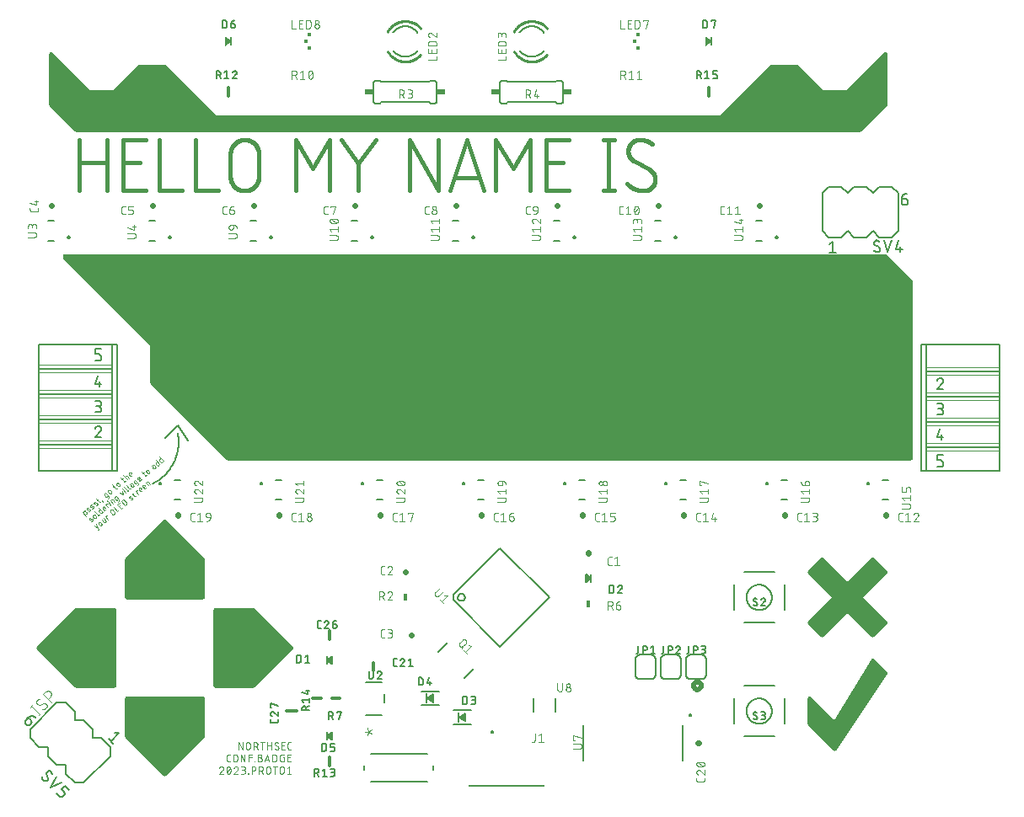
<source format=gbr>
G04 EAGLE Gerber RS-274X export*
G75*
%MOMM*%
%FSLAX34Y34*%
%LPD*%
%INSilkscreen Top*%
%IPPOS*%
%AMOC8*
5,1,8,0,0,1.08239X$1,22.5*%
G01*
%ADD10C,0.457200*%
%ADD11C,0.152400*%
%ADD12C,0.050800*%
%ADD13C,0.076200*%
%ADD14C,0.101600*%
%ADD15C,0.558800*%
%ADD16C,0.304800*%
%ADD17R,0.190500X0.889000*%
%ADD18C,0.203200*%
%ADD19R,0.200000X1.000000*%
%ADD20C,0.127000*%
%ADD21C,0.200000*%
%ADD22R,0.457200X0.762000*%
%ADD23C,0.177800*%
%ADD24C,0.508000*%
%ADD25R,0.863600X0.609600*%
%ADD26C,0.254000*%
%ADD27R,0.425000X0.325000*%
%ADD28R,0.350000X0.350000*%

G36*
X889018Y328171D02*
X889018Y328171D01*
X889036Y328169D01*
X889218Y328190D01*
X889401Y328209D01*
X889418Y328214D01*
X889435Y328216D01*
X889610Y328273D01*
X889786Y328327D01*
X889801Y328335D01*
X889818Y328341D01*
X889978Y328431D01*
X890140Y328519D01*
X890153Y328530D01*
X890169Y328539D01*
X890308Y328659D01*
X890449Y328776D01*
X890460Y328790D01*
X890474Y328802D01*
X890586Y328947D01*
X890701Y329090D01*
X890709Y329106D01*
X890720Y329120D01*
X890802Y329285D01*
X890887Y329447D01*
X890892Y329464D01*
X890900Y329481D01*
X890947Y329659D01*
X890998Y329834D01*
X891000Y329852D01*
X891004Y329869D01*
X891031Y330200D01*
X891031Y508000D01*
X891029Y508027D01*
X891031Y508053D01*
X891009Y508227D01*
X890991Y508401D01*
X890984Y508426D01*
X890980Y508453D01*
X890925Y508618D01*
X890873Y508786D01*
X890860Y508809D01*
X890852Y508834D01*
X890765Y508986D01*
X890681Y509140D01*
X890664Y509160D01*
X890651Y509183D01*
X890436Y509436D01*
X865036Y534836D01*
X865016Y534853D01*
X864998Y534874D01*
X864860Y534981D01*
X864725Y535091D01*
X864701Y535104D01*
X864680Y535120D01*
X864523Y535198D01*
X864369Y535280D01*
X864344Y535288D01*
X864320Y535300D01*
X864150Y535345D01*
X863983Y535395D01*
X863957Y535397D01*
X863931Y535404D01*
X863600Y535431D01*
X39045Y535431D01*
X39002Y535427D01*
X38959Y535429D01*
X38802Y535407D01*
X38645Y535391D01*
X38603Y535379D01*
X38561Y535373D01*
X38411Y535320D01*
X38260Y535273D01*
X38222Y535253D01*
X38181Y535238D01*
X38045Y535157D01*
X37906Y535081D01*
X37873Y535054D01*
X37836Y535032D01*
X37718Y534925D01*
X37596Y534824D01*
X37569Y534790D01*
X37537Y534761D01*
X37443Y534634D01*
X37344Y534510D01*
X37324Y534472D01*
X37299Y534437D01*
X37232Y534293D01*
X37159Y534153D01*
X37147Y534111D01*
X37128Y534072D01*
X37091Y533918D01*
X37047Y533766D01*
X37044Y533723D01*
X37033Y533681D01*
X37018Y533411D01*
X37014Y533364D01*
X37015Y533358D01*
X37015Y533350D01*
X37039Y532381D01*
X37039Y532379D01*
X37039Y532378D01*
X37064Y532175D01*
X37088Y531981D01*
X37089Y531980D01*
X37089Y531978D01*
X37153Y531789D01*
X37216Y531599D01*
X37217Y531598D01*
X37217Y531596D01*
X37325Y531409D01*
X37416Y531250D01*
X37417Y531249D01*
X37418Y531248D01*
X37633Y530995D01*
X124969Y443659D01*
X124969Y406400D01*
X124971Y406373D01*
X124969Y406347D01*
X124991Y406173D01*
X125009Y405999D01*
X125017Y405974D01*
X125020Y405947D01*
X125076Y405782D01*
X125127Y405614D01*
X125140Y405591D01*
X125148Y405566D01*
X125235Y405414D01*
X125319Y405260D01*
X125336Y405240D01*
X125349Y405217D01*
X125564Y404964D01*
X201764Y328764D01*
X201784Y328747D01*
X201802Y328727D01*
X201940Y328619D01*
X202075Y328509D01*
X202099Y328496D01*
X202120Y328480D01*
X202277Y328402D01*
X202431Y328320D01*
X202456Y328312D01*
X202481Y328300D01*
X202650Y328255D01*
X202817Y328205D01*
X202843Y328203D01*
X202869Y328196D01*
X203200Y328169D01*
X889000Y328169D01*
X889018Y328171D01*
G37*
G36*
X838227Y658371D02*
X838227Y658371D01*
X838253Y658369D01*
X838427Y658391D01*
X838601Y658409D01*
X838626Y658417D01*
X838653Y658420D01*
X838818Y658476D01*
X838986Y658527D01*
X839009Y658540D01*
X839034Y658548D01*
X839186Y658635D01*
X839340Y658719D01*
X839360Y658736D01*
X839383Y658749D01*
X839636Y658964D01*
X865036Y684364D01*
X865053Y684384D01*
X865074Y684402D01*
X865181Y684540D01*
X865291Y684675D01*
X865304Y684699D01*
X865320Y684720D01*
X865398Y684877D01*
X865480Y685031D01*
X865488Y685056D01*
X865500Y685081D01*
X865545Y685250D01*
X865595Y685417D01*
X865597Y685443D01*
X865604Y685469D01*
X865631Y685800D01*
X865631Y736600D01*
X865630Y736609D01*
X865631Y736618D01*
X865610Y736811D01*
X865591Y737001D01*
X865589Y737009D01*
X865588Y737018D01*
X865529Y737203D01*
X865473Y737386D01*
X865469Y737393D01*
X865466Y737402D01*
X865373Y737570D01*
X865281Y737740D01*
X865276Y737746D01*
X865271Y737754D01*
X865147Y737901D01*
X865024Y738049D01*
X865017Y738054D01*
X865011Y738061D01*
X864859Y738181D01*
X864710Y738301D01*
X864702Y738305D01*
X864695Y738311D01*
X864522Y738399D01*
X864353Y738487D01*
X864344Y738489D01*
X864336Y738493D01*
X864150Y738545D01*
X863966Y738598D01*
X863957Y738599D01*
X863948Y738601D01*
X863755Y738615D01*
X863564Y738631D01*
X863556Y738630D01*
X863547Y738631D01*
X863354Y738606D01*
X863165Y738584D01*
X863156Y738581D01*
X863147Y738580D01*
X862965Y738519D01*
X862782Y738459D01*
X862774Y738455D01*
X862766Y738452D01*
X862599Y738356D01*
X862431Y738261D01*
X862424Y738256D01*
X862417Y738251D01*
X862164Y738036D01*
X824659Y700531D01*
X800941Y700531D01*
X776136Y725336D01*
X776116Y725353D01*
X776098Y725374D01*
X775960Y725481D01*
X775825Y725591D01*
X775801Y725604D01*
X775780Y725620D01*
X775623Y725698D01*
X775469Y725780D01*
X775444Y725788D01*
X775420Y725800D01*
X775250Y725845D01*
X775083Y725895D01*
X775057Y725897D01*
X775031Y725904D01*
X774700Y725931D01*
X749300Y725931D01*
X749273Y725929D01*
X749247Y725931D01*
X749073Y725909D01*
X748899Y725891D01*
X748874Y725884D01*
X748847Y725880D01*
X748682Y725825D01*
X748514Y725773D01*
X748491Y725760D01*
X748466Y725752D01*
X748314Y725665D01*
X748160Y725581D01*
X748140Y725564D01*
X748117Y725551D01*
X747864Y725336D01*
X697659Y675131D01*
X191341Y675131D01*
X141136Y725336D01*
X141116Y725353D01*
X141098Y725374D01*
X140960Y725481D01*
X140825Y725591D01*
X140801Y725604D01*
X140780Y725620D01*
X140623Y725698D01*
X140469Y725780D01*
X140444Y725788D01*
X140420Y725800D01*
X140250Y725845D01*
X140083Y725895D01*
X140057Y725897D01*
X140031Y725904D01*
X139700Y725931D01*
X114300Y725931D01*
X114273Y725929D01*
X114247Y725931D01*
X114073Y725909D01*
X113899Y725891D01*
X113874Y725884D01*
X113847Y725880D01*
X113682Y725825D01*
X113514Y725773D01*
X113491Y725760D01*
X113466Y725752D01*
X113314Y725665D01*
X113160Y725581D01*
X113140Y725564D01*
X113117Y725551D01*
X112864Y725336D01*
X88059Y700531D01*
X64341Y700531D01*
X26836Y738036D01*
X26829Y738042D01*
X26824Y738049D01*
X26674Y738169D01*
X26525Y738291D01*
X26517Y738296D01*
X26510Y738301D01*
X26339Y738390D01*
X26169Y738480D01*
X26161Y738483D01*
X26153Y738487D01*
X25967Y738540D01*
X25783Y738595D01*
X25774Y738596D01*
X25766Y738598D01*
X25574Y738614D01*
X25382Y738631D01*
X25373Y738630D01*
X25364Y738631D01*
X25175Y738609D01*
X24982Y738588D01*
X24973Y738585D01*
X24965Y738584D01*
X24783Y738525D01*
X24598Y738466D01*
X24590Y738462D01*
X24582Y738459D01*
X24413Y738364D01*
X24246Y738271D01*
X24239Y738266D01*
X24231Y738261D01*
X24085Y738135D01*
X23939Y738011D01*
X23933Y738004D01*
X23927Y737998D01*
X23809Y737847D01*
X23689Y737695D01*
X23685Y737687D01*
X23680Y737680D01*
X23594Y737508D01*
X23507Y737336D01*
X23504Y737328D01*
X23500Y737320D01*
X23450Y737133D01*
X23399Y736948D01*
X23398Y736939D01*
X23396Y736931D01*
X23369Y736600D01*
X23369Y685800D01*
X23371Y685773D01*
X23369Y685747D01*
X23391Y685573D01*
X23409Y685399D01*
X23417Y685374D01*
X23420Y685347D01*
X23476Y685182D01*
X23527Y685014D01*
X23540Y684991D01*
X23548Y684966D01*
X23635Y684814D01*
X23719Y684660D01*
X23736Y684640D01*
X23749Y684617D01*
X23964Y684364D01*
X49364Y658964D01*
X49384Y658947D01*
X49402Y658927D01*
X49540Y658819D01*
X49675Y658709D01*
X49699Y658696D01*
X49720Y658680D01*
X49877Y658602D01*
X50031Y658520D01*
X50056Y658512D01*
X50081Y658500D01*
X50250Y658455D01*
X50417Y658405D01*
X50443Y658403D01*
X50469Y658396D01*
X50800Y658369D01*
X838200Y658369D01*
X838227Y658371D01*
G37*
G36*
X228627Y99571D02*
X228627Y99571D01*
X228653Y99569D01*
X228827Y99591D01*
X229001Y99609D01*
X229026Y99617D01*
X229053Y99620D01*
X229218Y99676D01*
X229386Y99727D01*
X229409Y99740D01*
X229434Y99748D01*
X229586Y99835D01*
X229740Y99919D01*
X229760Y99936D01*
X229783Y99949D01*
X230036Y100164D01*
X268136Y138264D01*
X268148Y138278D01*
X268161Y138289D01*
X268275Y138433D01*
X268391Y138575D01*
X268400Y138591D01*
X268411Y138605D01*
X268494Y138769D01*
X268580Y138931D01*
X268585Y138948D01*
X268593Y138964D01*
X268643Y139141D01*
X268695Y139317D01*
X268696Y139335D01*
X268701Y139352D01*
X268715Y139535D01*
X268731Y139718D01*
X268729Y139736D01*
X268731Y139753D01*
X268708Y139935D01*
X268688Y140118D01*
X268682Y140135D01*
X268680Y140153D01*
X268622Y140326D01*
X268566Y140502D01*
X268558Y140518D01*
X268552Y140534D01*
X268460Y140694D01*
X268371Y140854D01*
X268360Y140868D01*
X268351Y140883D01*
X268136Y141136D01*
X230036Y179236D01*
X230016Y179253D01*
X229998Y179274D01*
X229860Y179381D01*
X229725Y179491D01*
X229701Y179504D01*
X229680Y179520D01*
X229523Y179598D01*
X229369Y179680D01*
X229344Y179688D01*
X229320Y179700D01*
X229150Y179745D01*
X228983Y179795D01*
X228957Y179797D01*
X228931Y179804D01*
X228600Y179831D01*
X190500Y179831D01*
X190482Y179829D01*
X190464Y179831D01*
X190282Y179810D01*
X190099Y179791D01*
X190082Y179786D01*
X190065Y179784D01*
X189890Y179727D01*
X189714Y179673D01*
X189699Y179665D01*
X189682Y179659D01*
X189522Y179569D01*
X189360Y179481D01*
X189347Y179470D01*
X189331Y179461D01*
X189192Y179341D01*
X189051Y179224D01*
X189040Y179210D01*
X189027Y179198D01*
X188914Y179053D01*
X188799Y178910D01*
X188791Y178894D01*
X188780Y178880D01*
X188698Y178715D01*
X188613Y178553D01*
X188608Y178536D01*
X188600Y178520D01*
X188553Y178341D01*
X188502Y178166D01*
X188500Y178148D01*
X188496Y178131D01*
X188469Y177800D01*
X188469Y101600D01*
X188471Y101582D01*
X188469Y101564D01*
X188490Y101382D01*
X188509Y101199D01*
X188514Y101182D01*
X188516Y101165D01*
X188573Y100990D01*
X188627Y100814D01*
X188635Y100799D01*
X188641Y100782D01*
X188731Y100622D01*
X188819Y100460D01*
X188830Y100447D01*
X188839Y100431D01*
X188959Y100292D01*
X189076Y100151D01*
X189090Y100140D01*
X189102Y100127D01*
X189247Y100014D01*
X189390Y99899D01*
X189406Y99891D01*
X189420Y99880D01*
X189585Y99798D01*
X189747Y99713D01*
X189764Y99708D01*
X189781Y99700D01*
X189959Y99653D01*
X190134Y99602D01*
X190152Y99600D01*
X190169Y99596D01*
X190500Y99569D01*
X228600Y99569D01*
X228627Y99571D01*
G37*
G36*
X177818Y188471D02*
X177818Y188471D01*
X177836Y188469D01*
X178018Y188490D01*
X178201Y188509D01*
X178218Y188514D01*
X178235Y188516D01*
X178410Y188573D01*
X178586Y188627D01*
X178601Y188635D01*
X178618Y188641D01*
X178778Y188731D01*
X178940Y188819D01*
X178953Y188830D01*
X178969Y188839D01*
X179108Y188959D01*
X179249Y189076D01*
X179260Y189090D01*
X179274Y189102D01*
X179386Y189247D01*
X179501Y189390D01*
X179509Y189406D01*
X179520Y189420D01*
X179602Y189585D01*
X179687Y189747D01*
X179692Y189764D01*
X179700Y189781D01*
X179747Y189959D01*
X179798Y190134D01*
X179800Y190152D01*
X179804Y190169D01*
X179831Y190500D01*
X179831Y228600D01*
X179829Y228627D01*
X179831Y228653D01*
X179809Y228827D01*
X179791Y229001D01*
X179784Y229026D01*
X179780Y229053D01*
X179725Y229218D01*
X179673Y229386D01*
X179660Y229409D01*
X179652Y229434D01*
X179565Y229586D01*
X179481Y229740D01*
X179464Y229760D01*
X179451Y229783D01*
X179236Y230036D01*
X141136Y268136D01*
X141123Y268148D01*
X141111Y268161D01*
X140967Y268275D01*
X140825Y268391D01*
X140809Y268400D01*
X140795Y268411D01*
X140631Y268494D01*
X140469Y268580D01*
X140452Y268585D01*
X140436Y268593D01*
X140259Y268643D01*
X140083Y268695D01*
X140065Y268696D01*
X140048Y268701D01*
X139865Y268715D01*
X139682Y268731D01*
X139664Y268729D01*
X139647Y268731D01*
X139465Y268708D01*
X139282Y268688D01*
X139265Y268682D01*
X139247Y268680D01*
X139074Y268622D01*
X138898Y268566D01*
X138882Y268558D01*
X138866Y268552D01*
X138706Y268460D01*
X138546Y268371D01*
X138532Y268360D01*
X138517Y268351D01*
X138264Y268136D01*
X100164Y230036D01*
X100147Y230016D01*
X100127Y229998D01*
X100019Y229860D01*
X99909Y229725D01*
X99896Y229701D01*
X99880Y229680D01*
X99802Y229523D01*
X99720Y229369D01*
X99712Y229344D01*
X99700Y229320D01*
X99655Y229150D01*
X99605Y228983D01*
X99603Y228957D01*
X99596Y228931D01*
X99569Y228600D01*
X99569Y190500D01*
X99571Y190482D01*
X99569Y190464D01*
X99590Y190282D01*
X99609Y190099D01*
X99614Y190082D01*
X99616Y190065D01*
X99673Y189890D01*
X99727Y189714D01*
X99735Y189699D01*
X99741Y189682D01*
X99831Y189522D01*
X99919Y189360D01*
X99930Y189347D01*
X99939Y189331D01*
X100059Y189192D01*
X100176Y189051D01*
X100190Y189040D01*
X100202Y189027D01*
X100347Y188914D01*
X100490Y188799D01*
X100506Y188791D01*
X100520Y188780D01*
X100685Y188698D01*
X100847Y188613D01*
X100864Y188608D01*
X100881Y188600D01*
X101059Y188553D01*
X101234Y188502D01*
X101252Y188500D01*
X101269Y188496D01*
X101600Y188469D01*
X177800Y188469D01*
X177818Y188471D01*
G37*
G36*
X88918Y99571D02*
X88918Y99571D01*
X88936Y99569D01*
X89118Y99590D01*
X89301Y99609D01*
X89318Y99614D01*
X89335Y99616D01*
X89510Y99673D01*
X89686Y99727D01*
X89701Y99735D01*
X89718Y99741D01*
X89878Y99831D01*
X90040Y99919D01*
X90053Y99930D01*
X90069Y99939D01*
X90208Y100059D01*
X90349Y100176D01*
X90360Y100190D01*
X90374Y100202D01*
X90486Y100347D01*
X90601Y100490D01*
X90609Y100506D01*
X90620Y100520D01*
X90702Y100685D01*
X90787Y100847D01*
X90792Y100864D01*
X90800Y100881D01*
X90847Y101059D01*
X90898Y101234D01*
X90900Y101252D01*
X90904Y101269D01*
X90931Y101600D01*
X90931Y177800D01*
X90929Y177818D01*
X90931Y177836D01*
X90910Y178018D01*
X90891Y178201D01*
X90886Y178218D01*
X90884Y178235D01*
X90827Y178410D01*
X90773Y178586D01*
X90765Y178601D01*
X90759Y178618D01*
X90669Y178778D01*
X90581Y178940D01*
X90570Y178953D01*
X90561Y178969D01*
X90441Y179108D01*
X90324Y179249D01*
X90310Y179260D01*
X90298Y179274D01*
X90153Y179386D01*
X90010Y179501D01*
X89994Y179509D01*
X89980Y179520D01*
X89815Y179602D01*
X89653Y179687D01*
X89636Y179692D01*
X89620Y179700D01*
X89441Y179747D01*
X89266Y179798D01*
X89248Y179800D01*
X89231Y179804D01*
X88900Y179831D01*
X50800Y179831D01*
X50773Y179829D01*
X50747Y179831D01*
X50573Y179809D01*
X50399Y179791D01*
X50374Y179784D01*
X50347Y179780D01*
X50182Y179725D01*
X50014Y179673D01*
X49991Y179660D01*
X49966Y179652D01*
X49814Y179565D01*
X49660Y179481D01*
X49640Y179464D01*
X49617Y179451D01*
X49364Y179236D01*
X11264Y141136D01*
X11252Y141123D01*
X11239Y141111D01*
X11125Y140967D01*
X11009Y140825D01*
X11000Y140809D01*
X10989Y140795D01*
X10906Y140631D01*
X10820Y140469D01*
X10815Y140452D01*
X10807Y140436D01*
X10757Y140259D01*
X10705Y140083D01*
X10704Y140065D01*
X10699Y140048D01*
X10685Y139865D01*
X10669Y139682D01*
X10671Y139664D01*
X10669Y139647D01*
X10692Y139465D01*
X10712Y139282D01*
X10718Y139265D01*
X10720Y139247D01*
X10778Y139074D01*
X10834Y138898D01*
X10842Y138882D01*
X10848Y138866D01*
X10940Y138706D01*
X11029Y138546D01*
X11040Y138532D01*
X11049Y138517D01*
X11264Y138264D01*
X49364Y100164D01*
X49384Y100147D01*
X49402Y100127D01*
X49540Y100019D01*
X49675Y99909D01*
X49699Y99896D01*
X49720Y99880D01*
X49877Y99802D01*
X50031Y99720D01*
X50056Y99712D01*
X50081Y99700D01*
X50250Y99655D01*
X50417Y99605D01*
X50443Y99603D01*
X50469Y99596D01*
X50800Y99569D01*
X88900Y99569D01*
X88918Y99571D01*
G37*
G36*
X139736Y10671D02*
X139736Y10671D01*
X139753Y10669D01*
X139935Y10692D01*
X140118Y10712D01*
X140135Y10718D01*
X140153Y10720D01*
X140326Y10778D01*
X140502Y10834D01*
X140518Y10842D01*
X140534Y10848D01*
X140694Y10940D01*
X140854Y11029D01*
X140868Y11040D01*
X140883Y11049D01*
X141136Y11264D01*
X179236Y49364D01*
X179253Y49384D01*
X179274Y49402D01*
X179381Y49540D01*
X179491Y49675D01*
X179504Y49699D01*
X179520Y49720D01*
X179598Y49877D01*
X179680Y50031D01*
X179688Y50056D01*
X179700Y50081D01*
X179745Y50250D01*
X179795Y50417D01*
X179797Y50443D01*
X179804Y50469D01*
X179831Y50800D01*
X179831Y88900D01*
X179829Y88918D01*
X179831Y88936D01*
X179810Y89118D01*
X179791Y89301D01*
X179786Y89318D01*
X179784Y89335D01*
X179727Y89510D01*
X179673Y89686D01*
X179665Y89701D01*
X179659Y89718D01*
X179569Y89878D01*
X179481Y90040D01*
X179470Y90053D01*
X179461Y90069D01*
X179341Y90208D01*
X179224Y90349D01*
X179210Y90360D01*
X179198Y90374D01*
X179053Y90486D01*
X178910Y90601D01*
X178894Y90609D01*
X178880Y90620D01*
X178715Y90702D01*
X178553Y90787D01*
X178536Y90792D01*
X178520Y90800D01*
X178341Y90847D01*
X178166Y90898D01*
X178148Y90900D01*
X178131Y90904D01*
X177800Y90931D01*
X101600Y90931D01*
X101582Y90929D01*
X101564Y90931D01*
X101382Y90910D01*
X101199Y90891D01*
X101182Y90886D01*
X101165Y90884D01*
X100990Y90827D01*
X100814Y90773D01*
X100799Y90765D01*
X100782Y90759D01*
X100622Y90669D01*
X100460Y90581D01*
X100447Y90570D01*
X100431Y90561D01*
X100292Y90441D01*
X100151Y90324D01*
X100140Y90310D01*
X100127Y90298D01*
X100014Y90153D01*
X99899Y90010D01*
X99891Y89994D01*
X99880Y89980D01*
X99798Y89815D01*
X99713Y89653D01*
X99708Y89636D01*
X99700Y89620D01*
X99653Y89441D01*
X99602Y89266D01*
X99600Y89248D01*
X99596Y89231D01*
X99569Y88900D01*
X99569Y50800D01*
X99571Y50773D01*
X99569Y50747D01*
X99591Y50573D01*
X99609Y50399D01*
X99617Y50374D01*
X99620Y50347D01*
X99676Y50182D01*
X99727Y50014D01*
X99740Y49991D01*
X99748Y49966D01*
X99835Y49814D01*
X99919Y49660D01*
X99936Y49640D01*
X99949Y49617D01*
X100164Y49364D01*
X138264Y11264D01*
X138278Y11252D01*
X138289Y11239D01*
X138433Y11125D01*
X138575Y11009D01*
X138591Y11000D01*
X138605Y10989D01*
X138769Y10906D01*
X138931Y10820D01*
X138948Y10815D01*
X138964Y10807D01*
X139141Y10757D01*
X139317Y10705D01*
X139335Y10704D01*
X139352Y10699D01*
X139535Y10685D01*
X139718Y10669D01*
X139736Y10671D01*
G37*
G36*
X850936Y150371D02*
X850936Y150371D01*
X850953Y150369D01*
X851135Y150392D01*
X851318Y150412D01*
X851335Y150418D01*
X851353Y150420D01*
X851526Y150478D01*
X851702Y150534D01*
X851718Y150542D01*
X851734Y150548D01*
X851894Y150640D01*
X852054Y150729D01*
X852068Y150740D01*
X852083Y150749D01*
X852336Y150964D01*
X865036Y163664D01*
X865048Y163678D01*
X865061Y163689D01*
X865175Y163833D01*
X865291Y163975D01*
X865300Y163991D01*
X865311Y164005D01*
X865394Y164169D01*
X865480Y164331D01*
X865485Y164348D01*
X865493Y164364D01*
X865543Y164541D01*
X865595Y164717D01*
X865596Y164735D01*
X865601Y164752D01*
X865615Y164935D01*
X865631Y165118D01*
X865629Y165136D01*
X865631Y165153D01*
X865608Y165335D01*
X865588Y165518D01*
X865582Y165535D01*
X865580Y165553D01*
X865522Y165726D01*
X865466Y165902D01*
X865458Y165918D01*
X865452Y165934D01*
X865360Y166094D01*
X865271Y166254D01*
X865260Y166268D01*
X865251Y166283D01*
X865036Y166536D01*
X841073Y190500D01*
X865036Y214464D01*
X865048Y214478D01*
X865061Y214489D01*
X865175Y214633D01*
X865291Y214775D01*
X865300Y214791D01*
X865311Y214805D01*
X865394Y214969D01*
X865480Y215131D01*
X865485Y215148D01*
X865493Y215164D01*
X865543Y215341D01*
X865595Y215517D01*
X865596Y215535D01*
X865601Y215552D01*
X865615Y215735D01*
X865631Y215918D01*
X865629Y215936D01*
X865631Y215953D01*
X865608Y216135D01*
X865588Y216318D01*
X865582Y216335D01*
X865580Y216353D01*
X865522Y216526D01*
X865466Y216702D01*
X865458Y216718D01*
X865452Y216734D01*
X865360Y216894D01*
X865271Y217054D01*
X865260Y217068D01*
X865251Y217083D01*
X865036Y217336D01*
X852336Y230036D01*
X852323Y230048D01*
X852311Y230061D01*
X852167Y230175D01*
X852025Y230291D01*
X852009Y230300D01*
X851995Y230311D01*
X851831Y230394D01*
X851669Y230480D01*
X851652Y230485D01*
X851636Y230493D01*
X851459Y230543D01*
X851283Y230595D01*
X851265Y230596D01*
X851248Y230601D01*
X851065Y230615D01*
X850882Y230631D01*
X850864Y230629D01*
X850847Y230631D01*
X850665Y230608D01*
X850482Y230588D01*
X850465Y230582D01*
X850447Y230580D01*
X850274Y230522D01*
X850098Y230466D01*
X850082Y230458D01*
X850066Y230452D01*
X849906Y230360D01*
X849746Y230271D01*
X849732Y230260D01*
X849717Y230251D01*
X849464Y230036D01*
X825500Y206073D01*
X801536Y230036D01*
X801523Y230048D01*
X801511Y230061D01*
X801367Y230175D01*
X801225Y230291D01*
X801209Y230300D01*
X801195Y230311D01*
X801031Y230394D01*
X800869Y230480D01*
X800852Y230485D01*
X800836Y230493D01*
X800659Y230543D01*
X800483Y230595D01*
X800465Y230596D01*
X800448Y230601D01*
X800265Y230615D01*
X800082Y230631D01*
X800064Y230629D01*
X800047Y230631D01*
X799865Y230608D01*
X799682Y230588D01*
X799665Y230582D01*
X799647Y230580D01*
X799474Y230522D01*
X799298Y230466D01*
X799282Y230458D01*
X799266Y230452D01*
X799106Y230360D01*
X798946Y230271D01*
X798932Y230260D01*
X798917Y230251D01*
X798664Y230036D01*
X785964Y217336D01*
X785952Y217323D01*
X785939Y217311D01*
X785825Y217167D01*
X785709Y217025D01*
X785700Y217009D01*
X785689Y216995D01*
X785606Y216831D01*
X785520Y216669D01*
X785515Y216652D01*
X785507Y216636D01*
X785457Y216459D01*
X785405Y216283D01*
X785404Y216265D01*
X785399Y216248D01*
X785385Y216065D01*
X785369Y215882D01*
X785371Y215864D01*
X785369Y215847D01*
X785392Y215665D01*
X785412Y215482D01*
X785418Y215465D01*
X785420Y215447D01*
X785478Y215274D01*
X785534Y215098D01*
X785542Y215082D01*
X785548Y215066D01*
X785640Y214906D01*
X785729Y214746D01*
X785740Y214732D01*
X785749Y214717D01*
X785964Y214464D01*
X809927Y190500D01*
X785964Y166536D01*
X785952Y166523D01*
X785939Y166511D01*
X785825Y166367D01*
X785709Y166225D01*
X785700Y166209D01*
X785689Y166195D01*
X785606Y166031D01*
X785520Y165869D01*
X785515Y165852D01*
X785507Y165836D01*
X785457Y165659D01*
X785405Y165483D01*
X785404Y165465D01*
X785399Y165448D01*
X785385Y165265D01*
X785369Y165082D01*
X785371Y165064D01*
X785369Y165047D01*
X785392Y164865D01*
X785412Y164682D01*
X785418Y164665D01*
X785420Y164647D01*
X785478Y164474D01*
X785534Y164298D01*
X785542Y164282D01*
X785548Y164266D01*
X785640Y164106D01*
X785729Y163946D01*
X785740Y163932D01*
X785749Y163917D01*
X785964Y163664D01*
X798664Y150964D01*
X798678Y150952D01*
X798689Y150939D01*
X798833Y150825D01*
X798975Y150709D01*
X798991Y150700D01*
X799005Y150689D01*
X799169Y150606D01*
X799331Y150520D01*
X799348Y150515D01*
X799364Y150507D01*
X799541Y150457D01*
X799717Y150405D01*
X799735Y150404D01*
X799752Y150399D01*
X799935Y150385D01*
X800118Y150369D01*
X800136Y150371D01*
X800153Y150369D01*
X800335Y150392D01*
X800518Y150412D01*
X800535Y150418D01*
X800553Y150420D01*
X800726Y150478D01*
X800902Y150534D01*
X800918Y150542D01*
X800934Y150548D01*
X801094Y150640D01*
X801254Y150729D01*
X801268Y150740D01*
X801283Y150749D01*
X801536Y150964D01*
X825500Y174927D01*
X849464Y150964D01*
X849478Y150952D01*
X849489Y150939D01*
X849633Y150825D01*
X849775Y150709D01*
X849791Y150700D01*
X849805Y150689D01*
X849969Y150606D01*
X850131Y150520D01*
X850148Y150515D01*
X850164Y150507D01*
X850341Y150457D01*
X850517Y150405D01*
X850535Y150404D01*
X850552Y150399D01*
X850735Y150385D01*
X850918Y150369D01*
X850936Y150371D01*
G37*
G36*
X812834Y36071D02*
X812834Y36071D01*
X812851Y36069D01*
X813034Y36092D01*
X813218Y36112D01*
X813234Y36117D01*
X813251Y36119D01*
X813425Y36178D01*
X813602Y36234D01*
X813617Y36242D01*
X813632Y36247D01*
X813793Y36339D01*
X813954Y36429D01*
X813967Y36439D01*
X813981Y36448D01*
X814121Y36570D01*
X814261Y36689D01*
X814272Y36702D01*
X814284Y36713D01*
X814490Y36973D01*
X865290Y113173D01*
X865299Y113190D01*
X865311Y113205D01*
X865394Y113368D01*
X865479Y113529D01*
X865485Y113547D01*
X865493Y113564D01*
X865542Y113740D01*
X865594Y113915D01*
X865596Y113933D01*
X865601Y113952D01*
X865615Y114134D01*
X865631Y114315D01*
X865629Y114334D01*
X865631Y114353D01*
X865608Y114535D01*
X865588Y114716D01*
X865583Y114734D01*
X865580Y114753D01*
X865522Y114925D01*
X865467Y115100D01*
X865458Y115116D01*
X865452Y115134D01*
X865361Y115293D01*
X865273Y115452D01*
X865261Y115467D01*
X865251Y115483D01*
X865036Y115736D01*
X852336Y128436D01*
X852286Y128478D01*
X852242Y128525D01*
X852130Y128605D01*
X852025Y128691D01*
X851967Y128722D01*
X851914Y128760D01*
X851790Y128816D01*
X851669Y128880D01*
X851607Y128899D01*
X851547Y128925D01*
X851414Y128956D01*
X851283Y128995D01*
X851218Y129001D01*
X851155Y129015D01*
X851019Y129019D01*
X850882Y129031D01*
X850817Y129024D01*
X850752Y129026D01*
X850618Y129003D01*
X850482Y128988D01*
X850420Y128968D01*
X850356Y128957D01*
X850228Y128908D01*
X850098Y128866D01*
X850041Y128835D01*
X849981Y128811D01*
X849865Y128737D01*
X849746Y128671D01*
X849696Y128629D01*
X849641Y128594D01*
X849543Y128499D01*
X849439Y128411D01*
X849398Y128360D01*
X849352Y128315D01*
X849242Y128162D01*
X849189Y128095D01*
X849177Y128072D01*
X849158Y128045D01*
X812397Y66776D01*
X788836Y90336D01*
X788829Y90342D01*
X788824Y90349D01*
X788818Y90353D01*
X788817Y90355D01*
X788801Y90367D01*
X788674Y90469D01*
X788525Y90591D01*
X788517Y90596D01*
X788510Y90601D01*
X788339Y90690D01*
X788169Y90780D01*
X788161Y90783D01*
X788153Y90787D01*
X787967Y90840D01*
X787783Y90895D01*
X787774Y90896D01*
X787766Y90898D01*
X787574Y90914D01*
X787382Y90931D01*
X787373Y90930D01*
X787364Y90931D01*
X787175Y90909D01*
X786982Y90888D01*
X786973Y90885D01*
X786965Y90884D01*
X786783Y90825D01*
X786598Y90766D01*
X786590Y90762D01*
X786582Y90759D01*
X786413Y90664D01*
X786246Y90571D01*
X786239Y90566D01*
X786231Y90561D01*
X786085Y90435D01*
X785939Y90311D01*
X785933Y90304D01*
X785927Y90298D01*
X785809Y90147D01*
X785689Y89995D01*
X785685Y89987D01*
X785680Y89980D01*
X785594Y89808D01*
X785507Y89636D01*
X785504Y89628D01*
X785500Y89620D01*
X785450Y89433D01*
X785399Y89248D01*
X785398Y89239D01*
X785396Y89231D01*
X785369Y88900D01*
X785369Y63500D01*
X785371Y63473D01*
X785369Y63447D01*
X785391Y63273D01*
X785409Y63099D01*
X785417Y63074D01*
X785420Y63047D01*
X785476Y62882D01*
X785527Y62714D01*
X785540Y62691D01*
X785548Y62666D01*
X785635Y62514D01*
X785719Y62360D01*
X785736Y62340D01*
X785749Y62317D01*
X785964Y62064D01*
X811364Y36664D01*
X811377Y36653D01*
X811387Y36640D01*
X811533Y36525D01*
X811675Y36409D01*
X811690Y36401D01*
X811703Y36390D01*
X811869Y36306D01*
X812031Y36220D01*
X812047Y36215D01*
X812062Y36208D01*
X812240Y36158D01*
X812417Y36105D01*
X812433Y36104D01*
X812450Y36099D01*
X812634Y36086D01*
X812818Y36069D01*
X812834Y36071D01*
G37*
G36*
X683317Y744734D02*
X683317Y744734D01*
X683335Y744732D01*
X683437Y744760D01*
X683540Y744782D01*
X683555Y744791D01*
X683572Y744796D01*
X683717Y744881D01*
X688797Y748691D01*
X688800Y748694D01*
X688804Y748696D01*
X688885Y748783D01*
X688967Y748868D01*
X688969Y748872D01*
X688972Y748875D01*
X689022Y748984D01*
X689072Y749091D01*
X689072Y749095D01*
X689074Y749099D01*
X689087Y749217D01*
X689100Y749335D01*
X689100Y749339D01*
X689100Y749344D01*
X689074Y749460D01*
X689050Y749576D01*
X689047Y749580D01*
X689046Y749584D01*
X688985Y749686D01*
X688925Y749788D01*
X688921Y749791D01*
X688919Y749794D01*
X688797Y749909D01*
X683717Y753719D01*
X683701Y753727D01*
X683688Y753740D01*
X683673Y753747D01*
X683665Y753753D01*
X683615Y753773D01*
X683592Y753784D01*
X683499Y753833D01*
X683481Y753836D01*
X683465Y753843D01*
X683360Y753855D01*
X683256Y753871D01*
X683238Y753868D01*
X683221Y753870D01*
X683118Y753848D01*
X683013Y753830D01*
X682998Y753822D01*
X682980Y753818D01*
X682890Y753764D01*
X682797Y753714D01*
X682784Y753701D01*
X682769Y753692D01*
X682700Y753612D01*
X682628Y753535D01*
X682621Y753518D01*
X682609Y753505D01*
X682570Y753407D01*
X682526Y753311D01*
X682524Y753293D01*
X682517Y753277D01*
X682499Y753110D01*
X682499Y745490D01*
X682502Y745472D01*
X682500Y745455D01*
X682521Y745351D01*
X682539Y745247D01*
X682547Y745232D01*
X682551Y745214D01*
X682604Y745123D01*
X682654Y745030D01*
X682666Y745018D01*
X682676Y745002D01*
X682755Y744933D01*
X682832Y744861D01*
X682848Y744853D01*
X682862Y744841D01*
X682959Y744801D01*
X683055Y744757D01*
X683073Y744755D01*
X683089Y744748D01*
X683195Y744741D01*
X683299Y744730D01*
X683317Y744734D01*
G37*
G36*
X200717Y744734D02*
X200717Y744734D01*
X200735Y744732D01*
X200837Y744760D01*
X200940Y744782D01*
X200955Y744791D01*
X200972Y744796D01*
X201117Y744881D01*
X206197Y748691D01*
X206200Y748694D01*
X206204Y748696D01*
X206285Y748783D01*
X206367Y748868D01*
X206369Y748872D01*
X206372Y748875D01*
X206422Y748984D01*
X206472Y749091D01*
X206472Y749095D01*
X206474Y749099D01*
X206487Y749217D01*
X206500Y749335D01*
X206500Y749339D01*
X206500Y749344D01*
X206474Y749460D01*
X206450Y749576D01*
X206447Y749580D01*
X206446Y749584D01*
X206385Y749686D01*
X206325Y749788D01*
X206321Y749791D01*
X206319Y749794D01*
X206197Y749909D01*
X201117Y753719D01*
X201101Y753727D01*
X201088Y753740D01*
X201073Y753747D01*
X201065Y753753D01*
X201015Y753773D01*
X200992Y753784D01*
X200899Y753833D01*
X200881Y753836D01*
X200865Y753843D01*
X200760Y753855D01*
X200656Y753871D01*
X200638Y753868D01*
X200621Y753870D01*
X200518Y753848D01*
X200413Y753830D01*
X200398Y753822D01*
X200380Y753818D01*
X200290Y753764D01*
X200197Y753714D01*
X200184Y753701D01*
X200169Y753692D01*
X200100Y753612D01*
X200028Y753535D01*
X200021Y753518D01*
X200009Y753505D01*
X199970Y753407D01*
X199926Y753311D01*
X199924Y753293D01*
X199917Y753277D01*
X199899Y753110D01*
X199899Y745490D01*
X199902Y745472D01*
X199900Y745455D01*
X199921Y745351D01*
X199939Y745247D01*
X199947Y745232D01*
X199951Y745214D01*
X200004Y745123D01*
X200054Y745030D01*
X200066Y745018D01*
X200076Y745002D01*
X200155Y744933D01*
X200232Y744861D01*
X200248Y744853D01*
X200262Y744841D01*
X200359Y744801D01*
X200455Y744757D01*
X200473Y744755D01*
X200489Y744748D01*
X200595Y744741D01*
X200699Y744730D01*
X200717Y744734D01*
G37*
G36*
X562667Y204984D02*
X562667Y204984D01*
X562685Y204982D01*
X562787Y205010D01*
X562890Y205032D01*
X562905Y205041D01*
X562922Y205046D01*
X563067Y205131D01*
X568147Y208941D01*
X568150Y208944D01*
X568154Y208946D01*
X568235Y209033D01*
X568317Y209118D01*
X568319Y209122D01*
X568322Y209125D01*
X568372Y209234D01*
X568422Y209341D01*
X568422Y209345D01*
X568424Y209349D01*
X568437Y209467D01*
X568450Y209585D01*
X568450Y209589D01*
X568450Y209594D01*
X568424Y209710D01*
X568400Y209826D01*
X568397Y209830D01*
X568396Y209834D01*
X568335Y209936D01*
X568275Y210038D01*
X568271Y210041D01*
X568269Y210044D01*
X568147Y210159D01*
X563067Y213969D01*
X563051Y213977D01*
X563038Y213990D01*
X563023Y213997D01*
X563015Y214003D01*
X562965Y214023D01*
X562942Y214034D01*
X562849Y214083D01*
X562831Y214086D01*
X562815Y214093D01*
X562710Y214105D01*
X562606Y214121D01*
X562588Y214118D01*
X562571Y214120D01*
X562468Y214098D01*
X562363Y214080D01*
X562348Y214072D01*
X562330Y214068D01*
X562240Y214014D01*
X562147Y213964D01*
X562134Y213951D01*
X562119Y213942D01*
X562050Y213862D01*
X561978Y213785D01*
X561971Y213768D01*
X561959Y213755D01*
X561920Y213657D01*
X561876Y213561D01*
X561874Y213543D01*
X561867Y213527D01*
X561849Y213360D01*
X561849Y205740D01*
X561852Y205722D01*
X561850Y205705D01*
X561871Y205601D01*
X561889Y205497D01*
X561897Y205482D01*
X561901Y205464D01*
X561954Y205373D01*
X562004Y205280D01*
X562016Y205268D01*
X562026Y205252D01*
X562105Y205183D01*
X562182Y205111D01*
X562198Y205103D01*
X562212Y205091D01*
X562309Y205051D01*
X562405Y205007D01*
X562423Y205005D01*
X562439Y204998D01*
X562545Y204991D01*
X562649Y204980D01*
X562667Y204984D01*
G37*
G36*
X307362Y122432D02*
X307362Y122432D01*
X307379Y122430D01*
X307482Y122452D01*
X307587Y122470D01*
X307602Y122478D01*
X307620Y122482D01*
X307710Y122536D01*
X307804Y122586D01*
X307816Y122599D01*
X307831Y122608D01*
X307900Y122688D01*
X307972Y122765D01*
X307979Y122782D01*
X307991Y122795D01*
X308030Y122893D01*
X308074Y122989D01*
X308076Y123007D01*
X308083Y123023D01*
X308101Y123190D01*
X308101Y130810D01*
X308099Y130827D01*
X308100Y130842D01*
X308100Y130845D01*
X308079Y130949D01*
X308062Y131053D01*
X308053Y131068D01*
X308050Y131086D01*
X307996Y131177D01*
X307946Y131270D01*
X307934Y131282D01*
X307925Y131298D01*
X307845Y131367D01*
X307768Y131440D01*
X307752Y131447D01*
X307738Y131459D01*
X307641Y131499D01*
X307545Y131543D01*
X307527Y131545D01*
X307511Y131552D01*
X307405Y131559D01*
X307301Y131570D01*
X307283Y131566D01*
X307265Y131568D01*
X307163Y131540D01*
X307090Y131524D01*
X307087Y131524D01*
X307060Y131518D01*
X307045Y131509D01*
X307028Y131504D01*
X306883Y131419D01*
X301803Y127609D01*
X301800Y127606D01*
X301797Y127604D01*
X301715Y127517D01*
X301633Y127432D01*
X301631Y127428D01*
X301628Y127425D01*
X301578Y127316D01*
X301528Y127209D01*
X301528Y127205D01*
X301526Y127201D01*
X301513Y127083D01*
X301500Y126965D01*
X301500Y126961D01*
X301500Y126956D01*
X301526Y126840D01*
X301551Y126724D01*
X301553Y126720D01*
X301554Y126716D01*
X301615Y126614D01*
X301676Y126512D01*
X301679Y126509D01*
X301681Y126506D01*
X301803Y126391D01*
X306883Y122581D01*
X306899Y122573D01*
X306912Y122561D01*
X307008Y122516D01*
X307101Y122467D01*
X307119Y122464D01*
X307135Y122457D01*
X307240Y122445D01*
X307344Y122429D01*
X307362Y122432D01*
G37*
G36*
X307362Y46232D02*
X307362Y46232D01*
X307379Y46230D01*
X307482Y46252D01*
X307587Y46270D01*
X307602Y46278D01*
X307620Y46282D01*
X307710Y46336D01*
X307804Y46386D01*
X307816Y46399D01*
X307831Y46408D01*
X307900Y46488D01*
X307972Y46565D01*
X307979Y46582D01*
X307991Y46595D01*
X308030Y46693D01*
X308074Y46789D01*
X308076Y46807D01*
X308083Y46823D01*
X308101Y46990D01*
X308101Y54610D01*
X308099Y54627D01*
X308100Y54642D01*
X308100Y54645D01*
X308079Y54749D01*
X308062Y54853D01*
X308053Y54868D01*
X308050Y54886D01*
X307996Y54977D01*
X307946Y55070D01*
X307934Y55082D01*
X307925Y55098D01*
X307845Y55167D01*
X307768Y55240D01*
X307752Y55247D01*
X307738Y55259D01*
X307641Y55299D01*
X307545Y55343D01*
X307527Y55345D01*
X307511Y55352D01*
X307405Y55359D01*
X307301Y55370D01*
X307283Y55366D01*
X307265Y55368D01*
X307163Y55340D01*
X307090Y55324D01*
X307087Y55324D01*
X307060Y55318D01*
X307045Y55309D01*
X307028Y55304D01*
X306883Y55219D01*
X301803Y51409D01*
X301800Y51406D01*
X301797Y51404D01*
X301715Y51317D01*
X301633Y51232D01*
X301631Y51228D01*
X301628Y51225D01*
X301578Y51116D01*
X301528Y51009D01*
X301528Y51005D01*
X301526Y51001D01*
X301513Y50883D01*
X301500Y50765D01*
X301500Y50761D01*
X301500Y50756D01*
X301526Y50640D01*
X301551Y50524D01*
X301553Y50520D01*
X301554Y50516D01*
X301615Y50414D01*
X301676Y50312D01*
X301679Y50309D01*
X301681Y50306D01*
X301803Y50191D01*
X306883Y46381D01*
X306899Y46373D01*
X306912Y46361D01*
X307008Y46316D01*
X307101Y46267D01*
X307119Y46264D01*
X307135Y46257D01*
X307240Y46245D01*
X307344Y46229D01*
X307362Y46232D01*
G37*
G36*
X408445Y85893D02*
X408445Y85893D01*
X408516Y85891D01*
X408585Y85909D01*
X408656Y85918D01*
X408722Y85945D01*
X408791Y85963D01*
X408852Y86000D01*
X408918Y86027D01*
X408974Y86072D01*
X409036Y86109D01*
X409085Y86160D01*
X409140Y86205D01*
X409181Y86264D01*
X409230Y86316D01*
X409263Y86379D01*
X409304Y86437D01*
X409327Y86505D01*
X409360Y86569D01*
X409370Y86628D01*
X409397Y86706D01*
X409403Y86825D01*
X409415Y86900D01*
X409415Y90900D01*
X409405Y90971D01*
X409405Y91043D01*
X409385Y91111D01*
X409375Y91182D01*
X409346Y91247D01*
X409326Y91316D01*
X409288Y91376D01*
X409259Y91441D01*
X409213Y91496D01*
X409175Y91556D01*
X409122Y91604D01*
X409076Y91658D01*
X409016Y91698D01*
X408962Y91745D01*
X408898Y91776D01*
X408839Y91816D01*
X408771Y91837D01*
X408706Y91868D01*
X408636Y91880D01*
X408568Y91901D01*
X408496Y91903D01*
X408426Y91915D01*
X408355Y91907D01*
X408284Y91909D01*
X408214Y91890D01*
X408143Y91882D01*
X408088Y91857D01*
X408009Y91837D01*
X407906Y91776D01*
X407837Y91745D01*
X404837Y89745D01*
X404750Y89668D01*
X404660Y89595D01*
X404645Y89573D01*
X404625Y89555D01*
X404563Y89458D01*
X404496Y89363D01*
X404488Y89337D01*
X404473Y89315D01*
X404441Y89204D01*
X404403Y89094D01*
X404402Y89067D01*
X404395Y89042D01*
X404395Y88926D01*
X404389Y88810D01*
X404395Y88784D01*
X404395Y88757D01*
X404427Y88646D01*
X404453Y88533D01*
X404466Y88510D01*
X404474Y88484D01*
X404536Y88386D01*
X404592Y88285D01*
X404610Y88269D01*
X404625Y88244D01*
X404833Y88059D01*
X404837Y88055D01*
X407837Y86055D01*
X407901Y86024D01*
X407961Y85985D01*
X408029Y85963D01*
X408093Y85932D01*
X408164Y85920D01*
X408232Y85899D01*
X408303Y85897D01*
X408374Y85885D01*
X408445Y85893D01*
G37*
G36*
X440195Y66843D02*
X440195Y66843D01*
X440266Y66841D01*
X440335Y66859D01*
X440406Y66868D01*
X440472Y66895D01*
X440541Y66913D01*
X440602Y66950D01*
X440668Y66977D01*
X440724Y67022D01*
X440786Y67059D01*
X440835Y67110D01*
X440890Y67155D01*
X440931Y67214D01*
X440980Y67266D01*
X441013Y67329D01*
X441054Y67387D01*
X441077Y67455D01*
X441110Y67519D01*
X441120Y67578D01*
X441147Y67656D01*
X441153Y67775D01*
X441165Y67850D01*
X441165Y71850D01*
X441155Y71921D01*
X441155Y71993D01*
X441135Y72061D01*
X441125Y72132D01*
X441096Y72197D01*
X441076Y72266D01*
X441038Y72326D01*
X441009Y72391D01*
X440963Y72446D01*
X440925Y72506D01*
X440872Y72554D01*
X440826Y72608D01*
X440766Y72648D01*
X440712Y72695D01*
X440648Y72726D01*
X440589Y72766D01*
X440521Y72787D01*
X440456Y72818D01*
X440386Y72830D01*
X440318Y72851D01*
X440246Y72853D01*
X440176Y72865D01*
X440105Y72857D01*
X440034Y72859D01*
X439964Y72840D01*
X439893Y72832D01*
X439838Y72807D01*
X439759Y72787D01*
X439656Y72726D01*
X439587Y72695D01*
X436587Y70695D01*
X436500Y70618D01*
X436410Y70545D01*
X436395Y70523D01*
X436375Y70505D01*
X436313Y70408D01*
X436246Y70313D01*
X436238Y70287D01*
X436223Y70265D01*
X436191Y70154D01*
X436153Y70044D01*
X436152Y70017D01*
X436145Y69992D01*
X436145Y69876D01*
X436139Y69760D01*
X436145Y69734D01*
X436145Y69707D01*
X436177Y69596D01*
X436203Y69483D01*
X436216Y69460D01*
X436224Y69434D01*
X436286Y69336D01*
X436342Y69235D01*
X436360Y69219D01*
X436375Y69194D01*
X436583Y69009D01*
X436587Y69005D01*
X439587Y67005D01*
X439651Y66974D01*
X439711Y66935D01*
X439779Y66913D01*
X439843Y66882D01*
X439914Y66870D01*
X439982Y66849D01*
X440053Y66847D01*
X440124Y66835D01*
X440195Y66843D01*
G37*
D10*
X53086Y599186D02*
X53086Y650494D01*
X53086Y627690D02*
X81590Y627690D01*
X81590Y650494D02*
X81590Y599186D01*
X97771Y599186D02*
X120575Y599186D01*
X97771Y599186D02*
X97771Y650494D01*
X120575Y650494D01*
X114874Y627690D02*
X97771Y627690D01*
X134093Y650494D02*
X134093Y599186D01*
X156897Y599186D01*
X170415Y599186D02*
X170415Y650494D01*
X170415Y599186D02*
X193219Y599186D01*
X205359Y613438D02*
X205359Y636242D01*
X205363Y636589D01*
X205376Y636936D01*
X205397Y637282D01*
X205427Y637628D01*
X205465Y637973D01*
X205511Y638317D01*
X205566Y638660D01*
X205629Y639001D01*
X205700Y639341D01*
X205780Y639679D01*
X205867Y640014D01*
X205963Y640348D01*
X206067Y640679D01*
X206179Y641008D01*
X206299Y641333D01*
X206427Y641656D01*
X206563Y641975D01*
X206707Y642291D01*
X206858Y642604D01*
X207016Y642912D01*
X207183Y643217D01*
X207356Y643518D01*
X207537Y643814D01*
X207725Y644106D01*
X207920Y644393D01*
X208122Y644675D01*
X208331Y644952D01*
X208546Y645225D01*
X208768Y645491D01*
X208997Y645753D01*
X209231Y646008D01*
X209472Y646258D01*
X209719Y646502D01*
X209972Y646740D01*
X210230Y646972D01*
X210494Y647197D01*
X210764Y647416D01*
X211039Y647628D01*
X211318Y647833D01*
X211603Y648032D01*
X211893Y648223D01*
X212187Y648407D01*
X212485Y648585D01*
X212788Y648754D01*
X213094Y648917D01*
X213405Y649072D01*
X213719Y649219D01*
X214037Y649359D01*
X214358Y649491D01*
X214682Y649615D01*
X215009Y649731D01*
X215339Y649839D01*
X215671Y649939D01*
X216006Y650031D01*
X216343Y650114D01*
X216682Y650190D01*
X217022Y650257D01*
X217364Y650316D01*
X217708Y650366D01*
X218052Y650409D01*
X218398Y650442D01*
X218744Y650468D01*
X219090Y650484D01*
X219437Y650493D01*
X219785Y650493D01*
X220132Y650484D01*
X220478Y650468D01*
X220824Y650442D01*
X221170Y650409D01*
X221514Y650366D01*
X221858Y650316D01*
X222200Y650257D01*
X222540Y650190D01*
X222879Y650114D01*
X223216Y650031D01*
X223551Y649939D01*
X223883Y649839D01*
X224213Y649731D01*
X224540Y649615D01*
X224864Y649491D01*
X225185Y649359D01*
X225503Y649219D01*
X225817Y649072D01*
X226128Y648917D01*
X226434Y648754D01*
X226737Y648585D01*
X227035Y648407D01*
X227329Y648223D01*
X227619Y648032D01*
X227904Y647833D01*
X228183Y647628D01*
X228458Y647416D01*
X228728Y647197D01*
X228992Y646972D01*
X229250Y646740D01*
X229503Y646502D01*
X229750Y646258D01*
X229991Y646008D01*
X230225Y645753D01*
X230454Y645491D01*
X230676Y645225D01*
X230891Y644952D01*
X231100Y644675D01*
X231302Y644393D01*
X231497Y644106D01*
X231685Y643814D01*
X231866Y643518D01*
X232039Y643217D01*
X232206Y642912D01*
X232364Y642604D01*
X232515Y642291D01*
X232659Y641975D01*
X232795Y641656D01*
X232923Y641333D01*
X233043Y641008D01*
X233155Y640679D01*
X233259Y640348D01*
X233355Y640014D01*
X233442Y639679D01*
X233522Y639341D01*
X233593Y639001D01*
X233656Y638660D01*
X233711Y638317D01*
X233757Y637973D01*
X233795Y637628D01*
X233825Y637282D01*
X233846Y636936D01*
X233859Y636589D01*
X233863Y636242D01*
X233863Y613438D01*
X233859Y613091D01*
X233846Y612744D01*
X233825Y612398D01*
X233795Y612052D01*
X233757Y611707D01*
X233711Y611363D01*
X233656Y611020D01*
X233593Y610679D01*
X233522Y610339D01*
X233442Y610001D01*
X233355Y609666D01*
X233259Y609332D01*
X233155Y609001D01*
X233043Y608672D01*
X232923Y608347D01*
X232795Y608024D01*
X232659Y607705D01*
X232515Y607389D01*
X232364Y607076D01*
X232206Y606768D01*
X232039Y606463D01*
X231866Y606162D01*
X231685Y605866D01*
X231497Y605574D01*
X231302Y605287D01*
X231100Y605005D01*
X230891Y604728D01*
X230676Y604455D01*
X230454Y604189D01*
X230225Y603927D01*
X229991Y603672D01*
X229750Y603422D01*
X229503Y603178D01*
X229250Y602940D01*
X228992Y602708D01*
X228728Y602483D01*
X228458Y602264D01*
X228183Y602052D01*
X227904Y601847D01*
X227619Y601648D01*
X227329Y601457D01*
X227035Y601273D01*
X226737Y601095D01*
X226434Y600926D01*
X226128Y600763D01*
X225817Y600608D01*
X225503Y600461D01*
X225185Y600321D01*
X224864Y600189D01*
X224540Y600065D01*
X224213Y599949D01*
X223883Y599841D01*
X223551Y599741D01*
X223216Y599649D01*
X222879Y599566D01*
X222540Y599490D01*
X222200Y599423D01*
X221858Y599364D01*
X221514Y599314D01*
X221170Y599271D01*
X220824Y599238D01*
X220478Y599212D01*
X220132Y599196D01*
X219785Y599187D01*
X219437Y599187D01*
X219090Y599196D01*
X218744Y599212D01*
X218398Y599238D01*
X218052Y599271D01*
X217708Y599314D01*
X217364Y599364D01*
X217022Y599423D01*
X216682Y599490D01*
X216343Y599566D01*
X216006Y599649D01*
X215671Y599741D01*
X215339Y599841D01*
X215009Y599949D01*
X214682Y600065D01*
X214358Y600189D01*
X214037Y600321D01*
X213719Y600461D01*
X213405Y600608D01*
X213094Y600763D01*
X212788Y600926D01*
X212485Y601095D01*
X212187Y601273D01*
X211893Y601457D01*
X211603Y601648D01*
X211318Y601847D01*
X211039Y602052D01*
X210764Y602264D01*
X210494Y602483D01*
X210230Y602708D01*
X209972Y602940D01*
X209719Y603178D01*
X209472Y603422D01*
X209231Y603672D01*
X208997Y603927D01*
X208768Y604189D01*
X208546Y604455D01*
X208331Y604728D01*
X208122Y605005D01*
X207920Y605287D01*
X207725Y605574D01*
X207537Y605866D01*
X207356Y606162D01*
X207183Y606463D01*
X207016Y606768D01*
X206858Y607076D01*
X206707Y607389D01*
X206563Y607705D01*
X206427Y608024D01*
X206299Y608347D01*
X206179Y608672D01*
X206067Y609001D01*
X205963Y609332D01*
X205867Y609666D01*
X205780Y610001D01*
X205700Y610339D01*
X205629Y610679D01*
X205566Y611020D01*
X205511Y611363D01*
X205465Y611707D01*
X205427Y612052D01*
X205397Y612398D01*
X205376Y612744D01*
X205363Y613091D01*
X205359Y613438D01*
X270962Y599186D02*
X270962Y650494D01*
X288064Y621990D01*
X305167Y650494D01*
X305167Y599186D01*
X334165Y626265D02*
X317063Y650494D01*
X334165Y626265D02*
X351268Y650494D01*
X334165Y626265D02*
X334165Y599186D01*
X385572Y599186D02*
X385572Y650494D01*
X414076Y599186D01*
X414076Y650494D01*
X443131Y650494D02*
X426029Y599186D01*
X460234Y599186D02*
X443131Y650494D01*
X455958Y612013D02*
X430304Y612013D01*
X472130Y599186D02*
X472130Y650494D01*
X489232Y621990D01*
X506335Y650494D01*
X506335Y599186D01*
X522459Y599186D02*
X545263Y599186D01*
X522459Y599186D02*
X522459Y650494D01*
X545263Y650494D01*
X539562Y627690D02*
X522459Y627690D01*
X585625Y650494D02*
X585625Y599186D01*
X579924Y599186D02*
X591326Y599186D01*
X591326Y650494D02*
X579924Y650494D01*
X620607Y599186D02*
X620883Y599189D01*
X621158Y599199D01*
X621433Y599216D01*
X621707Y599239D01*
X621981Y599269D01*
X622254Y599306D01*
X622527Y599349D01*
X622798Y599398D01*
X623067Y599455D01*
X623336Y599517D01*
X623602Y599586D01*
X623867Y599662D01*
X624130Y599744D01*
X624391Y599832D01*
X624650Y599927D01*
X624907Y600028D01*
X625161Y600135D01*
X625412Y600248D01*
X625660Y600367D01*
X625906Y600492D01*
X626148Y600623D01*
X626387Y600760D01*
X626623Y600902D01*
X626855Y601051D01*
X627084Y601204D01*
X627309Y601364D01*
X627530Y601528D01*
X627747Y601698D01*
X627959Y601873D01*
X628168Y602053D01*
X628372Y602239D01*
X628571Y602429D01*
X628766Y602624D01*
X628956Y602823D01*
X629142Y603027D01*
X629322Y603236D01*
X629497Y603448D01*
X629667Y603665D01*
X629831Y603886D01*
X629991Y604111D01*
X630144Y604340D01*
X630293Y604572D01*
X630435Y604808D01*
X630572Y605047D01*
X630703Y605289D01*
X630828Y605535D01*
X630947Y605783D01*
X631060Y606034D01*
X631167Y606288D01*
X631268Y606545D01*
X631363Y606804D01*
X631451Y607065D01*
X631533Y607328D01*
X631609Y607593D01*
X631678Y607859D01*
X631740Y608128D01*
X631797Y608397D01*
X631846Y608668D01*
X631889Y608941D01*
X631926Y609214D01*
X631956Y609488D01*
X631979Y609762D01*
X631996Y610037D01*
X632006Y610312D01*
X632009Y610588D01*
X620607Y599186D02*
X620031Y599193D01*
X619455Y599214D01*
X618880Y599248D01*
X618305Y599296D01*
X617732Y599358D01*
X617161Y599434D01*
X616592Y599523D01*
X616025Y599626D01*
X615460Y599742D01*
X614899Y599872D01*
X614341Y600015D01*
X613786Y600172D01*
X613235Y600342D01*
X612689Y600525D01*
X612147Y600721D01*
X611610Y600930D01*
X611078Y601151D01*
X610551Y601385D01*
X610031Y601632D01*
X609516Y601892D01*
X609008Y602163D01*
X608506Y602447D01*
X608011Y602742D01*
X607524Y603049D01*
X607043Y603368D01*
X606571Y603698D01*
X606107Y604040D01*
X605651Y604392D01*
X605204Y604755D01*
X604765Y605129D01*
X604335Y605513D01*
X603915Y605908D01*
X603505Y606312D01*
X604929Y639092D02*
X604932Y639368D01*
X604942Y639643D01*
X604959Y639918D01*
X604982Y640192D01*
X605012Y640466D01*
X605049Y640739D01*
X605092Y641012D01*
X605141Y641283D01*
X605198Y641552D01*
X605260Y641821D01*
X605329Y642087D01*
X605405Y642352D01*
X605487Y642615D01*
X605575Y642876D01*
X605670Y643135D01*
X605771Y643392D01*
X605878Y643646D01*
X605991Y643897D01*
X606110Y644145D01*
X606235Y644391D01*
X606366Y644633D01*
X606503Y644872D01*
X606645Y645108D01*
X606794Y645340D01*
X606947Y645569D01*
X607107Y645794D01*
X607271Y646015D01*
X607441Y646232D01*
X607616Y646445D01*
X607796Y646653D01*
X607982Y646857D01*
X608172Y647056D01*
X608367Y647251D01*
X608566Y647441D01*
X608770Y647627D01*
X608979Y647807D01*
X609191Y647982D01*
X609408Y648152D01*
X609629Y648316D01*
X609854Y648476D01*
X610083Y648629D01*
X610315Y648778D01*
X610551Y648920D01*
X610790Y649057D01*
X611032Y649188D01*
X611278Y649313D01*
X611526Y649432D01*
X611777Y649545D01*
X612031Y649652D01*
X612288Y649753D01*
X612547Y649848D01*
X612808Y649936D01*
X613071Y650018D01*
X613336Y650094D01*
X613602Y650163D01*
X613871Y650225D01*
X614140Y650282D01*
X614411Y650331D01*
X614684Y650374D01*
X614957Y650411D01*
X615231Y650441D01*
X615505Y650464D01*
X615780Y650481D01*
X616056Y650491D01*
X616331Y650494D01*
X616841Y650488D01*
X617350Y650470D01*
X617858Y650439D01*
X618366Y650397D01*
X618873Y650342D01*
X619378Y650276D01*
X619881Y650197D01*
X620382Y650107D01*
X620882Y650004D01*
X621378Y649890D01*
X621872Y649764D01*
X622362Y649626D01*
X622849Y649476D01*
X623333Y649315D01*
X623812Y649142D01*
X624287Y648958D01*
X624758Y648763D01*
X625223Y648557D01*
X625684Y648339D01*
X626140Y648111D01*
X626590Y647872D01*
X627034Y647622D01*
X627472Y647362D01*
X627903Y647091D01*
X628328Y646810D01*
X628747Y646519D01*
X629158Y646218D01*
X610630Y629115D02*
X610391Y629260D01*
X610155Y629411D01*
X609923Y629567D01*
X609695Y629729D01*
X609471Y629896D01*
X609251Y630069D01*
X609035Y630247D01*
X608824Y630430D01*
X608617Y630618D01*
X608415Y630811D01*
X608217Y631009D01*
X608024Y631211D01*
X607837Y631418D01*
X607654Y631630D01*
X607476Y631846D01*
X607304Y632066D01*
X607137Y632290D01*
X606976Y632519D01*
X606820Y632751D01*
X606669Y632986D01*
X606525Y633226D01*
X606386Y633469D01*
X606253Y633715D01*
X606126Y633964D01*
X606006Y634216D01*
X605891Y634471D01*
X605783Y634729D01*
X605680Y634989D01*
X605584Y635252D01*
X605495Y635516D01*
X605412Y635783D01*
X605335Y636052D01*
X605265Y636323D01*
X605201Y636595D01*
X605144Y636869D01*
X605094Y637144D01*
X605050Y637420D01*
X605013Y637697D01*
X604983Y637975D01*
X604959Y638254D01*
X604943Y638533D01*
X604932Y638812D01*
X604929Y639092D01*
X626307Y620565D02*
X626546Y620420D01*
X626782Y620269D01*
X627014Y620113D01*
X627242Y619951D01*
X627466Y619784D01*
X627686Y619611D01*
X627902Y619433D01*
X628113Y619250D01*
X628320Y619062D01*
X628522Y618869D01*
X628720Y618672D01*
X628912Y618469D01*
X629100Y618262D01*
X629283Y618050D01*
X629461Y617834D01*
X629633Y617614D01*
X629800Y617390D01*
X629961Y617161D01*
X630117Y616929D01*
X630268Y616694D01*
X630412Y616454D01*
X630551Y616211D01*
X630684Y615965D01*
X630811Y615716D01*
X630931Y615464D01*
X631046Y615209D01*
X631154Y614951D01*
X631257Y614691D01*
X631353Y614428D01*
X631442Y614164D01*
X631525Y613897D01*
X631602Y613628D01*
X631672Y613357D01*
X631736Y613085D01*
X631793Y612811D01*
X631843Y612536D01*
X631887Y612260D01*
X631924Y611983D01*
X631954Y611705D01*
X631978Y611426D01*
X631994Y611147D01*
X632005Y610868D01*
X632008Y610588D01*
X626308Y620564D02*
X610630Y629116D01*
D11*
X152400Y355600D02*
X152607Y354507D01*
X152788Y353410D01*
X152942Y352308D01*
X153069Y351203D01*
X153170Y350095D01*
X153244Y348985D01*
X153292Y347874D01*
X153312Y346762D01*
X153306Y345650D01*
X153273Y344538D01*
X153213Y343427D01*
X153126Y342318D01*
X153013Y341212D01*
X152873Y340108D01*
X152706Y339008D01*
X152513Y337913D01*
X152294Y336822D01*
X152049Y335737D01*
X151777Y334659D01*
X151479Y333587D01*
X151156Y332523D01*
X150807Y331467D01*
X150433Y330419D01*
X150034Y329381D01*
X149609Y328353D01*
X149160Y327335D01*
X148687Y326328D01*
X148190Y325333D01*
X147668Y324351D01*
X147124Y323381D01*
X146555Y322425D01*
X145965Y321482D01*
X145351Y320554D01*
X144715Y319642D01*
X144058Y318744D01*
X143379Y317863D01*
X142679Y316999D01*
X141959Y316151D01*
X141218Y315322D01*
X140457Y314510D01*
X139677Y313717D01*
X138878Y312943D01*
X138061Y312188D01*
X137226Y311453D01*
X136373Y310739D01*
X135504Y310046D01*
X134618Y309373D01*
X133716Y308722D01*
X132798Y308093D01*
X131866Y307487D01*
X130919Y306903D01*
X129959Y306342D01*
X128985Y305804D01*
X127998Y305290D01*
X127000Y304800D01*
X139700Y350520D02*
X152400Y363220D01*
X162560Y347980D01*
D12*
X60593Y272020D02*
X57001Y276301D01*
X58190Y277299D01*
X58191Y277298D02*
X58237Y277334D01*
X58285Y277368D01*
X58335Y277398D01*
X58387Y277425D01*
X58440Y277448D01*
X58495Y277468D01*
X58551Y277485D01*
X58608Y277498D01*
X58666Y277508D01*
X58724Y277514D01*
X58783Y277516D01*
X58841Y277515D01*
X58899Y277509D01*
X58957Y277501D01*
X59014Y277488D01*
X59071Y277472D01*
X59126Y277453D01*
X59180Y277430D01*
X59232Y277404D01*
X59282Y277375D01*
X59331Y277342D01*
X59377Y277306D01*
X59422Y277268D01*
X59463Y277227D01*
X59502Y277183D01*
X59503Y277184D02*
X60700Y275757D01*
X60699Y275756D02*
X60737Y275709D01*
X60771Y275658D01*
X60802Y275606D01*
X60830Y275551D01*
X60854Y275495D01*
X60874Y275438D01*
X60890Y275379D01*
X60903Y275320D01*
X60911Y275259D01*
X60916Y275199D01*
X60917Y275138D01*
X60913Y275077D01*
X60906Y275016D01*
X60895Y274957D01*
X60880Y274897D01*
X60861Y274840D01*
X60838Y274783D01*
X60812Y274728D01*
X60782Y274675D01*
X60749Y274624D01*
X60712Y274575D01*
X60672Y274529D01*
X60630Y274485D01*
X60584Y274445D01*
X60585Y274445D02*
X59396Y273447D01*
X61976Y278449D02*
X63564Y278971D01*
X61976Y278449D02*
X61923Y278434D01*
X61868Y278422D01*
X61813Y278414D01*
X61757Y278410D01*
X61701Y278409D01*
X61646Y278413D01*
X61590Y278420D01*
X61536Y278432D01*
X61482Y278447D01*
X61429Y278465D01*
X61378Y278488D01*
X61329Y278513D01*
X61281Y278543D01*
X61235Y278575D01*
X61192Y278610D01*
X61152Y278649D01*
X61114Y278690D01*
X61079Y278734D01*
X61047Y278780D01*
X61019Y278828D01*
X60994Y278877D01*
X60972Y278929D01*
X60954Y278982D01*
X60940Y279036D01*
X60930Y279091D01*
X60923Y279146D01*
X60920Y279202D01*
X60921Y279258D01*
X60926Y279313D01*
X60935Y279368D01*
X60948Y279423D01*
X60964Y279476D01*
X60984Y279528D01*
X61008Y279579D01*
X61035Y279628D01*
X61065Y279675D01*
X61098Y279719D01*
X61135Y279762D01*
X61174Y279801D01*
X61216Y279838D01*
X61303Y279907D01*
X61393Y279973D01*
X61484Y280036D01*
X61577Y280096D01*
X61672Y280153D01*
X61768Y280207D01*
X61867Y280259D01*
X61967Y280307D01*
X62068Y280351D01*
X62171Y280393D01*
X62275Y280432D01*
X62380Y280467D01*
X62486Y280498D01*
X63565Y278971D02*
X63618Y278986D01*
X63673Y278998D01*
X63728Y279006D01*
X63784Y279010D01*
X63840Y279011D01*
X63895Y279007D01*
X63951Y279000D01*
X64005Y278988D01*
X64059Y278973D01*
X64112Y278955D01*
X64163Y278932D01*
X64212Y278907D01*
X64260Y278877D01*
X64306Y278845D01*
X64349Y278810D01*
X64389Y278771D01*
X64427Y278730D01*
X64462Y278686D01*
X64494Y278640D01*
X64522Y278592D01*
X64547Y278543D01*
X64569Y278491D01*
X64587Y278438D01*
X64601Y278384D01*
X64611Y278329D01*
X64618Y278274D01*
X64621Y278218D01*
X64620Y278162D01*
X64615Y278107D01*
X64606Y278052D01*
X64593Y277997D01*
X64577Y277944D01*
X64557Y277892D01*
X64533Y277841D01*
X64506Y277792D01*
X64476Y277745D01*
X64443Y277701D01*
X64406Y277658D01*
X64367Y277619D01*
X64325Y277582D01*
X64324Y277583D02*
X64219Y277500D01*
X64112Y277419D01*
X64003Y277341D01*
X63891Y277266D01*
X63779Y277194D01*
X63664Y277124D01*
X63547Y277058D01*
X63429Y276994D01*
X63309Y276934D01*
X63188Y276877D01*
X63066Y276822D01*
X62942Y276771D01*
X62816Y276723D01*
X65618Y281505D02*
X67207Y282027D01*
X65618Y281505D02*
X65565Y281490D01*
X65510Y281478D01*
X65455Y281470D01*
X65399Y281466D01*
X65343Y281465D01*
X65288Y281469D01*
X65232Y281476D01*
X65178Y281488D01*
X65124Y281503D01*
X65071Y281521D01*
X65020Y281544D01*
X64971Y281569D01*
X64923Y281599D01*
X64877Y281631D01*
X64834Y281666D01*
X64794Y281705D01*
X64756Y281746D01*
X64721Y281790D01*
X64689Y281836D01*
X64661Y281884D01*
X64636Y281933D01*
X64614Y281985D01*
X64596Y282038D01*
X64582Y282092D01*
X64572Y282147D01*
X64565Y282202D01*
X64562Y282258D01*
X64563Y282314D01*
X64568Y282369D01*
X64577Y282424D01*
X64590Y282479D01*
X64606Y282532D01*
X64626Y282584D01*
X64650Y282635D01*
X64677Y282684D01*
X64707Y282731D01*
X64740Y282775D01*
X64777Y282818D01*
X64816Y282857D01*
X64858Y282894D01*
X64945Y282963D01*
X65035Y283029D01*
X65126Y283092D01*
X65219Y283152D01*
X65314Y283209D01*
X65410Y283263D01*
X65509Y283315D01*
X65609Y283363D01*
X65710Y283407D01*
X65813Y283449D01*
X65917Y283488D01*
X66022Y283523D01*
X66128Y283554D01*
X67207Y282028D02*
X67260Y282043D01*
X67315Y282055D01*
X67370Y282063D01*
X67426Y282067D01*
X67482Y282068D01*
X67537Y282064D01*
X67593Y282057D01*
X67647Y282045D01*
X67701Y282030D01*
X67754Y282012D01*
X67805Y281989D01*
X67854Y281964D01*
X67902Y281934D01*
X67948Y281902D01*
X67991Y281867D01*
X68031Y281828D01*
X68069Y281787D01*
X68104Y281743D01*
X68136Y281697D01*
X68164Y281649D01*
X68189Y281600D01*
X68211Y281548D01*
X68229Y281495D01*
X68243Y281441D01*
X68253Y281386D01*
X68260Y281331D01*
X68263Y281275D01*
X68262Y281219D01*
X68257Y281164D01*
X68248Y281109D01*
X68235Y281054D01*
X68219Y281001D01*
X68199Y280949D01*
X68175Y280898D01*
X68148Y280849D01*
X68118Y280802D01*
X68085Y280758D01*
X68048Y280715D01*
X68009Y280676D01*
X67967Y280639D01*
X67862Y280556D01*
X67755Y280475D01*
X67646Y280397D01*
X67534Y280322D01*
X67422Y280250D01*
X67307Y280180D01*
X67190Y280114D01*
X67072Y280050D01*
X66952Y279990D01*
X66831Y279933D01*
X66709Y279878D01*
X66585Y279827D01*
X66459Y279779D01*
X69261Y284562D02*
X70849Y285084D01*
X69260Y284561D02*
X69207Y284546D01*
X69152Y284534D01*
X69097Y284526D01*
X69041Y284522D01*
X68985Y284521D01*
X68930Y284525D01*
X68874Y284532D01*
X68820Y284544D01*
X68766Y284559D01*
X68713Y284577D01*
X68662Y284600D01*
X68613Y284625D01*
X68565Y284655D01*
X68519Y284687D01*
X68476Y284722D01*
X68436Y284761D01*
X68398Y284802D01*
X68363Y284846D01*
X68331Y284892D01*
X68303Y284940D01*
X68278Y284989D01*
X68256Y285041D01*
X68238Y285094D01*
X68224Y285148D01*
X68214Y285203D01*
X68207Y285258D01*
X68204Y285314D01*
X68205Y285370D01*
X68210Y285425D01*
X68219Y285480D01*
X68232Y285535D01*
X68248Y285588D01*
X68268Y285640D01*
X68292Y285691D01*
X68319Y285740D01*
X68349Y285787D01*
X68382Y285831D01*
X68419Y285874D01*
X68458Y285913D01*
X68500Y285950D01*
X68587Y286019D01*
X68677Y286085D01*
X68768Y286148D01*
X68861Y286208D01*
X68956Y286265D01*
X69052Y286319D01*
X69151Y286371D01*
X69251Y286419D01*
X69352Y286463D01*
X69455Y286505D01*
X69559Y286544D01*
X69664Y286579D01*
X69770Y286610D01*
X70849Y285084D02*
X70902Y285099D01*
X70957Y285111D01*
X71012Y285119D01*
X71068Y285123D01*
X71124Y285124D01*
X71179Y285120D01*
X71235Y285113D01*
X71289Y285101D01*
X71343Y285086D01*
X71396Y285068D01*
X71447Y285045D01*
X71496Y285020D01*
X71544Y284990D01*
X71590Y284958D01*
X71633Y284923D01*
X71673Y284884D01*
X71711Y284843D01*
X71746Y284799D01*
X71778Y284753D01*
X71806Y284705D01*
X71831Y284656D01*
X71853Y284604D01*
X71871Y284551D01*
X71885Y284497D01*
X71895Y284442D01*
X71902Y284387D01*
X71905Y284331D01*
X71904Y284275D01*
X71899Y284220D01*
X71890Y284165D01*
X71877Y284110D01*
X71861Y284057D01*
X71841Y284005D01*
X71817Y283954D01*
X71790Y283905D01*
X71760Y283858D01*
X71727Y283814D01*
X71690Y283771D01*
X71651Y283732D01*
X71609Y283695D01*
X71504Y283612D01*
X71397Y283531D01*
X71288Y283453D01*
X71176Y283378D01*
X71064Y283306D01*
X70949Y283236D01*
X70832Y283170D01*
X70714Y283106D01*
X70594Y283046D01*
X70473Y282989D01*
X70351Y282934D01*
X70227Y282883D01*
X70101Y282835D01*
X71192Y288208D02*
X72619Y289405D01*
X70470Y290034D02*
X73463Y286467D01*
X73464Y286467D02*
X73503Y286423D01*
X73544Y286382D01*
X73589Y286344D01*
X73635Y286308D01*
X73684Y286275D01*
X73734Y286246D01*
X73787Y286220D01*
X73840Y286197D01*
X73896Y286178D01*
X73952Y286162D01*
X74009Y286149D01*
X74067Y286141D01*
X74125Y286135D01*
X74184Y286134D01*
X74242Y286136D01*
X74300Y286142D01*
X74358Y286152D01*
X74415Y286165D01*
X74471Y286182D01*
X74526Y286202D01*
X74579Y286225D01*
X74631Y286252D01*
X74681Y286282D01*
X74730Y286316D01*
X74775Y286352D01*
X75013Y286552D01*
X76441Y287749D02*
X76678Y287949D01*
X76441Y287749D02*
X76241Y287987D01*
X76479Y288187D01*
X76678Y287949D01*
X77120Y286698D01*
X81219Y291759D02*
X82408Y292757D01*
X81218Y291759D02*
X81170Y291721D01*
X81120Y291687D01*
X81068Y291656D01*
X81013Y291628D01*
X80957Y291604D01*
X80900Y291584D01*
X80841Y291568D01*
X80782Y291555D01*
X80721Y291547D01*
X80661Y291542D01*
X80600Y291541D01*
X80539Y291545D01*
X80478Y291552D01*
X80418Y291563D01*
X80359Y291578D01*
X80302Y291597D01*
X80245Y291620D01*
X80190Y291646D01*
X80137Y291676D01*
X80086Y291709D01*
X80037Y291746D01*
X79991Y291786D01*
X79947Y291828D01*
X79907Y291874D01*
X78710Y293301D01*
X78672Y293349D01*
X78638Y293399D01*
X78607Y293451D01*
X78579Y293506D01*
X78555Y293562D01*
X78535Y293619D01*
X78519Y293678D01*
X78506Y293737D01*
X78498Y293798D01*
X78493Y293858D01*
X78492Y293919D01*
X78496Y293980D01*
X78503Y294041D01*
X78514Y294101D01*
X78529Y294160D01*
X78548Y294217D01*
X78571Y294274D01*
X78597Y294329D01*
X78627Y294382D01*
X78660Y294433D01*
X78697Y294482D01*
X78737Y294528D01*
X78779Y294572D01*
X78825Y294612D01*
X78824Y294613D02*
X80013Y295610D01*
X83007Y292043D01*
X83006Y292043D02*
X83044Y291996D01*
X83078Y291945D01*
X83109Y291893D01*
X83137Y291838D01*
X83161Y291782D01*
X83181Y291725D01*
X83197Y291666D01*
X83210Y291607D01*
X83218Y291546D01*
X83223Y291486D01*
X83224Y291425D01*
X83220Y291364D01*
X83213Y291303D01*
X83202Y291244D01*
X83187Y291184D01*
X83168Y291127D01*
X83145Y291070D01*
X83119Y291015D01*
X83089Y290962D01*
X83056Y290911D01*
X83019Y290862D01*
X82979Y290816D01*
X82937Y290773D01*
X82891Y290732D01*
X82892Y290731D02*
X81941Y289933D01*
X83512Y295304D02*
X82714Y296255D01*
X82670Y296309D01*
X82630Y296366D01*
X82593Y296425D01*
X82560Y296486D01*
X82530Y296549D01*
X82503Y296614D01*
X82480Y296680D01*
X82461Y296747D01*
X82446Y296814D01*
X82435Y296883D01*
X82427Y296952D01*
X82423Y297022D01*
X82424Y297092D01*
X82428Y297161D01*
X82436Y297230D01*
X82448Y297299D01*
X82463Y297367D01*
X82483Y297434D01*
X82506Y297500D01*
X82533Y297564D01*
X82563Y297626D01*
X82597Y297687D01*
X82634Y297746D01*
X82675Y297803D01*
X82719Y297857D01*
X82765Y297909D01*
X82815Y297958D01*
X82867Y298004D01*
X82921Y298048D01*
X82978Y298088D01*
X83037Y298125D01*
X83098Y298158D01*
X83161Y298188D01*
X83226Y298215D01*
X83292Y298238D01*
X83359Y298257D01*
X83426Y298272D01*
X83495Y298283D01*
X83564Y298291D01*
X83634Y298295D01*
X83704Y298294D01*
X83773Y298290D01*
X83842Y298282D01*
X83911Y298270D01*
X83979Y298255D01*
X84046Y298235D01*
X84112Y298212D01*
X84176Y298185D01*
X84238Y298155D01*
X84299Y298121D01*
X84358Y298084D01*
X84415Y298043D01*
X84469Y297999D01*
X84521Y297953D01*
X84570Y297903D01*
X84616Y297851D01*
X84616Y297852D02*
X85414Y296900D01*
X85458Y296846D01*
X85498Y296789D01*
X85535Y296730D01*
X85568Y296669D01*
X85598Y296606D01*
X85625Y296541D01*
X85648Y296475D01*
X85667Y296408D01*
X85682Y296340D01*
X85693Y296272D01*
X85701Y296203D01*
X85705Y296133D01*
X85704Y296063D01*
X85700Y295994D01*
X85692Y295925D01*
X85680Y295856D01*
X85665Y295788D01*
X85645Y295721D01*
X85622Y295655D01*
X85595Y295591D01*
X85565Y295529D01*
X85531Y295468D01*
X85494Y295409D01*
X85453Y295352D01*
X85409Y295298D01*
X85363Y295246D01*
X85313Y295197D01*
X85261Y295151D01*
X85207Y295107D01*
X85150Y295067D01*
X85091Y295030D01*
X85030Y294997D01*
X84967Y294967D01*
X84902Y294940D01*
X84836Y294917D01*
X84769Y294898D01*
X84701Y294883D01*
X84633Y294872D01*
X84564Y294864D01*
X84494Y294860D01*
X84424Y294861D01*
X84355Y294865D01*
X84286Y294873D01*
X84217Y294885D01*
X84149Y294900D01*
X84082Y294920D01*
X84016Y294943D01*
X83952Y294970D01*
X83890Y295000D01*
X83829Y295034D01*
X83770Y295071D01*
X83713Y295112D01*
X83659Y295156D01*
X83607Y295202D01*
X83558Y295252D01*
X83512Y295304D01*
X87442Y301844D02*
X88869Y303041D01*
X86720Y303670D02*
X89714Y300103D01*
X89753Y300059D01*
X89794Y300018D01*
X89839Y299980D01*
X89885Y299944D01*
X89934Y299911D01*
X89984Y299882D01*
X90037Y299856D01*
X90090Y299833D01*
X90146Y299814D01*
X90202Y299798D01*
X90259Y299785D01*
X90317Y299777D01*
X90375Y299771D01*
X90434Y299770D01*
X90492Y299772D01*
X90550Y299778D01*
X90608Y299788D01*
X90665Y299801D01*
X90721Y299818D01*
X90776Y299838D01*
X90829Y299861D01*
X90881Y299888D01*
X90931Y299918D01*
X90980Y299952D01*
X91025Y299988D01*
X91026Y299988D02*
X91264Y300187D01*
X92058Y302474D02*
X91259Y303426D01*
X91260Y303426D02*
X91216Y303480D01*
X91176Y303537D01*
X91139Y303596D01*
X91106Y303657D01*
X91076Y303720D01*
X91049Y303785D01*
X91026Y303851D01*
X91007Y303918D01*
X90992Y303985D01*
X90981Y304054D01*
X90973Y304123D01*
X90969Y304193D01*
X90970Y304263D01*
X90974Y304332D01*
X90982Y304401D01*
X90994Y304470D01*
X91009Y304538D01*
X91029Y304605D01*
X91052Y304671D01*
X91079Y304735D01*
X91109Y304797D01*
X91143Y304858D01*
X91180Y304917D01*
X91221Y304974D01*
X91265Y305028D01*
X91311Y305080D01*
X91361Y305129D01*
X91413Y305175D01*
X91467Y305219D01*
X91524Y305259D01*
X91583Y305296D01*
X91644Y305329D01*
X91707Y305359D01*
X91772Y305386D01*
X91838Y305409D01*
X91905Y305428D01*
X91972Y305443D01*
X92041Y305454D01*
X92110Y305462D01*
X92180Y305466D01*
X92250Y305465D01*
X92319Y305461D01*
X92388Y305453D01*
X92457Y305441D01*
X92525Y305426D01*
X92592Y305406D01*
X92658Y305383D01*
X92722Y305356D01*
X92784Y305326D01*
X92845Y305292D01*
X92904Y305255D01*
X92961Y305214D01*
X93015Y305170D01*
X93067Y305124D01*
X93116Y305074D01*
X93162Y305022D01*
X93960Y304071D01*
X94004Y304017D01*
X94044Y303960D01*
X94081Y303901D01*
X94114Y303840D01*
X94144Y303777D01*
X94171Y303712D01*
X94194Y303646D01*
X94213Y303579D01*
X94228Y303511D01*
X94239Y303443D01*
X94247Y303374D01*
X94251Y303304D01*
X94250Y303234D01*
X94246Y303165D01*
X94238Y303096D01*
X94226Y303027D01*
X94211Y302959D01*
X94191Y302892D01*
X94168Y302826D01*
X94141Y302762D01*
X94111Y302700D01*
X94077Y302639D01*
X94040Y302580D01*
X93999Y302523D01*
X93955Y302469D01*
X93909Y302417D01*
X93859Y302368D01*
X93807Y302322D01*
X93753Y302278D01*
X93696Y302238D01*
X93637Y302201D01*
X93576Y302168D01*
X93513Y302138D01*
X93448Y302111D01*
X93382Y302088D01*
X93315Y302069D01*
X93247Y302054D01*
X93179Y302043D01*
X93110Y302035D01*
X93040Y302031D01*
X92970Y302032D01*
X92901Y302036D01*
X92832Y302044D01*
X92763Y302056D01*
X92695Y302071D01*
X92628Y302091D01*
X92562Y302114D01*
X92498Y302141D01*
X92436Y302171D01*
X92375Y302205D01*
X92316Y302242D01*
X92259Y302283D01*
X92205Y302327D01*
X92153Y302373D01*
X92104Y302423D01*
X92058Y302475D01*
X95988Y309014D02*
X97415Y310212D01*
X95266Y310840D02*
X98259Y307273D01*
X98260Y307274D02*
X98299Y307230D01*
X98340Y307189D01*
X98385Y307151D01*
X98431Y307115D01*
X98480Y307082D01*
X98530Y307053D01*
X98583Y307027D01*
X98636Y307004D01*
X98692Y306985D01*
X98748Y306969D01*
X98805Y306956D01*
X98863Y306948D01*
X98921Y306942D01*
X98980Y306941D01*
X99038Y306943D01*
X99096Y306949D01*
X99154Y306959D01*
X99211Y306972D01*
X99267Y306989D01*
X99322Y307009D01*
X99375Y307032D01*
X99427Y307059D01*
X99477Y307089D01*
X99526Y307123D01*
X99571Y307159D01*
X99571Y307158D02*
X99809Y307358D01*
X101541Y308811D02*
X97949Y313092D01*
X99147Y311665D02*
X100336Y312663D01*
X100336Y312662D02*
X100382Y312698D01*
X100430Y312732D01*
X100480Y312762D01*
X100532Y312789D01*
X100585Y312812D01*
X100640Y312832D01*
X100696Y312849D01*
X100753Y312862D01*
X100811Y312872D01*
X100869Y312878D01*
X100928Y312880D01*
X100986Y312879D01*
X101044Y312873D01*
X101102Y312865D01*
X101159Y312852D01*
X101216Y312836D01*
X101271Y312817D01*
X101325Y312794D01*
X101377Y312768D01*
X101427Y312739D01*
X101476Y312706D01*
X101522Y312670D01*
X101567Y312632D01*
X101608Y312591D01*
X101647Y312547D01*
X101648Y312548D02*
X103444Y310408D01*
X106037Y312584D02*
X107226Y313582D01*
X106037Y312584D02*
X105989Y312546D01*
X105939Y312512D01*
X105887Y312481D01*
X105832Y312453D01*
X105776Y312429D01*
X105719Y312409D01*
X105660Y312393D01*
X105601Y312380D01*
X105540Y312372D01*
X105480Y312367D01*
X105419Y312366D01*
X105358Y312370D01*
X105297Y312377D01*
X105237Y312388D01*
X105178Y312403D01*
X105121Y312422D01*
X105064Y312445D01*
X105009Y312471D01*
X104956Y312501D01*
X104905Y312534D01*
X104856Y312571D01*
X104810Y312611D01*
X104766Y312653D01*
X104726Y312699D01*
X104725Y312699D02*
X103727Y313888D01*
X103728Y313888D02*
X103684Y313942D01*
X103644Y313999D01*
X103607Y314058D01*
X103574Y314119D01*
X103544Y314182D01*
X103517Y314247D01*
X103494Y314313D01*
X103475Y314380D01*
X103460Y314447D01*
X103449Y314516D01*
X103441Y314585D01*
X103437Y314655D01*
X103438Y314725D01*
X103442Y314794D01*
X103450Y314863D01*
X103462Y314932D01*
X103477Y315000D01*
X103497Y315067D01*
X103520Y315133D01*
X103547Y315197D01*
X103577Y315259D01*
X103611Y315320D01*
X103648Y315379D01*
X103689Y315436D01*
X103733Y315490D01*
X103779Y315542D01*
X103829Y315591D01*
X103881Y315637D01*
X103935Y315681D01*
X103992Y315721D01*
X104051Y315758D01*
X104112Y315791D01*
X104175Y315821D01*
X104240Y315848D01*
X104306Y315871D01*
X104373Y315890D01*
X104440Y315905D01*
X104509Y315916D01*
X104578Y315924D01*
X104648Y315928D01*
X104718Y315927D01*
X104787Y315923D01*
X104856Y315915D01*
X104925Y315903D01*
X104993Y315888D01*
X105060Y315868D01*
X105126Y315845D01*
X105190Y315818D01*
X105252Y315788D01*
X105313Y315754D01*
X105372Y315717D01*
X105429Y315676D01*
X105483Y315632D01*
X105535Y315586D01*
X105584Y315536D01*
X105630Y315484D01*
X106029Y315009D01*
X104127Y313412D01*
X65941Y269028D02*
X64352Y268506D01*
X64299Y268491D01*
X64244Y268479D01*
X64189Y268471D01*
X64133Y268467D01*
X64077Y268466D01*
X64022Y268470D01*
X63966Y268477D01*
X63912Y268489D01*
X63858Y268504D01*
X63805Y268522D01*
X63754Y268545D01*
X63705Y268570D01*
X63657Y268600D01*
X63611Y268632D01*
X63568Y268667D01*
X63528Y268706D01*
X63490Y268747D01*
X63455Y268791D01*
X63423Y268837D01*
X63395Y268885D01*
X63370Y268934D01*
X63348Y268986D01*
X63330Y269039D01*
X63316Y269093D01*
X63306Y269148D01*
X63299Y269203D01*
X63296Y269259D01*
X63297Y269315D01*
X63302Y269370D01*
X63311Y269425D01*
X63324Y269480D01*
X63340Y269533D01*
X63360Y269585D01*
X63384Y269636D01*
X63411Y269685D01*
X63441Y269732D01*
X63474Y269776D01*
X63511Y269819D01*
X63550Y269858D01*
X63592Y269895D01*
X63679Y269964D01*
X63769Y270030D01*
X63860Y270093D01*
X63953Y270153D01*
X64048Y270210D01*
X64144Y270264D01*
X64243Y270316D01*
X64343Y270364D01*
X64444Y270408D01*
X64547Y270450D01*
X64651Y270489D01*
X64756Y270524D01*
X64862Y270555D01*
X65941Y269029D02*
X65994Y269044D01*
X66049Y269056D01*
X66104Y269064D01*
X66160Y269068D01*
X66216Y269069D01*
X66271Y269065D01*
X66327Y269058D01*
X66381Y269046D01*
X66435Y269031D01*
X66488Y269013D01*
X66539Y268990D01*
X66588Y268965D01*
X66636Y268935D01*
X66682Y268903D01*
X66725Y268868D01*
X66765Y268829D01*
X66803Y268788D01*
X66838Y268744D01*
X66870Y268698D01*
X66898Y268650D01*
X66923Y268601D01*
X66945Y268549D01*
X66963Y268496D01*
X66977Y268442D01*
X66987Y268387D01*
X66994Y268332D01*
X66997Y268276D01*
X66996Y268220D01*
X66991Y268165D01*
X66982Y268110D01*
X66969Y268055D01*
X66953Y268002D01*
X66933Y267950D01*
X66909Y267899D01*
X66882Y267850D01*
X66852Y267803D01*
X66819Y267759D01*
X66782Y267716D01*
X66743Y267677D01*
X66701Y267640D01*
X66596Y267557D01*
X66489Y267476D01*
X66380Y267398D01*
X66268Y267323D01*
X66156Y267251D01*
X66041Y267181D01*
X65924Y267115D01*
X65806Y267051D01*
X65686Y266991D01*
X65565Y266934D01*
X65443Y266879D01*
X65319Y266828D01*
X65193Y266780D01*
X68237Y270550D02*
X67439Y271501D01*
X67395Y271555D01*
X67355Y271612D01*
X67318Y271671D01*
X67285Y271732D01*
X67255Y271795D01*
X67228Y271860D01*
X67205Y271926D01*
X67186Y271993D01*
X67171Y272060D01*
X67160Y272129D01*
X67152Y272198D01*
X67148Y272268D01*
X67149Y272338D01*
X67153Y272407D01*
X67161Y272476D01*
X67173Y272545D01*
X67188Y272613D01*
X67208Y272680D01*
X67231Y272746D01*
X67258Y272810D01*
X67288Y272872D01*
X67322Y272933D01*
X67359Y272992D01*
X67400Y273049D01*
X67444Y273103D01*
X67490Y273155D01*
X67540Y273204D01*
X67592Y273250D01*
X67646Y273294D01*
X67703Y273334D01*
X67762Y273371D01*
X67823Y273404D01*
X67886Y273434D01*
X67951Y273461D01*
X68017Y273484D01*
X68084Y273503D01*
X68151Y273518D01*
X68220Y273529D01*
X68289Y273537D01*
X68359Y273541D01*
X68429Y273540D01*
X68498Y273536D01*
X68567Y273528D01*
X68636Y273516D01*
X68704Y273501D01*
X68771Y273481D01*
X68837Y273458D01*
X68901Y273431D01*
X68963Y273401D01*
X69024Y273367D01*
X69083Y273330D01*
X69140Y273289D01*
X69194Y273245D01*
X69246Y273199D01*
X69295Y273149D01*
X69341Y273097D01*
X69341Y273098D02*
X70139Y272146D01*
X70183Y272092D01*
X70223Y272035D01*
X70260Y271976D01*
X70293Y271915D01*
X70323Y271852D01*
X70350Y271787D01*
X70373Y271721D01*
X70392Y271654D01*
X70407Y271586D01*
X70418Y271518D01*
X70426Y271449D01*
X70430Y271379D01*
X70429Y271309D01*
X70425Y271240D01*
X70417Y271171D01*
X70405Y271102D01*
X70390Y271034D01*
X70370Y270967D01*
X70347Y270901D01*
X70320Y270837D01*
X70290Y270775D01*
X70256Y270714D01*
X70219Y270655D01*
X70178Y270598D01*
X70134Y270544D01*
X70088Y270492D01*
X70038Y270443D01*
X69986Y270397D01*
X69932Y270353D01*
X69875Y270313D01*
X69816Y270276D01*
X69755Y270243D01*
X69692Y270213D01*
X69627Y270186D01*
X69561Y270163D01*
X69494Y270144D01*
X69426Y270129D01*
X69358Y270118D01*
X69289Y270110D01*
X69219Y270106D01*
X69149Y270107D01*
X69080Y270111D01*
X69011Y270119D01*
X68942Y270131D01*
X68874Y270146D01*
X68807Y270166D01*
X68741Y270189D01*
X68677Y270216D01*
X68615Y270246D01*
X68554Y270280D01*
X68495Y270317D01*
X68438Y270358D01*
X68384Y270402D01*
X68332Y270448D01*
X68283Y270498D01*
X68237Y270550D01*
X72132Y273413D02*
X69139Y276980D01*
X72132Y273414D02*
X72171Y273370D01*
X72212Y273329D01*
X72257Y273291D01*
X72303Y273255D01*
X72352Y273222D01*
X72402Y273193D01*
X72454Y273167D01*
X72508Y273144D01*
X72563Y273125D01*
X72620Y273109D01*
X72677Y273096D01*
X72735Y273088D01*
X72793Y273082D01*
X72851Y273081D01*
X72910Y273083D01*
X72968Y273089D01*
X73026Y273099D01*
X73083Y273112D01*
X73139Y273129D01*
X73194Y273149D01*
X73247Y273172D01*
X73299Y273199D01*
X73349Y273229D01*
X73397Y273263D01*
X73443Y273299D01*
X76799Y276114D02*
X73207Y280394D01*
X76799Y276114D02*
X75610Y275116D01*
X75609Y275116D02*
X75561Y275078D01*
X75511Y275044D01*
X75459Y275013D01*
X75404Y274985D01*
X75348Y274961D01*
X75291Y274941D01*
X75232Y274925D01*
X75173Y274912D01*
X75112Y274904D01*
X75052Y274899D01*
X74991Y274898D01*
X74930Y274902D01*
X74869Y274909D01*
X74809Y274920D01*
X74750Y274935D01*
X74693Y274954D01*
X74636Y274977D01*
X74581Y275003D01*
X74528Y275033D01*
X74477Y275066D01*
X74428Y275103D01*
X74382Y275143D01*
X74338Y275185D01*
X74298Y275231D01*
X73101Y276658D01*
X73063Y276706D01*
X73029Y276756D01*
X72998Y276808D01*
X72970Y276863D01*
X72946Y276919D01*
X72926Y276976D01*
X72910Y277035D01*
X72897Y277094D01*
X72889Y277155D01*
X72884Y277215D01*
X72883Y277276D01*
X72887Y277337D01*
X72894Y277398D01*
X72905Y277458D01*
X72920Y277517D01*
X72939Y277574D01*
X72962Y277631D01*
X72988Y277686D01*
X73018Y277739D01*
X73051Y277790D01*
X73088Y277839D01*
X73128Y277885D01*
X73170Y277929D01*
X73216Y277969D01*
X73215Y277970D02*
X74405Y278967D01*
X79415Y278308D02*
X80604Y279306D01*
X79414Y278309D02*
X79366Y278271D01*
X79316Y278237D01*
X79264Y278206D01*
X79209Y278178D01*
X79153Y278154D01*
X79096Y278134D01*
X79037Y278118D01*
X78978Y278105D01*
X78917Y278097D01*
X78857Y278092D01*
X78796Y278091D01*
X78735Y278095D01*
X78674Y278102D01*
X78614Y278113D01*
X78555Y278128D01*
X78498Y278147D01*
X78441Y278170D01*
X78386Y278196D01*
X78333Y278226D01*
X78282Y278259D01*
X78233Y278296D01*
X78187Y278336D01*
X78143Y278378D01*
X78103Y278424D01*
X78103Y278423D02*
X77105Y279612D01*
X77061Y279666D01*
X77021Y279723D01*
X76984Y279782D01*
X76951Y279843D01*
X76921Y279906D01*
X76894Y279971D01*
X76871Y280037D01*
X76852Y280104D01*
X76837Y280171D01*
X76826Y280240D01*
X76818Y280309D01*
X76814Y280379D01*
X76815Y280449D01*
X76819Y280518D01*
X76827Y280587D01*
X76839Y280656D01*
X76854Y280724D01*
X76874Y280791D01*
X76897Y280857D01*
X76924Y280921D01*
X76954Y280983D01*
X76988Y281044D01*
X77025Y281103D01*
X77066Y281160D01*
X77110Y281214D01*
X77156Y281266D01*
X77206Y281315D01*
X77258Y281361D01*
X77312Y281405D01*
X77369Y281445D01*
X77428Y281482D01*
X77489Y281515D01*
X77552Y281545D01*
X77617Y281572D01*
X77683Y281595D01*
X77750Y281614D01*
X77817Y281629D01*
X77886Y281640D01*
X77955Y281648D01*
X78025Y281652D01*
X78095Y281651D01*
X78164Y281647D01*
X78233Y281639D01*
X78302Y281627D01*
X78370Y281612D01*
X78437Y281592D01*
X78503Y281569D01*
X78567Y281542D01*
X78629Y281512D01*
X78690Y281478D01*
X78749Y281441D01*
X78806Y281400D01*
X78860Y281356D01*
X78912Y281310D01*
X78961Y281260D01*
X79007Y281208D01*
X79007Y281209D02*
X79406Y280733D01*
X77504Y279137D01*
X82509Y280904D02*
X80114Y283758D01*
X81541Y284955D01*
X81940Y284480D01*
X82862Y286064D02*
X85256Y283210D01*
X81745Y287153D02*
X81545Y287391D01*
X81783Y287590D01*
X81983Y287352D01*
X81745Y287153D01*
X84712Y287616D02*
X87107Y284763D01*
X84712Y287616D02*
X85901Y288614D01*
X85902Y288614D02*
X85948Y288650D01*
X85996Y288684D01*
X86046Y288714D01*
X86098Y288741D01*
X86151Y288764D01*
X86206Y288784D01*
X86262Y288801D01*
X86319Y288814D01*
X86377Y288824D01*
X86435Y288830D01*
X86494Y288832D01*
X86552Y288831D01*
X86610Y288825D01*
X86668Y288817D01*
X86725Y288804D01*
X86782Y288788D01*
X86837Y288769D01*
X86891Y288746D01*
X86943Y288720D01*
X86993Y288691D01*
X87042Y288658D01*
X87088Y288622D01*
X87133Y288584D01*
X87174Y288543D01*
X87213Y288499D01*
X89009Y286359D01*
X91580Y288517D02*
X92770Y289514D01*
X91580Y288517D02*
X91532Y288479D01*
X91482Y288445D01*
X91430Y288414D01*
X91375Y288386D01*
X91319Y288362D01*
X91262Y288342D01*
X91203Y288326D01*
X91144Y288313D01*
X91083Y288305D01*
X91023Y288300D01*
X90962Y288299D01*
X90901Y288303D01*
X90840Y288310D01*
X90780Y288321D01*
X90721Y288336D01*
X90664Y288355D01*
X90607Y288378D01*
X90552Y288404D01*
X90499Y288434D01*
X90448Y288467D01*
X90399Y288504D01*
X90353Y288544D01*
X90309Y288586D01*
X90269Y288632D01*
X90268Y288631D02*
X89071Y290058D01*
X89072Y290059D02*
X89034Y290107D01*
X89000Y290157D01*
X88969Y290209D01*
X88941Y290264D01*
X88917Y290320D01*
X88897Y290377D01*
X88881Y290436D01*
X88868Y290495D01*
X88860Y290556D01*
X88855Y290616D01*
X88854Y290677D01*
X88858Y290738D01*
X88865Y290799D01*
X88876Y290859D01*
X88891Y290918D01*
X88910Y290975D01*
X88933Y291032D01*
X88959Y291087D01*
X88989Y291140D01*
X89022Y291191D01*
X89059Y291240D01*
X89099Y291286D01*
X89141Y291330D01*
X89187Y291370D01*
X89186Y291370D02*
X90375Y292368D01*
X93368Y288801D01*
X93368Y288800D02*
X93406Y288753D01*
X93440Y288702D01*
X93471Y288650D01*
X93499Y288595D01*
X93523Y288539D01*
X93543Y288482D01*
X93559Y288423D01*
X93572Y288364D01*
X93580Y288303D01*
X93585Y288243D01*
X93586Y288182D01*
X93582Y288121D01*
X93575Y288060D01*
X93564Y288001D01*
X93549Y287941D01*
X93530Y287884D01*
X93507Y287827D01*
X93481Y287772D01*
X93451Y287719D01*
X93418Y287668D01*
X93381Y287619D01*
X93341Y287573D01*
X93299Y287530D01*
X93253Y287489D01*
X92302Y286691D01*
X97724Y293672D02*
X94378Y295727D01*
X96281Y297324D02*
X97724Y293672D01*
X100246Y295788D02*
X97851Y298641D01*
X96735Y299731D02*
X96535Y299969D01*
X96773Y300168D01*
X96972Y299930D01*
X96735Y299731D01*
X98418Y301548D02*
X101411Y297981D01*
X101411Y297982D02*
X101450Y297938D01*
X101491Y297897D01*
X101536Y297859D01*
X101582Y297823D01*
X101631Y297790D01*
X101681Y297761D01*
X101733Y297735D01*
X101787Y297712D01*
X101842Y297693D01*
X101899Y297677D01*
X101956Y297664D01*
X102014Y297656D01*
X102072Y297650D01*
X102130Y297649D01*
X102189Y297651D01*
X102247Y297657D01*
X102305Y297667D01*
X102362Y297680D01*
X102418Y297697D01*
X102473Y297717D01*
X102526Y297740D01*
X102578Y297767D01*
X102628Y297797D01*
X102676Y297831D01*
X102722Y297867D01*
X103652Y299862D02*
X100659Y303429D01*
X103653Y299862D02*
X103692Y299818D01*
X103733Y299777D01*
X103778Y299739D01*
X103824Y299703D01*
X103873Y299670D01*
X103923Y299641D01*
X103975Y299615D01*
X104029Y299592D01*
X104084Y299573D01*
X104141Y299557D01*
X104198Y299544D01*
X104256Y299536D01*
X104314Y299530D01*
X104372Y299529D01*
X104431Y299531D01*
X104489Y299537D01*
X104547Y299547D01*
X104604Y299560D01*
X104660Y299577D01*
X104715Y299597D01*
X104768Y299620D01*
X104820Y299647D01*
X104870Y299677D01*
X104918Y299711D01*
X104964Y299747D01*
X105853Y303329D02*
X106923Y304227D01*
X105852Y303330D02*
X105804Y303287D01*
X105759Y303241D01*
X105716Y303193D01*
X105676Y303142D01*
X105640Y303089D01*
X105606Y303034D01*
X105576Y302977D01*
X105549Y302919D01*
X105526Y302859D01*
X105506Y302797D01*
X105490Y302735D01*
X105478Y302672D01*
X105470Y302608D01*
X105465Y302544D01*
X105464Y302479D01*
X105467Y302415D01*
X105474Y302351D01*
X105484Y302287D01*
X105499Y302224D01*
X105517Y302162D01*
X105538Y302102D01*
X105564Y302042D01*
X105592Y301985D01*
X105624Y301929D01*
X105660Y301875D01*
X105698Y301823D01*
X105739Y301774D01*
X105784Y301727D01*
X105831Y301683D01*
X105880Y301642D01*
X105932Y301604D01*
X105986Y301568D01*
X106042Y301537D01*
X106100Y301508D01*
X106159Y301483D01*
X106220Y301462D01*
X106282Y301444D01*
X106345Y301430D01*
X106408Y301419D01*
X106472Y301413D01*
X106537Y301410D01*
X106601Y301411D01*
X106665Y301416D01*
X106729Y301425D01*
X106792Y301437D01*
X106855Y301453D01*
X106916Y301473D01*
X106976Y301497D01*
X107035Y301523D01*
X107091Y301554D01*
X107146Y301588D01*
X107199Y301624D01*
X107250Y301664D01*
X107249Y301664D02*
X108320Y302562D01*
X106524Y304703D01*
X106523Y304702D02*
X106483Y304748D01*
X106439Y304790D01*
X106393Y304830D01*
X106344Y304867D01*
X106293Y304900D01*
X106240Y304930D01*
X106185Y304956D01*
X106128Y304979D01*
X106071Y304998D01*
X106012Y305013D01*
X105952Y305024D01*
X105891Y305031D01*
X105830Y305035D01*
X105769Y305034D01*
X105709Y305029D01*
X105648Y305021D01*
X105589Y305008D01*
X105530Y304992D01*
X105473Y304972D01*
X105417Y304948D01*
X105362Y304920D01*
X105310Y304889D01*
X105260Y304855D01*
X105212Y304817D01*
X105212Y304818D02*
X104260Y304019D01*
X110913Y304739D02*
X112102Y305736D01*
X110912Y304739D02*
X110864Y304701D01*
X110814Y304667D01*
X110762Y304636D01*
X110707Y304608D01*
X110651Y304584D01*
X110594Y304564D01*
X110535Y304548D01*
X110476Y304535D01*
X110415Y304527D01*
X110355Y304522D01*
X110294Y304521D01*
X110233Y304525D01*
X110172Y304532D01*
X110112Y304543D01*
X110053Y304558D01*
X109996Y304577D01*
X109939Y304600D01*
X109884Y304626D01*
X109831Y304656D01*
X109780Y304689D01*
X109731Y304726D01*
X109685Y304766D01*
X109641Y304808D01*
X109601Y304854D01*
X109601Y304853D02*
X108404Y306280D01*
X108404Y306281D02*
X108366Y306329D01*
X108332Y306379D01*
X108301Y306431D01*
X108273Y306486D01*
X108249Y306542D01*
X108229Y306599D01*
X108213Y306658D01*
X108200Y306717D01*
X108192Y306778D01*
X108187Y306838D01*
X108186Y306899D01*
X108190Y306960D01*
X108197Y307021D01*
X108208Y307081D01*
X108223Y307140D01*
X108242Y307197D01*
X108265Y307254D01*
X108291Y307309D01*
X108321Y307362D01*
X108354Y307413D01*
X108391Y307462D01*
X108431Y307508D01*
X108473Y307552D01*
X108519Y307592D01*
X108518Y307592D02*
X109708Y308590D01*
X112701Y305023D01*
X112700Y305022D02*
X112738Y304975D01*
X112772Y304924D01*
X112803Y304872D01*
X112831Y304817D01*
X112855Y304761D01*
X112875Y304704D01*
X112891Y304645D01*
X112904Y304586D01*
X112912Y304525D01*
X112917Y304465D01*
X112918Y304404D01*
X112914Y304343D01*
X112907Y304282D01*
X112896Y304223D01*
X112881Y304163D01*
X112862Y304106D01*
X112839Y304049D01*
X112813Y303994D01*
X112783Y303941D01*
X112750Y303890D01*
X112713Y303841D01*
X112673Y303795D01*
X112631Y303752D01*
X112585Y303711D01*
X112586Y303711D02*
X111635Y302913D01*
X114718Y307931D02*
X115907Y308929D01*
X114717Y307931D02*
X114669Y307893D01*
X114619Y307859D01*
X114567Y307828D01*
X114512Y307800D01*
X114456Y307776D01*
X114399Y307756D01*
X114340Y307740D01*
X114281Y307727D01*
X114220Y307719D01*
X114160Y307714D01*
X114099Y307713D01*
X114038Y307717D01*
X113977Y307724D01*
X113917Y307735D01*
X113858Y307750D01*
X113801Y307769D01*
X113744Y307792D01*
X113689Y307818D01*
X113636Y307848D01*
X113585Y307881D01*
X113536Y307918D01*
X113490Y307958D01*
X113446Y308000D01*
X113406Y308046D01*
X112408Y309235D01*
X112364Y309289D01*
X112324Y309346D01*
X112287Y309405D01*
X112254Y309466D01*
X112224Y309529D01*
X112197Y309594D01*
X112174Y309660D01*
X112155Y309727D01*
X112140Y309794D01*
X112129Y309863D01*
X112121Y309932D01*
X112117Y310002D01*
X112118Y310072D01*
X112122Y310141D01*
X112130Y310210D01*
X112142Y310279D01*
X112157Y310347D01*
X112177Y310414D01*
X112200Y310480D01*
X112227Y310544D01*
X112257Y310606D01*
X112291Y310667D01*
X112328Y310726D01*
X112369Y310783D01*
X112413Y310837D01*
X112459Y310889D01*
X112509Y310938D01*
X112561Y310984D01*
X112615Y311028D01*
X112672Y311068D01*
X112731Y311105D01*
X112792Y311138D01*
X112855Y311168D01*
X112920Y311195D01*
X112986Y311218D01*
X113053Y311237D01*
X113120Y311252D01*
X113189Y311263D01*
X113258Y311271D01*
X113328Y311275D01*
X113398Y311274D01*
X113467Y311270D01*
X113536Y311262D01*
X113605Y311250D01*
X113673Y311235D01*
X113740Y311215D01*
X113806Y311192D01*
X113870Y311165D01*
X113932Y311135D01*
X113993Y311101D01*
X114052Y311064D01*
X114109Y311023D01*
X114163Y310979D01*
X114215Y310933D01*
X114264Y310883D01*
X114310Y310831D01*
X114709Y310356D01*
X112807Y308759D01*
X117136Y314823D02*
X118563Y316021D01*
X116415Y316649D02*
X119408Y313082D01*
X119408Y313083D02*
X119447Y313039D01*
X119488Y312998D01*
X119533Y312960D01*
X119579Y312924D01*
X119628Y312891D01*
X119678Y312862D01*
X119731Y312836D01*
X119784Y312813D01*
X119840Y312794D01*
X119896Y312778D01*
X119953Y312765D01*
X120011Y312757D01*
X120069Y312751D01*
X120128Y312750D01*
X120186Y312752D01*
X120244Y312758D01*
X120302Y312768D01*
X120359Y312781D01*
X120415Y312798D01*
X120470Y312818D01*
X120523Y312841D01*
X120575Y312868D01*
X120625Y312898D01*
X120674Y312932D01*
X120719Y312968D01*
X120720Y312967D02*
X120958Y313167D01*
X121752Y315454D02*
X120953Y316405D01*
X120954Y316406D02*
X120910Y316460D01*
X120870Y316517D01*
X120833Y316576D01*
X120800Y316637D01*
X120770Y316700D01*
X120743Y316765D01*
X120720Y316831D01*
X120701Y316898D01*
X120686Y316965D01*
X120675Y317034D01*
X120667Y317103D01*
X120663Y317173D01*
X120664Y317243D01*
X120668Y317312D01*
X120676Y317381D01*
X120688Y317450D01*
X120703Y317518D01*
X120723Y317585D01*
X120746Y317651D01*
X120773Y317715D01*
X120803Y317777D01*
X120837Y317838D01*
X120874Y317897D01*
X120915Y317954D01*
X120959Y318008D01*
X121005Y318060D01*
X121055Y318109D01*
X121107Y318155D01*
X121161Y318199D01*
X121218Y318239D01*
X121277Y318276D01*
X121338Y318309D01*
X121401Y318339D01*
X121466Y318366D01*
X121532Y318389D01*
X121599Y318408D01*
X121666Y318423D01*
X121735Y318434D01*
X121804Y318442D01*
X121874Y318446D01*
X121944Y318445D01*
X122013Y318441D01*
X122082Y318433D01*
X122151Y318421D01*
X122219Y318406D01*
X122286Y318386D01*
X122352Y318363D01*
X122416Y318336D01*
X122478Y318306D01*
X122539Y318272D01*
X122598Y318235D01*
X122655Y318194D01*
X122709Y318150D01*
X122761Y318104D01*
X122810Y318054D01*
X122856Y318002D01*
X123654Y317050D01*
X123698Y316996D01*
X123738Y316939D01*
X123775Y316880D01*
X123808Y316819D01*
X123838Y316756D01*
X123865Y316691D01*
X123888Y316625D01*
X123907Y316558D01*
X123922Y316490D01*
X123933Y316422D01*
X123941Y316353D01*
X123945Y316283D01*
X123944Y316213D01*
X123940Y316144D01*
X123932Y316075D01*
X123920Y316006D01*
X123905Y315938D01*
X123885Y315871D01*
X123862Y315805D01*
X123835Y315741D01*
X123805Y315679D01*
X123771Y315618D01*
X123734Y315559D01*
X123693Y315502D01*
X123649Y315448D01*
X123603Y315396D01*
X123553Y315347D01*
X123501Y315301D01*
X123447Y315257D01*
X123390Y315217D01*
X123331Y315180D01*
X123270Y315147D01*
X123207Y315117D01*
X123142Y315090D01*
X123076Y315067D01*
X123009Y315048D01*
X122941Y315033D01*
X122873Y315022D01*
X122804Y315014D01*
X122734Y315010D01*
X122664Y315011D01*
X122595Y315015D01*
X122526Y315023D01*
X122457Y315035D01*
X122389Y315050D01*
X122322Y315070D01*
X122256Y315093D01*
X122192Y315120D01*
X122130Y315150D01*
X122069Y315184D01*
X122010Y315221D01*
X121953Y315262D01*
X121899Y315306D01*
X121847Y315352D01*
X121798Y315402D01*
X121752Y315454D01*
X127847Y321785D02*
X128917Y322682D01*
X127846Y321785D02*
X127798Y321742D01*
X127753Y321696D01*
X127710Y321648D01*
X127670Y321597D01*
X127634Y321544D01*
X127600Y321489D01*
X127570Y321432D01*
X127543Y321374D01*
X127520Y321314D01*
X127500Y321252D01*
X127484Y321190D01*
X127472Y321127D01*
X127464Y321063D01*
X127459Y320999D01*
X127458Y320934D01*
X127461Y320870D01*
X127468Y320806D01*
X127478Y320742D01*
X127493Y320679D01*
X127511Y320617D01*
X127532Y320557D01*
X127558Y320497D01*
X127586Y320440D01*
X127618Y320384D01*
X127654Y320330D01*
X127692Y320278D01*
X127733Y320229D01*
X127778Y320182D01*
X127825Y320138D01*
X127874Y320097D01*
X127926Y320059D01*
X127980Y320023D01*
X128036Y319992D01*
X128094Y319963D01*
X128153Y319938D01*
X128214Y319917D01*
X128276Y319899D01*
X128339Y319885D01*
X128402Y319874D01*
X128466Y319868D01*
X128531Y319865D01*
X128595Y319866D01*
X128659Y319871D01*
X128723Y319880D01*
X128786Y319892D01*
X128849Y319908D01*
X128910Y319928D01*
X128970Y319952D01*
X129029Y319978D01*
X129085Y320009D01*
X129140Y320043D01*
X129193Y320079D01*
X129244Y320119D01*
X129244Y320120D02*
X130314Y321018D01*
X128518Y323158D01*
X128518Y323157D02*
X128478Y323203D01*
X128434Y323245D01*
X128388Y323285D01*
X128339Y323322D01*
X128288Y323355D01*
X128235Y323385D01*
X128180Y323411D01*
X128123Y323434D01*
X128066Y323453D01*
X128007Y323468D01*
X127947Y323479D01*
X127886Y323486D01*
X127825Y323490D01*
X127764Y323489D01*
X127704Y323484D01*
X127643Y323476D01*
X127584Y323463D01*
X127525Y323447D01*
X127468Y323427D01*
X127412Y323403D01*
X127357Y323375D01*
X127305Y323344D01*
X127255Y323310D01*
X127207Y323272D01*
X127206Y323273D02*
X126255Y322475D01*
X130505Y328472D02*
X134096Y324192D01*
X132907Y323194D01*
X132859Y323156D01*
X132809Y323122D01*
X132757Y323091D01*
X132702Y323063D01*
X132646Y323039D01*
X132589Y323019D01*
X132530Y323003D01*
X132471Y322990D01*
X132410Y322982D01*
X132350Y322977D01*
X132289Y322976D01*
X132228Y322980D01*
X132167Y322987D01*
X132107Y322998D01*
X132048Y323013D01*
X131991Y323032D01*
X131934Y323055D01*
X131879Y323081D01*
X131826Y323111D01*
X131775Y323144D01*
X131726Y323181D01*
X131680Y323221D01*
X131636Y323263D01*
X131596Y323309D01*
X131595Y323309D02*
X130398Y324736D01*
X130360Y324784D01*
X130326Y324834D01*
X130295Y324886D01*
X130267Y324941D01*
X130243Y324997D01*
X130223Y325054D01*
X130207Y325113D01*
X130194Y325172D01*
X130186Y325233D01*
X130181Y325293D01*
X130180Y325354D01*
X130184Y325415D01*
X130191Y325476D01*
X130202Y325536D01*
X130217Y325595D01*
X130236Y325652D01*
X130259Y325709D01*
X130285Y325764D01*
X130315Y325817D01*
X130348Y325868D01*
X130385Y325917D01*
X130425Y325963D01*
X130467Y326007D01*
X130513Y326047D01*
X130513Y326048D02*
X131702Y327045D01*
X134287Y331646D02*
X137879Y327366D01*
X136690Y326368D01*
X136689Y326368D02*
X136641Y326330D01*
X136591Y326296D01*
X136539Y326265D01*
X136484Y326237D01*
X136428Y326213D01*
X136371Y326193D01*
X136312Y326177D01*
X136253Y326164D01*
X136192Y326156D01*
X136132Y326151D01*
X136071Y326150D01*
X136010Y326154D01*
X135949Y326161D01*
X135889Y326172D01*
X135830Y326187D01*
X135773Y326206D01*
X135716Y326229D01*
X135661Y326255D01*
X135608Y326285D01*
X135557Y326318D01*
X135508Y326355D01*
X135462Y326395D01*
X135418Y326437D01*
X135378Y326483D01*
X134180Y327909D01*
X134181Y327910D02*
X134143Y327958D01*
X134109Y328008D01*
X134078Y328060D01*
X134050Y328115D01*
X134026Y328171D01*
X134006Y328228D01*
X133990Y328287D01*
X133977Y328346D01*
X133969Y328407D01*
X133964Y328467D01*
X133963Y328528D01*
X133967Y328589D01*
X133974Y328650D01*
X133985Y328710D01*
X134000Y328769D01*
X134019Y328826D01*
X134042Y328883D01*
X134068Y328938D01*
X134098Y328991D01*
X134131Y329042D01*
X134168Y329091D01*
X134208Y329137D01*
X134250Y329181D01*
X134296Y329221D01*
X134295Y329222D02*
X135484Y330219D01*
X72824Y258410D02*
X72349Y258011D01*
X72824Y258410D02*
X70659Y263888D01*
X68757Y262292D02*
X72102Y260236D01*
X73855Y263328D02*
X73057Y264279D01*
X73013Y264333D01*
X72973Y264390D01*
X72936Y264449D01*
X72903Y264510D01*
X72873Y264573D01*
X72846Y264638D01*
X72823Y264704D01*
X72804Y264771D01*
X72789Y264838D01*
X72778Y264907D01*
X72770Y264976D01*
X72766Y265046D01*
X72767Y265116D01*
X72771Y265185D01*
X72779Y265254D01*
X72791Y265323D01*
X72806Y265391D01*
X72826Y265458D01*
X72849Y265524D01*
X72876Y265588D01*
X72906Y265650D01*
X72940Y265711D01*
X72977Y265770D01*
X73018Y265827D01*
X73062Y265881D01*
X73108Y265933D01*
X73158Y265982D01*
X73210Y266028D01*
X73264Y266072D01*
X73321Y266112D01*
X73380Y266149D01*
X73441Y266182D01*
X73504Y266212D01*
X73569Y266239D01*
X73635Y266262D01*
X73702Y266281D01*
X73769Y266296D01*
X73838Y266307D01*
X73907Y266315D01*
X73977Y266319D01*
X74047Y266318D01*
X74116Y266314D01*
X74185Y266306D01*
X74254Y266294D01*
X74322Y266279D01*
X74389Y266259D01*
X74455Y266236D01*
X74519Y266209D01*
X74581Y266179D01*
X74642Y266145D01*
X74701Y266108D01*
X74758Y266067D01*
X74812Y266023D01*
X74864Y265977D01*
X74913Y265927D01*
X74959Y265875D01*
X74960Y265875D02*
X75758Y264924D01*
X75802Y264870D01*
X75842Y264813D01*
X75879Y264754D01*
X75912Y264693D01*
X75942Y264630D01*
X75969Y264565D01*
X75992Y264499D01*
X76011Y264432D01*
X76026Y264364D01*
X76037Y264296D01*
X76045Y264227D01*
X76049Y264157D01*
X76048Y264087D01*
X76044Y264018D01*
X76036Y263949D01*
X76024Y263880D01*
X76009Y263812D01*
X75989Y263745D01*
X75966Y263679D01*
X75939Y263615D01*
X75909Y263553D01*
X75875Y263492D01*
X75838Y263433D01*
X75797Y263376D01*
X75753Y263322D01*
X75707Y263270D01*
X75657Y263221D01*
X75605Y263175D01*
X75551Y263131D01*
X75494Y263091D01*
X75435Y263054D01*
X75374Y263021D01*
X75311Y262991D01*
X75246Y262964D01*
X75180Y262941D01*
X75113Y262922D01*
X75045Y262907D01*
X74977Y262896D01*
X74908Y262888D01*
X74838Y262884D01*
X74768Y262885D01*
X74699Y262889D01*
X74630Y262897D01*
X74561Y262909D01*
X74493Y262924D01*
X74426Y262944D01*
X74360Y262967D01*
X74296Y262994D01*
X74234Y263024D01*
X74173Y263058D01*
X74114Y263095D01*
X74057Y263136D01*
X74003Y263180D01*
X73951Y263226D01*
X73902Y263276D01*
X73856Y263328D01*
X77837Y266264D02*
X76041Y268404D01*
X77838Y266264D02*
X77877Y266220D01*
X77918Y266179D01*
X77963Y266141D01*
X78009Y266105D01*
X78058Y266072D01*
X78108Y266043D01*
X78161Y266017D01*
X78214Y265994D01*
X78270Y265975D01*
X78326Y265959D01*
X78383Y265946D01*
X78441Y265938D01*
X78499Y265932D01*
X78558Y265931D01*
X78616Y265933D01*
X78674Y265939D01*
X78732Y265949D01*
X78789Y265962D01*
X78845Y265979D01*
X78900Y265999D01*
X78953Y266022D01*
X79005Y266049D01*
X79055Y266079D01*
X79103Y266113D01*
X79149Y266149D01*
X80338Y267147D01*
X77944Y270001D01*
X79989Y271717D02*
X82383Y268863D01*
X79989Y271717D02*
X81416Y272914D01*
X81815Y272438D01*
X84850Y276201D02*
X86446Y274298D01*
X84850Y276201D02*
X84802Y276262D01*
X84757Y276325D01*
X84715Y276390D01*
X84676Y276457D01*
X84641Y276526D01*
X84609Y276596D01*
X84581Y276668D01*
X84556Y276742D01*
X84535Y276816D01*
X84518Y276891D01*
X84504Y276968D01*
X84495Y277044D01*
X84489Y277122D01*
X84487Y277199D01*
X84489Y277276D01*
X84495Y277354D01*
X84504Y277430D01*
X84518Y277507D01*
X84535Y277582D01*
X84556Y277656D01*
X84581Y277730D01*
X84609Y277802D01*
X84641Y277872D01*
X84676Y277941D01*
X84715Y278008D01*
X84757Y278073D01*
X84802Y278136D01*
X84850Y278197D01*
X84901Y278255D01*
X84955Y278310D01*
X85012Y278363D01*
X85071Y278412D01*
X85133Y278459D01*
X85197Y278503D01*
X85263Y278543D01*
X85331Y278580D01*
X85401Y278614D01*
X85472Y278644D01*
X85545Y278670D01*
X85619Y278693D01*
X85694Y278712D01*
X85770Y278727D01*
X85846Y278739D01*
X85923Y278747D01*
X86000Y278751D01*
X86078Y278751D01*
X86155Y278747D01*
X86232Y278739D01*
X86309Y278727D01*
X86384Y278712D01*
X86459Y278693D01*
X86533Y278670D01*
X86606Y278644D01*
X86677Y278614D01*
X86747Y278580D01*
X86815Y278543D01*
X86881Y278503D01*
X86945Y278459D01*
X87007Y278412D01*
X87066Y278363D01*
X87123Y278310D01*
X87177Y278255D01*
X87228Y278197D01*
X87228Y278196D02*
X88825Y276294D01*
X88873Y276233D01*
X88918Y276170D01*
X88960Y276105D01*
X88999Y276038D01*
X89034Y275969D01*
X89066Y275899D01*
X89094Y275827D01*
X89119Y275753D01*
X89140Y275679D01*
X89157Y275604D01*
X89171Y275527D01*
X89180Y275451D01*
X89186Y275373D01*
X89188Y275296D01*
X89186Y275219D01*
X89180Y275141D01*
X89171Y275065D01*
X89157Y274988D01*
X89140Y274913D01*
X89119Y274839D01*
X89094Y274765D01*
X89066Y274693D01*
X89034Y274623D01*
X88999Y274554D01*
X88960Y274487D01*
X88918Y274422D01*
X88873Y274359D01*
X88825Y274298D01*
X88774Y274240D01*
X88720Y274185D01*
X88663Y274132D01*
X88604Y274083D01*
X88542Y274036D01*
X88478Y273992D01*
X88412Y273952D01*
X88344Y273915D01*
X88274Y273881D01*
X88203Y273851D01*
X88130Y273825D01*
X88056Y273802D01*
X87981Y273783D01*
X87906Y273768D01*
X87829Y273756D01*
X87752Y273748D01*
X87675Y273744D01*
X87597Y273744D01*
X87520Y273748D01*
X87443Y273756D01*
X87367Y273768D01*
X87291Y273783D01*
X87216Y273802D01*
X87142Y273825D01*
X87069Y273851D01*
X86998Y273881D01*
X86928Y273915D01*
X86860Y273952D01*
X86794Y273992D01*
X86730Y274036D01*
X86668Y274083D01*
X86609Y274132D01*
X86552Y274185D01*
X86498Y274240D01*
X86447Y274298D01*
X91796Y276760D02*
X88204Y281041D01*
X91796Y276760D02*
X93698Y278357D01*
X95438Y279817D02*
X97340Y281413D01*
X95438Y279817D02*
X91846Y284097D01*
X93748Y285694D01*
X94869Y283392D02*
X93442Y282195D01*
X95480Y287147D02*
X99072Y282866D01*
X95480Y287147D02*
X96669Y288144D01*
X96729Y288191D01*
X96791Y288236D01*
X96855Y288277D01*
X96921Y288316D01*
X96988Y288351D01*
X97057Y288382D01*
X97128Y288410D01*
X97200Y288435D01*
X97274Y288456D01*
X97348Y288474D01*
X97423Y288488D01*
X97498Y288498D01*
X97574Y288504D01*
X97650Y288507D01*
X97726Y288506D01*
X97802Y288501D01*
X97878Y288493D01*
X97953Y288480D01*
X98028Y288465D01*
X98101Y288445D01*
X98174Y288422D01*
X98245Y288395D01*
X98315Y288365D01*
X98384Y288332D01*
X98450Y288295D01*
X98515Y288255D01*
X98578Y288212D01*
X98638Y288165D01*
X98697Y288116D01*
X98752Y288064D01*
X98806Y288010D01*
X98856Y287953D01*
X100452Y286051D01*
X100501Y285989D01*
X100547Y285925D01*
X100589Y285859D01*
X100628Y285791D01*
X100664Y285721D01*
X100696Y285649D01*
X100724Y285576D01*
X100749Y285501D01*
X100770Y285425D01*
X100787Y285348D01*
X100800Y285271D01*
X100809Y285193D01*
X100814Y285114D01*
X100815Y285036D01*
X100812Y284957D01*
X100805Y284879D01*
X100794Y284801D01*
X100780Y284724D01*
X100761Y284647D01*
X100739Y284572D01*
X100712Y284498D01*
X100682Y284425D01*
X100649Y284354D01*
X100611Y284285D01*
X100571Y284217D01*
X100527Y284152D01*
X100480Y284089D01*
X100429Y284029D01*
X100376Y283971D01*
X100320Y283916D01*
X100261Y283864D01*
X99072Y282866D01*
X104574Y290319D02*
X106162Y290841D01*
X104573Y290319D02*
X104520Y290304D01*
X104465Y290292D01*
X104410Y290284D01*
X104354Y290280D01*
X104298Y290279D01*
X104243Y290283D01*
X104187Y290290D01*
X104133Y290302D01*
X104079Y290317D01*
X104026Y290335D01*
X103975Y290358D01*
X103926Y290383D01*
X103878Y290413D01*
X103832Y290445D01*
X103789Y290480D01*
X103749Y290519D01*
X103711Y290560D01*
X103676Y290604D01*
X103644Y290650D01*
X103616Y290698D01*
X103591Y290747D01*
X103569Y290799D01*
X103551Y290852D01*
X103537Y290906D01*
X103527Y290961D01*
X103520Y291016D01*
X103517Y291072D01*
X103518Y291128D01*
X103523Y291183D01*
X103532Y291238D01*
X103545Y291293D01*
X103561Y291346D01*
X103581Y291398D01*
X103605Y291449D01*
X103632Y291498D01*
X103662Y291545D01*
X103695Y291589D01*
X103732Y291632D01*
X103771Y291671D01*
X103813Y291708D01*
X103900Y291777D01*
X103990Y291843D01*
X104081Y291906D01*
X104174Y291966D01*
X104269Y292023D01*
X104365Y292077D01*
X104464Y292129D01*
X104564Y292177D01*
X104665Y292221D01*
X104768Y292263D01*
X104872Y292302D01*
X104977Y292337D01*
X105083Y292368D01*
X106162Y290842D02*
X106215Y290857D01*
X106270Y290869D01*
X106325Y290877D01*
X106381Y290881D01*
X106437Y290882D01*
X106492Y290878D01*
X106548Y290871D01*
X106602Y290859D01*
X106656Y290844D01*
X106709Y290826D01*
X106760Y290803D01*
X106809Y290778D01*
X106857Y290748D01*
X106903Y290716D01*
X106946Y290681D01*
X106986Y290642D01*
X107024Y290601D01*
X107059Y290557D01*
X107091Y290511D01*
X107119Y290463D01*
X107144Y290414D01*
X107166Y290362D01*
X107184Y290309D01*
X107198Y290255D01*
X107208Y290200D01*
X107215Y290145D01*
X107218Y290089D01*
X107217Y290033D01*
X107212Y289978D01*
X107203Y289923D01*
X107190Y289868D01*
X107174Y289815D01*
X107154Y289763D01*
X107130Y289712D01*
X107103Y289663D01*
X107073Y289616D01*
X107040Y289572D01*
X107003Y289529D01*
X106964Y289490D01*
X106922Y289453D01*
X106817Y289370D01*
X106710Y289289D01*
X106601Y289211D01*
X106489Y289136D01*
X106377Y289064D01*
X106262Y288994D01*
X106145Y288928D01*
X106027Y288864D01*
X105907Y288804D01*
X105786Y288747D01*
X105664Y288692D01*
X105540Y288641D01*
X105414Y288593D01*
X109974Y292014D02*
X110926Y292813D01*
X109974Y292015D02*
X109926Y291977D01*
X109876Y291943D01*
X109824Y291912D01*
X109769Y291884D01*
X109713Y291860D01*
X109656Y291840D01*
X109597Y291824D01*
X109538Y291811D01*
X109477Y291803D01*
X109417Y291798D01*
X109356Y291797D01*
X109295Y291801D01*
X109234Y291808D01*
X109174Y291819D01*
X109115Y291834D01*
X109058Y291853D01*
X109001Y291876D01*
X108946Y291902D01*
X108893Y291932D01*
X108842Y291965D01*
X108793Y292002D01*
X108747Y292042D01*
X108703Y292084D01*
X108663Y292130D01*
X108662Y292129D02*
X107465Y293556D01*
X107466Y293557D02*
X107428Y293605D01*
X107394Y293655D01*
X107363Y293707D01*
X107335Y293762D01*
X107311Y293818D01*
X107291Y293875D01*
X107275Y293934D01*
X107262Y293993D01*
X107254Y294054D01*
X107249Y294114D01*
X107248Y294175D01*
X107252Y294236D01*
X107259Y294297D01*
X107270Y294357D01*
X107285Y294416D01*
X107304Y294473D01*
X107327Y294530D01*
X107353Y294585D01*
X107383Y294638D01*
X107416Y294689D01*
X107453Y294738D01*
X107493Y294784D01*
X107535Y294828D01*
X107581Y294868D01*
X107580Y294868D02*
X108531Y295666D01*
X110249Y297107D02*
X112643Y294254D01*
X110249Y297107D02*
X111675Y298305D01*
X112075Y297829D01*
X116134Y297182D02*
X117323Y298180D01*
X116133Y297183D02*
X116085Y297145D01*
X116035Y297111D01*
X115983Y297080D01*
X115928Y297052D01*
X115872Y297028D01*
X115815Y297008D01*
X115756Y296992D01*
X115697Y296979D01*
X115636Y296971D01*
X115576Y296966D01*
X115515Y296965D01*
X115454Y296969D01*
X115393Y296976D01*
X115333Y296987D01*
X115274Y297002D01*
X115217Y297021D01*
X115160Y297044D01*
X115105Y297070D01*
X115052Y297100D01*
X115001Y297133D01*
X114952Y297170D01*
X114906Y297210D01*
X114862Y297252D01*
X114822Y297298D01*
X114821Y297297D02*
X113824Y298486D01*
X113780Y298540D01*
X113740Y298597D01*
X113703Y298656D01*
X113670Y298717D01*
X113640Y298780D01*
X113613Y298845D01*
X113590Y298911D01*
X113571Y298978D01*
X113556Y299045D01*
X113545Y299114D01*
X113537Y299183D01*
X113533Y299253D01*
X113534Y299323D01*
X113538Y299392D01*
X113546Y299461D01*
X113558Y299530D01*
X113573Y299598D01*
X113593Y299665D01*
X113616Y299731D01*
X113643Y299795D01*
X113673Y299857D01*
X113707Y299918D01*
X113744Y299977D01*
X113785Y300034D01*
X113829Y300088D01*
X113875Y300140D01*
X113925Y300189D01*
X113977Y300235D01*
X114031Y300279D01*
X114088Y300319D01*
X114147Y300356D01*
X114208Y300389D01*
X114271Y300419D01*
X114336Y300446D01*
X114402Y300469D01*
X114469Y300488D01*
X114536Y300503D01*
X114605Y300514D01*
X114674Y300522D01*
X114744Y300526D01*
X114814Y300525D01*
X114883Y300521D01*
X114952Y300513D01*
X115021Y300501D01*
X115089Y300486D01*
X115156Y300466D01*
X115222Y300443D01*
X115286Y300416D01*
X115348Y300386D01*
X115409Y300352D01*
X115468Y300315D01*
X115525Y300274D01*
X115579Y300230D01*
X115631Y300184D01*
X115680Y300134D01*
X115726Y300082D01*
X115726Y300083D02*
X116125Y299607D01*
X114223Y298011D01*
X119776Y300239D02*
X120965Y301237D01*
X119775Y300239D02*
X119727Y300201D01*
X119677Y300167D01*
X119625Y300136D01*
X119570Y300108D01*
X119514Y300084D01*
X119457Y300064D01*
X119398Y300048D01*
X119339Y300035D01*
X119278Y300027D01*
X119218Y300022D01*
X119157Y300021D01*
X119096Y300025D01*
X119035Y300032D01*
X118975Y300043D01*
X118916Y300058D01*
X118859Y300077D01*
X118802Y300100D01*
X118747Y300126D01*
X118694Y300156D01*
X118643Y300189D01*
X118594Y300226D01*
X118548Y300266D01*
X118504Y300308D01*
X118464Y300354D01*
X117466Y301543D01*
X117422Y301597D01*
X117382Y301654D01*
X117345Y301713D01*
X117312Y301774D01*
X117282Y301837D01*
X117255Y301902D01*
X117232Y301968D01*
X117213Y302035D01*
X117198Y302102D01*
X117187Y302171D01*
X117179Y302240D01*
X117175Y302310D01*
X117176Y302380D01*
X117180Y302449D01*
X117188Y302518D01*
X117200Y302587D01*
X117215Y302655D01*
X117235Y302722D01*
X117258Y302788D01*
X117285Y302852D01*
X117315Y302914D01*
X117349Y302975D01*
X117386Y303034D01*
X117427Y303091D01*
X117471Y303145D01*
X117517Y303197D01*
X117567Y303246D01*
X117619Y303292D01*
X117673Y303336D01*
X117730Y303376D01*
X117789Y303413D01*
X117850Y303446D01*
X117913Y303476D01*
X117978Y303503D01*
X118044Y303526D01*
X118111Y303545D01*
X118178Y303560D01*
X118247Y303571D01*
X118316Y303579D01*
X118386Y303583D01*
X118456Y303582D01*
X118525Y303578D01*
X118594Y303570D01*
X118663Y303558D01*
X118731Y303543D01*
X118798Y303523D01*
X118864Y303500D01*
X118928Y303473D01*
X118990Y303443D01*
X119051Y303409D01*
X119110Y303372D01*
X119167Y303331D01*
X119221Y303287D01*
X119273Y303241D01*
X119322Y303191D01*
X119368Y303139D01*
X119369Y303139D02*
X119768Y302663D01*
X117865Y301067D01*
X122845Y302814D02*
X120450Y305668D01*
X121639Y306666D01*
X121640Y306665D02*
X121686Y306701D01*
X121734Y306735D01*
X121784Y306765D01*
X121836Y306792D01*
X121889Y306815D01*
X121944Y306835D01*
X122000Y306852D01*
X122057Y306865D01*
X122115Y306875D01*
X122173Y306881D01*
X122232Y306883D01*
X122290Y306882D01*
X122348Y306876D01*
X122406Y306868D01*
X122463Y306855D01*
X122520Y306839D01*
X122575Y306820D01*
X122629Y306797D01*
X122681Y306771D01*
X122731Y306742D01*
X122780Y306709D01*
X122826Y306673D01*
X122871Y306635D01*
X122912Y306594D01*
X122951Y306550D01*
X122951Y306551D02*
X124747Y304410D01*
D13*
X213325Y44831D02*
X213325Y37465D01*
X217417Y37465D02*
X213325Y44831D01*
X217417Y44831D02*
X217417Y37465D01*
X220884Y39511D02*
X220884Y42785D01*
X220886Y42874D01*
X220892Y42963D01*
X220902Y43052D01*
X220915Y43140D01*
X220932Y43228D01*
X220954Y43315D01*
X220979Y43400D01*
X221007Y43485D01*
X221040Y43568D01*
X221076Y43650D01*
X221115Y43730D01*
X221158Y43808D01*
X221204Y43884D01*
X221254Y43959D01*
X221307Y44031D01*
X221363Y44100D01*
X221422Y44167D01*
X221483Y44232D01*
X221548Y44293D01*
X221615Y44352D01*
X221684Y44408D01*
X221756Y44461D01*
X221831Y44511D01*
X221907Y44557D01*
X221985Y44600D01*
X222065Y44639D01*
X222147Y44675D01*
X222230Y44708D01*
X222315Y44736D01*
X222400Y44761D01*
X222487Y44783D01*
X222575Y44800D01*
X222663Y44813D01*
X222752Y44823D01*
X222841Y44829D01*
X222930Y44831D01*
X223019Y44829D01*
X223108Y44823D01*
X223197Y44813D01*
X223285Y44800D01*
X223373Y44783D01*
X223460Y44761D01*
X223545Y44736D01*
X223630Y44708D01*
X223713Y44675D01*
X223795Y44639D01*
X223875Y44600D01*
X223953Y44557D01*
X224029Y44511D01*
X224104Y44461D01*
X224176Y44408D01*
X224245Y44352D01*
X224312Y44293D01*
X224377Y44232D01*
X224438Y44167D01*
X224497Y44100D01*
X224553Y44031D01*
X224606Y43959D01*
X224656Y43884D01*
X224702Y43808D01*
X224745Y43730D01*
X224784Y43650D01*
X224820Y43568D01*
X224853Y43485D01*
X224881Y43400D01*
X224906Y43315D01*
X224928Y43228D01*
X224945Y43140D01*
X224958Y43052D01*
X224968Y42963D01*
X224974Y42874D01*
X224976Y42785D01*
X224976Y39511D01*
X224974Y39422D01*
X224968Y39333D01*
X224958Y39244D01*
X224945Y39156D01*
X224928Y39068D01*
X224906Y38981D01*
X224881Y38896D01*
X224853Y38811D01*
X224820Y38728D01*
X224784Y38646D01*
X224745Y38566D01*
X224702Y38488D01*
X224656Y38412D01*
X224606Y38337D01*
X224553Y38265D01*
X224497Y38196D01*
X224438Y38129D01*
X224377Y38064D01*
X224312Y38003D01*
X224245Y37944D01*
X224176Y37888D01*
X224104Y37835D01*
X224029Y37785D01*
X223953Y37739D01*
X223875Y37696D01*
X223795Y37657D01*
X223713Y37621D01*
X223630Y37588D01*
X223545Y37560D01*
X223460Y37535D01*
X223373Y37513D01*
X223285Y37496D01*
X223197Y37483D01*
X223108Y37473D01*
X223019Y37467D01*
X222930Y37465D01*
X222841Y37467D01*
X222752Y37473D01*
X222663Y37483D01*
X222575Y37496D01*
X222487Y37513D01*
X222400Y37535D01*
X222315Y37560D01*
X222230Y37588D01*
X222147Y37621D01*
X222065Y37657D01*
X221985Y37696D01*
X221907Y37739D01*
X221831Y37785D01*
X221756Y37835D01*
X221684Y37888D01*
X221615Y37944D01*
X221548Y38003D01*
X221483Y38064D01*
X221422Y38129D01*
X221363Y38196D01*
X221307Y38265D01*
X221254Y38337D01*
X221204Y38412D01*
X221158Y38488D01*
X221115Y38566D01*
X221076Y38646D01*
X221040Y38728D01*
X221007Y38811D01*
X220979Y38896D01*
X220954Y38981D01*
X220932Y39068D01*
X220915Y39156D01*
X220902Y39244D01*
X220892Y39333D01*
X220886Y39422D01*
X220884Y39511D01*
X228494Y37465D02*
X228494Y44831D01*
X230540Y44831D01*
X230629Y44829D01*
X230718Y44823D01*
X230807Y44813D01*
X230895Y44800D01*
X230983Y44783D01*
X231070Y44761D01*
X231155Y44736D01*
X231240Y44708D01*
X231323Y44675D01*
X231405Y44639D01*
X231485Y44600D01*
X231563Y44557D01*
X231639Y44511D01*
X231714Y44461D01*
X231786Y44408D01*
X231855Y44352D01*
X231922Y44293D01*
X231987Y44232D01*
X232048Y44167D01*
X232107Y44100D01*
X232163Y44031D01*
X232216Y43959D01*
X232266Y43884D01*
X232312Y43808D01*
X232355Y43730D01*
X232394Y43650D01*
X232430Y43568D01*
X232463Y43485D01*
X232491Y43400D01*
X232516Y43315D01*
X232538Y43228D01*
X232555Y43140D01*
X232568Y43052D01*
X232578Y42963D01*
X232584Y42874D01*
X232586Y42785D01*
X232584Y42696D01*
X232578Y42607D01*
X232568Y42518D01*
X232555Y42430D01*
X232538Y42342D01*
X232516Y42255D01*
X232491Y42170D01*
X232463Y42085D01*
X232430Y42002D01*
X232394Y41920D01*
X232355Y41840D01*
X232312Y41762D01*
X232266Y41686D01*
X232216Y41611D01*
X232163Y41539D01*
X232107Y41470D01*
X232048Y41403D01*
X231987Y41338D01*
X231922Y41277D01*
X231855Y41218D01*
X231786Y41162D01*
X231714Y41109D01*
X231639Y41059D01*
X231563Y41013D01*
X231485Y40970D01*
X231405Y40931D01*
X231323Y40895D01*
X231240Y40862D01*
X231155Y40834D01*
X231070Y40809D01*
X230983Y40787D01*
X230895Y40770D01*
X230807Y40757D01*
X230718Y40747D01*
X230629Y40741D01*
X230540Y40739D01*
X228494Y40739D01*
X230950Y40739D02*
X232587Y37465D01*
X237317Y37465D02*
X237317Y44831D01*
X235271Y44831D02*
X239363Y44831D01*
X242342Y44831D02*
X242342Y37465D01*
X242342Y41557D02*
X246434Y41557D01*
X246434Y44831D02*
X246434Y37465D01*
X252112Y37465D02*
X252190Y37467D01*
X252268Y37472D01*
X252345Y37482D01*
X252422Y37495D01*
X252498Y37511D01*
X252573Y37531D01*
X252647Y37555D01*
X252720Y37582D01*
X252792Y37613D01*
X252862Y37647D01*
X252931Y37684D01*
X252997Y37725D01*
X253062Y37769D01*
X253124Y37815D01*
X253184Y37865D01*
X253242Y37917D01*
X253297Y37972D01*
X253349Y38030D01*
X253399Y38090D01*
X253445Y38152D01*
X253489Y38217D01*
X253530Y38284D01*
X253567Y38352D01*
X253601Y38422D01*
X253632Y38494D01*
X253659Y38567D01*
X253683Y38641D01*
X253703Y38716D01*
X253719Y38792D01*
X253732Y38869D01*
X253742Y38946D01*
X253747Y39024D01*
X253749Y39102D01*
X252112Y37465D02*
X251998Y37467D01*
X251885Y37472D01*
X251771Y37482D01*
X251658Y37495D01*
X251546Y37512D01*
X251434Y37532D01*
X251323Y37556D01*
X251212Y37584D01*
X251103Y37615D01*
X250995Y37650D01*
X250888Y37689D01*
X250782Y37731D01*
X250678Y37776D01*
X250575Y37825D01*
X250474Y37878D01*
X250375Y37933D01*
X250277Y37992D01*
X250182Y38054D01*
X250089Y38119D01*
X249997Y38187D01*
X249909Y38258D01*
X249822Y38332D01*
X249738Y38409D01*
X249657Y38488D01*
X249862Y43194D02*
X249864Y43272D01*
X249869Y43350D01*
X249879Y43427D01*
X249892Y43504D01*
X249908Y43580D01*
X249928Y43655D01*
X249952Y43729D01*
X249979Y43802D01*
X250010Y43874D01*
X250044Y43944D01*
X250081Y44013D01*
X250122Y44079D01*
X250166Y44144D01*
X250212Y44206D01*
X250262Y44266D01*
X250314Y44324D01*
X250369Y44379D01*
X250427Y44431D01*
X250487Y44481D01*
X250549Y44527D01*
X250614Y44571D01*
X250681Y44612D01*
X250749Y44649D01*
X250819Y44683D01*
X250891Y44714D01*
X250964Y44741D01*
X251038Y44765D01*
X251113Y44785D01*
X251189Y44801D01*
X251266Y44814D01*
X251343Y44824D01*
X251421Y44829D01*
X251499Y44831D01*
X251609Y44829D01*
X251718Y44823D01*
X251828Y44813D01*
X251936Y44800D01*
X252045Y44782D01*
X252152Y44761D01*
X252259Y44735D01*
X252365Y44706D01*
X252470Y44674D01*
X252573Y44637D01*
X252675Y44597D01*
X252776Y44553D01*
X252875Y44505D01*
X252972Y44455D01*
X253067Y44400D01*
X253160Y44342D01*
X253251Y44281D01*
X253340Y44217D01*
X250680Y41761D02*
X250613Y41803D01*
X250548Y41847D01*
X250486Y41895D01*
X250426Y41945D01*
X250368Y41998D01*
X250313Y42054D01*
X250261Y42113D01*
X250211Y42173D01*
X250164Y42237D01*
X250121Y42302D01*
X250080Y42369D01*
X250043Y42438D01*
X250009Y42509D01*
X249978Y42581D01*
X249951Y42655D01*
X249927Y42729D01*
X249907Y42805D01*
X249891Y42882D01*
X249878Y42959D01*
X249868Y43037D01*
X249863Y43116D01*
X249861Y43194D01*
X252931Y40534D02*
X252997Y40492D01*
X253062Y40448D01*
X253124Y40401D01*
X253184Y40350D01*
X253242Y40297D01*
X253297Y40241D01*
X253350Y40183D01*
X253399Y40122D01*
X253446Y40059D01*
X253489Y39994D01*
X253530Y39927D01*
X253567Y39858D01*
X253601Y39787D01*
X253632Y39715D01*
X253659Y39641D01*
X253683Y39566D01*
X253703Y39491D01*
X253719Y39414D01*
X253732Y39337D01*
X253742Y39259D01*
X253747Y39180D01*
X253749Y39102D01*
X252931Y40534D02*
X250680Y41762D01*
X256988Y37465D02*
X260262Y37465D01*
X256988Y37465D02*
X256988Y44831D01*
X260262Y44831D01*
X259443Y41557D02*
X256988Y41557D01*
X264682Y37465D02*
X266319Y37465D01*
X264682Y37465D02*
X264604Y37467D01*
X264526Y37472D01*
X264449Y37482D01*
X264372Y37495D01*
X264296Y37511D01*
X264221Y37531D01*
X264147Y37555D01*
X264074Y37582D01*
X264002Y37613D01*
X263932Y37647D01*
X263864Y37684D01*
X263797Y37725D01*
X263732Y37769D01*
X263670Y37815D01*
X263610Y37865D01*
X263552Y37917D01*
X263497Y37972D01*
X263445Y38030D01*
X263395Y38090D01*
X263349Y38152D01*
X263305Y38217D01*
X263264Y38284D01*
X263227Y38352D01*
X263193Y38422D01*
X263162Y38494D01*
X263135Y38567D01*
X263111Y38641D01*
X263091Y38716D01*
X263075Y38792D01*
X263062Y38869D01*
X263052Y38946D01*
X263047Y39024D01*
X263045Y39102D01*
X263045Y43194D01*
X263047Y43274D01*
X263053Y43354D01*
X263063Y43434D01*
X263076Y43513D01*
X263094Y43592D01*
X263115Y43669D01*
X263141Y43745D01*
X263170Y43820D01*
X263202Y43894D01*
X263238Y43966D01*
X263278Y44036D01*
X263321Y44103D01*
X263367Y44169D01*
X263417Y44232D01*
X263469Y44293D01*
X263524Y44352D01*
X263583Y44407D01*
X263643Y44459D01*
X263707Y44509D01*
X263773Y44555D01*
X263840Y44598D01*
X263910Y44638D01*
X263982Y44674D01*
X264056Y44706D01*
X264130Y44735D01*
X264207Y44761D01*
X264284Y44782D01*
X264363Y44800D01*
X264442Y44813D01*
X264522Y44823D01*
X264602Y44829D01*
X264682Y44831D01*
X266319Y44831D01*
X205320Y25273D02*
X203684Y25273D01*
X203606Y25275D01*
X203528Y25280D01*
X203451Y25290D01*
X203374Y25303D01*
X203298Y25319D01*
X203223Y25339D01*
X203149Y25363D01*
X203076Y25390D01*
X203004Y25421D01*
X202934Y25455D01*
X202866Y25492D01*
X202799Y25533D01*
X202734Y25577D01*
X202672Y25623D01*
X202612Y25673D01*
X202554Y25725D01*
X202499Y25780D01*
X202447Y25838D01*
X202397Y25898D01*
X202351Y25960D01*
X202307Y26025D01*
X202266Y26092D01*
X202229Y26160D01*
X202195Y26230D01*
X202164Y26302D01*
X202137Y26375D01*
X202113Y26449D01*
X202093Y26524D01*
X202077Y26600D01*
X202064Y26677D01*
X202054Y26754D01*
X202049Y26832D01*
X202047Y26910D01*
X202047Y31002D01*
X202049Y31082D01*
X202055Y31162D01*
X202065Y31242D01*
X202078Y31321D01*
X202096Y31400D01*
X202117Y31477D01*
X202143Y31553D01*
X202172Y31628D01*
X202204Y31702D01*
X202240Y31774D01*
X202280Y31844D01*
X202323Y31911D01*
X202369Y31977D01*
X202419Y32040D01*
X202471Y32101D01*
X202526Y32160D01*
X202585Y32215D01*
X202645Y32267D01*
X202709Y32317D01*
X202775Y32363D01*
X202842Y32406D01*
X202912Y32446D01*
X202984Y32482D01*
X203058Y32514D01*
X203132Y32543D01*
X203209Y32569D01*
X203286Y32590D01*
X203365Y32608D01*
X203444Y32621D01*
X203524Y32631D01*
X203604Y32637D01*
X203684Y32639D01*
X205320Y32639D01*
X208166Y30593D02*
X208166Y27319D01*
X208166Y30593D02*
X208168Y30682D01*
X208174Y30771D01*
X208184Y30860D01*
X208197Y30948D01*
X208214Y31036D01*
X208236Y31123D01*
X208261Y31208D01*
X208289Y31293D01*
X208322Y31376D01*
X208358Y31458D01*
X208397Y31538D01*
X208440Y31616D01*
X208486Y31692D01*
X208536Y31767D01*
X208589Y31839D01*
X208645Y31908D01*
X208704Y31975D01*
X208765Y32040D01*
X208830Y32101D01*
X208897Y32160D01*
X208966Y32216D01*
X209038Y32269D01*
X209113Y32319D01*
X209189Y32365D01*
X209267Y32408D01*
X209347Y32447D01*
X209429Y32483D01*
X209512Y32516D01*
X209597Y32544D01*
X209682Y32569D01*
X209769Y32591D01*
X209857Y32608D01*
X209945Y32621D01*
X210034Y32631D01*
X210123Y32637D01*
X210212Y32639D01*
X210301Y32637D01*
X210390Y32631D01*
X210479Y32621D01*
X210567Y32608D01*
X210655Y32591D01*
X210742Y32569D01*
X210827Y32544D01*
X210912Y32516D01*
X210995Y32483D01*
X211077Y32447D01*
X211157Y32408D01*
X211235Y32365D01*
X211311Y32319D01*
X211386Y32269D01*
X211458Y32216D01*
X211527Y32160D01*
X211594Y32101D01*
X211659Y32040D01*
X211720Y31975D01*
X211779Y31908D01*
X211835Y31839D01*
X211888Y31767D01*
X211938Y31692D01*
X211984Y31616D01*
X212027Y31538D01*
X212066Y31458D01*
X212102Y31376D01*
X212135Y31293D01*
X212163Y31208D01*
X212188Y31123D01*
X212210Y31036D01*
X212227Y30948D01*
X212240Y30860D01*
X212250Y30771D01*
X212256Y30682D01*
X212258Y30593D01*
X212258Y27319D01*
X212256Y27230D01*
X212250Y27141D01*
X212240Y27052D01*
X212227Y26964D01*
X212210Y26876D01*
X212188Y26789D01*
X212163Y26704D01*
X212135Y26619D01*
X212102Y26536D01*
X212066Y26454D01*
X212027Y26374D01*
X211984Y26296D01*
X211938Y26220D01*
X211888Y26145D01*
X211835Y26073D01*
X211779Y26004D01*
X211720Y25937D01*
X211659Y25872D01*
X211594Y25811D01*
X211527Y25752D01*
X211458Y25696D01*
X211386Y25643D01*
X211311Y25593D01*
X211235Y25547D01*
X211157Y25504D01*
X211077Y25465D01*
X210995Y25429D01*
X210912Y25396D01*
X210827Y25368D01*
X210742Y25343D01*
X210655Y25321D01*
X210567Y25304D01*
X210479Y25291D01*
X210390Y25281D01*
X210301Y25275D01*
X210212Y25273D01*
X210123Y25275D01*
X210034Y25281D01*
X209945Y25291D01*
X209857Y25304D01*
X209769Y25321D01*
X209682Y25343D01*
X209597Y25368D01*
X209512Y25396D01*
X209429Y25429D01*
X209347Y25465D01*
X209267Y25504D01*
X209189Y25547D01*
X209113Y25593D01*
X209038Y25643D01*
X208966Y25696D01*
X208897Y25752D01*
X208830Y25811D01*
X208765Y25872D01*
X208704Y25937D01*
X208645Y26004D01*
X208589Y26073D01*
X208536Y26145D01*
X208486Y26220D01*
X208440Y26296D01*
X208397Y26374D01*
X208358Y26454D01*
X208322Y26536D01*
X208289Y26619D01*
X208261Y26704D01*
X208236Y26789D01*
X208214Y26876D01*
X208197Y26964D01*
X208184Y27052D01*
X208174Y27141D01*
X208168Y27230D01*
X208166Y27319D01*
X215725Y25273D02*
X215725Y32639D01*
X219817Y25273D01*
X219817Y32639D01*
X223543Y32639D02*
X223543Y25273D01*
X223543Y32639D02*
X226817Y32639D01*
X226817Y29365D02*
X223543Y29365D01*
X229271Y25682D02*
X229271Y25273D01*
X229271Y25682D02*
X229680Y25682D01*
X229680Y25273D01*
X229271Y25273D01*
X232911Y29365D02*
X234957Y29365D01*
X235046Y29363D01*
X235135Y29357D01*
X235224Y29347D01*
X235312Y29334D01*
X235400Y29317D01*
X235487Y29295D01*
X235572Y29270D01*
X235657Y29242D01*
X235740Y29209D01*
X235822Y29173D01*
X235902Y29134D01*
X235980Y29091D01*
X236056Y29045D01*
X236131Y28995D01*
X236203Y28942D01*
X236272Y28886D01*
X236339Y28827D01*
X236404Y28766D01*
X236465Y28701D01*
X236524Y28634D01*
X236580Y28565D01*
X236633Y28493D01*
X236683Y28418D01*
X236729Y28342D01*
X236772Y28264D01*
X236811Y28184D01*
X236847Y28102D01*
X236880Y28019D01*
X236908Y27934D01*
X236933Y27849D01*
X236955Y27762D01*
X236972Y27674D01*
X236985Y27586D01*
X236995Y27497D01*
X237001Y27408D01*
X237003Y27319D01*
X237001Y27230D01*
X236995Y27141D01*
X236985Y27052D01*
X236972Y26964D01*
X236955Y26876D01*
X236933Y26789D01*
X236908Y26704D01*
X236880Y26619D01*
X236847Y26536D01*
X236811Y26454D01*
X236772Y26374D01*
X236729Y26296D01*
X236683Y26220D01*
X236633Y26145D01*
X236580Y26073D01*
X236524Y26004D01*
X236465Y25937D01*
X236404Y25872D01*
X236339Y25811D01*
X236272Y25752D01*
X236203Y25696D01*
X236131Y25643D01*
X236056Y25593D01*
X235980Y25547D01*
X235902Y25504D01*
X235822Y25465D01*
X235740Y25429D01*
X235657Y25396D01*
X235572Y25368D01*
X235487Y25343D01*
X235400Y25321D01*
X235312Y25304D01*
X235224Y25291D01*
X235135Y25281D01*
X235046Y25275D01*
X234957Y25273D01*
X232911Y25273D01*
X232911Y32639D01*
X234957Y32639D01*
X235036Y32637D01*
X235115Y32631D01*
X235194Y32622D01*
X235272Y32609D01*
X235349Y32591D01*
X235425Y32571D01*
X235500Y32546D01*
X235574Y32518D01*
X235647Y32487D01*
X235718Y32451D01*
X235787Y32413D01*
X235854Y32371D01*
X235919Y32326D01*
X235982Y32278D01*
X236043Y32227D01*
X236100Y32173D01*
X236156Y32117D01*
X236208Y32058D01*
X236258Y31996D01*
X236304Y31932D01*
X236348Y31866D01*
X236388Y31798D01*
X236424Y31728D01*
X236458Y31656D01*
X236488Y31582D01*
X236514Y31508D01*
X236537Y31432D01*
X236555Y31355D01*
X236571Y31278D01*
X236582Y31199D01*
X236590Y31121D01*
X236594Y31042D01*
X236594Y30962D01*
X236590Y30883D01*
X236582Y30805D01*
X236571Y30726D01*
X236555Y30649D01*
X236537Y30572D01*
X236514Y30496D01*
X236488Y30422D01*
X236458Y30348D01*
X236424Y30276D01*
X236388Y30206D01*
X236348Y30138D01*
X236304Y30072D01*
X236258Y30008D01*
X236208Y29946D01*
X236156Y29887D01*
X236100Y29831D01*
X236043Y29777D01*
X235982Y29726D01*
X235919Y29678D01*
X235854Y29633D01*
X235787Y29591D01*
X235718Y29553D01*
X235647Y29517D01*
X235574Y29486D01*
X235500Y29458D01*
X235425Y29433D01*
X235349Y29413D01*
X235272Y29395D01*
X235194Y29382D01*
X235115Y29373D01*
X235036Y29367D01*
X234957Y29365D01*
X239456Y25273D02*
X241911Y32639D01*
X244366Y25273D01*
X243752Y27115D02*
X240069Y27115D01*
X247424Y25273D02*
X247424Y32639D01*
X249470Y32639D01*
X249559Y32637D01*
X249648Y32631D01*
X249737Y32621D01*
X249825Y32608D01*
X249913Y32591D01*
X250000Y32569D01*
X250085Y32544D01*
X250170Y32516D01*
X250253Y32483D01*
X250335Y32447D01*
X250415Y32408D01*
X250493Y32365D01*
X250569Y32319D01*
X250644Y32269D01*
X250716Y32216D01*
X250785Y32160D01*
X250852Y32101D01*
X250917Y32040D01*
X250978Y31975D01*
X251037Y31908D01*
X251093Y31839D01*
X251146Y31767D01*
X251196Y31692D01*
X251242Y31616D01*
X251285Y31538D01*
X251324Y31458D01*
X251360Y31376D01*
X251393Y31293D01*
X251421Y31208D01*
X251446Y31123D01*
X251468Y31036D01*
X251485Y30948D01*
X251498Y30860D01*
X251508Y30771D01*
X251514Y30682D01*
X251516Y30593D01*
X251516Y27319D01*
X251514Y27230D01*
X251508Y27141D01*
X251498Y27052D01*
X251485Y26964D01*
X251468Y26876D01*
X251446Y26789D01*
X251421Y26704D01*
X251393Y26619D01*
X251360Y26536D01*
X251324Y26454D01*
X251285Y26374D01*
X251242Y26296D01*
X251196Y26220D01*
X251146Y26145D01*
X251093Y26073D01*
X251037Y26004D01*
X250978Y25937D01*
X250917Y25872D01*
X250852Y25811D01*
X250785Y25752D01*
X250716Y25696D01*
X250644Y25643D01*
X250569Y25593D01*
X250493Y25547D01*
X250415Y25504D01*
X250335Y25465D01*
X250253Y25429D01*
X250170Y25396D01*
X250085Y25368D01*
X250000Y25343D01*
X249913Y25321D01*
X249825Y25304D01*
X249737Y25291D01*
X249648Y25281D01*
X249559Y25275D01*
X249470Y25273D01*
X247424Y25273D01*
X258091Y29365D02*
X259319Y29365D01*
X259319Y25273D01*
X256864Y25273D01*
X256786Y25275D01*
X256708Y25280D01*
X256631Y25290D01*
X256554Y25303D01*
X256478Y25319D01*
X256403Y25339D01*
X256329Y25363D01*
X256256Y25390D01*
X256184Y25421D01*
X256114Y25455D01*
X256046Y25492D01*
X255979Y25533D01*
X255914Y25577D01*
X255852Y25623D01*
X255792Y25673D01*
X255734Y25725D01*
X255679Y25780D01*
X255627Y25838D01*
X255577Y25898D01*
X255531Y25960D01*
X255487Y26025D01*
X255446Y26092D01*
X255409Y26160D01*
X255375Y26230D01*
X255344Y26302D01*
X255317Y26375D01*
X255293Y26449D01*
X255273Y26524D01*
X255257Y26600D01*
X255244Y26677D01*
X255234Y26754D01*
X255229Y26832D01*
X255227Y26910D01*
X255227Y31002D01*
X255229Y31082D01*
X255235Y31162D01*
X255245Y31242D01*
X255258Y31321D01*
X255276Y31400D01*
X255297Y31477D01*
X255323Y31553D01*
X255352Y31628D01*
X255384Y31702D01*
X255420Y31774D01*
X255460Y31844D01*
X255503Y31911D01*
X255549Y31977D01*
X255599Y32040D01*
X255651Y32101D01*
X255706Y32160D01*
X255765Y32215D01*
X255825Y32267D01*
X255889Y32317D01*
X255955Y32363D01*
X256022Y32406D01*
X256092Y32446D01*
X256164Y32482D01*
X256238Y32514D01*
X256312Y32543D01*
X256389Y32569D01*
X256466Y32590D01*
X256545Y32608D01*
X256624Y32621D01*
X256704Y32631D01*
X256784Y32637D01*
X256864Y32639D01*
X259319Y32639D01*
X263045Y25273D02*
X266319Y25273D01*
X263045Y25273D02*
X263045Y32639D01*
X266319Y32639D01*
X265501Y29365D02*
X263045Y29365D01*
X198288Y18606D02*
X198286Y18691D01*
X198280Y18776D01*
X198270Y18860D01*
X198257Y18944D01*
X198239Y19028D01*
X198218Y19110D01*
X198193Y19191D01*
X198164Y19271D01*
X198131Y19350D01*
X198095Y19427D01*
X198055Y19502D01*
X198012Y19576D01*
X197966Y19647D01*
X197916Y19716D01*
X197863Y19783D01*
X197807Y19847D01*
X197748Y19908D01*
X197687Y19967D01*
X197623Y20023D01*
X197556Y20076D01*
X197487Y20126D01*
X197416Y20172D01*
X197342Y20215D01*
X197267Y20255D01*
X197190Y20291D01*
X197111Y20324D01*
X197031Y20353D01*
X196950Y20378D01*
X196868Y20399D01*
X196784Y20417D01*
X196700Y20430D01*
X196616Y20440D01*
X196531Y20446D01*
X196446Y20448D01*
X196446Y20447D02*
X196350Y20445D01*
X196254Y20439D01*
X196159Y20429D01*
X196064Y20416D01*
X195969Y20398D01*
X195876Y20377D01*
X195783Y20352D01*
X195692Y20323D01*
X195601Y20291D01*
X195512Y20255D01*
X195425Y20215D01*
X195339Y20172D01*
X195255Y20126D01*
X195173Y20076D01*
X195093Y20022D01*
X195016Y19966D01*
X194941Y19906D01*
X194868Y19844D01*
X194798Y19778D01*
X194730Y19710D01*
X194665Y19639D01*
X194604Y19566D01*
X194545Y19490D01*
X194489Y19411D01*
X194437Y19331D01*
X194388Y19248D01*
X194342Y19164D01*
X194300Y19078D01*
X194262Y18990D01*
X194227Y18901D01*
X194195Y18810D01*
X197674Y17174D02*
X197734Y17233D01*
X197791Y17295D01*
X197846Y17359D01*
X197897Y17426D01*
X197946Y17495D01*
X197992Y17565D01*
X198035Y17638D01*
X198075Y17712D01*
X198111Y17788D01*
X198144Y17866D01*
X198174Y17945D01*
X198201Y18025D01*
X198224Y18106D01*
X198243Y18188D01*
X198259Y18270D01*
X198272Y18354D01*
X198281Y18438D01*
X198286Y18522D01*
X198288Y18606D01*
X197674Y17173D02*
X194195Y13081D01*
X198288Y13081D01*
X201511Y16764D02*
X201513Y16917D01*
X201519Y17070D01*
X201528Y17222D01*
X201542Y17375D01*
X201559Y17527D01*
X201580Y17678D01*
X201605Y17829D01*
X201634Y17979D01*
X201666Y18129D01*
X201703Y18277D01*
X201743Y18425D01*
X201786Y18572D01*
X201834Y18717D01*
X201885Y18861D01*
X201939Y19004D01*
X201998Y19146D01*
X202059Y19285D01*
X202125Y19424D01*
X202151Y19494D01*
X202181Y19564D01*
X202214Y19631D01*
X202250Y19697D01*
X202289Y19761D01*
X202332Y19823D01*
X202378Y19882D01*
X202426Y19940D01*
X202477Y19994D01*
X202531Y20047D01*
X202588Y20096D01*
X202647Y20143D01*
X202708Y20186D01*
X202771Y20227D01*
X202836Y20264D01*
X202903Y20299D01*
X202972Y20329D01*
X203042Y20357D01*
X203113Y20380D01*
X203185Y20401D01*
X203258Y20417D01*
X203332Y20430D01*
X203407Y20440D01*
X203482Y20445D01*
X203557Y20447D01*
X203632Y20445D01*
X203707Y20440D01*
X203782Y20430D01*
X203856Y20417D01*
X203929Y20401D01*
X204001Y20380D01*
X204072Y20357D01*
X204142Y20329D01*
X204211Y20299D01*
X204278Y20264D01*
X204343Y20227D01*
X204406Y20186D01*
X204467Y20143D01*
X204526Y20096D01*
X204583Y20047D01*
X204637Y19994D01*
X204688Y19940D01*
X204737Y19882D01*
X204782Y19823D01*
X204825Y19761D01*
X204864Y19697D01*
X204901Y19631D01*
X204933Y19563D01*
X204963Y19494D01*
X204989Y19424D01*
X205054Y19286D01*
X205116Y19146D01*
X205174Y19004D01*
X205229Y18861D01*
X205280Y18717D01*
X205328Y18572D01*
X205371Y18425D01*
X205411Y18278D01*
X205448Y18129D01*
X205480Y17979D01*
X205509Y17829D01*
X205534Y17678D01*
X205555Y17527D01*
X205572Y17375D01*
X205586Y17222D01*
X205595Y17070D01*
X205601Y16917D01*
X205603Y16764D01*
X201510Y16764D02*
X201512Y16611D01*
X201518Y16458D01*
X201527Y16305D01*
X201541Y16153D01*
X201558Y16001D01*
X201579Y15850D01*
X201604Y15699D01*
X201633Y15548D01*
X201665Y15399D01*
X201702Y15250D01*
X201742Y15103D01*
X201785Y14956D01*
X201833Y14811D01*
X201884Y14666D01*
X201939Y14524D01*
X201997Y14382D01*
X202059Y14242D01*
X202124Y14104D01*
X202125Y14104D02*
X202151Y14033D01*
X202181Y13964D01*
X202214Y13897D01*
X202250Y13831D01*
X202289Y13767D01*
X202332Y13705D01*
X202378Y13646D01*
X202426Y13588D01*
X202477Y13534D01*
X202531Y13481D01*
X202588Y13432D01*
X202647Y13385D01*
X202708Y13342D01*
X202771Y13301D01*
X202836Y13264D01*
X202903Y13229D01*
X202972Y13199D01*
X203042Y13171D01*
X203113Y13148D01*
X203185Y13127D01*
X203258Y13111D01*
X203332Y13098D01*
X203407Y13088D01*
X203482Y13083D01*
X203557Y13081D01*
X204989Y14104D02*
X205054Y14242D01*
X205116Y14382D01*
X205174Y14524D01*
X205229Y14667D01*
X205280Y14811D01*
X205328Y14956D01*
X205371Y15103D01*
X205411Y15251D01*
X205448Y15399D01*
X205480Y15549D01*
X205509Y15699D01*
X205534Y15850D01*
X205555Y16001D01*
X205572Y16153D01*
X205586Y16306D01*
X205595Y16458D01*
X205601Y16611D01*
X205603Y16764D01*
X204989Y14104D02*
X204963Y14034D01*
X204933Y13964D01*
X204901Y13897D01*
X204864Y13831D01*
X204825Y13767D01*
X204782Y13705D01*
X204736Y13646D01*
X204688Y13588D01*
X204637Y13534D01*
X204583Y13481D01*
X204526Y13432D01*
X204467Y13385D01*
X204406Y13342D01*
X204343Y13301D01*
X204278Y13264D01*
X204211Y13229D01*
X204142Y13199D01*
X204072Y13171D01*
X204001Y13148D01*
X203929Y13127D01*
X203856Y13111D01*
X203782Y13098D01*
X203707Y13088D01*
X203632Y13083D01*
X203557Y13081D01*
X201920Y14718D02*
X205194Y18810D01*
X211077Y20448D02*
X211162Y20446D01*
X211247Y20440D01*
X211331Y20430D01*
X211415Y20417D01*
X211499Y20399D01*
X211581Y20378D01*
X211662Y20353D01*
X211742Y20324D01*
X211821Y20291D01*
X211898Y20255D01*
X211973Y20215D01*
X212047Y20172D01*
X212118Y20126D01*
X212187Y20076D01*
X212254Y20023D01*
X212318Y19967D01*
X212379Y19908D01*
X212438Y19847D01*
X212494Y19783D01*
X212547Y19716D01*
X212597Y19647D01*
X212643Y19576D01*
X212686Y19502D01*
X212726Y19427D01*
X212762Y19350D01*
X212795Y19271D01*
X212824Y19191D01*
X212849Y19110D01*
X212870Y19028D01*
X212888Y18944D01*
X212901Y18860D01*
X212911Y18776D01*
X212917Y18691D01*
X212919Y18606D01*
X211077Y20447D02*
X210981Y20445D01*
X210885Y20439D01*
X210790Y20429D01*
X210695Y20416D01*
X210600Y20398D01*
X210507Y20377D01*
X210414Y20352D01*
X210323Y20323D01*
X210232Y20291D01*
X210143Y20255D01*
X210056Y20215D01*
X209970Y20172D01*
X209886Y20126D01*
X209804Y20076D01*
X209724Y20022D01*
X209647Y19966D01*
X209572Y19906D01*
X209499Y19844D01*
X209429Y19778D01*
X209361Y19710D01*
X209296Y19639D01*
X209235Y19566D01*
X209176Y19490D01*
X209120Y19411D01*
X209068Y19331D01*
X209019Y19248D01*
X208973Y19164D01*
X208931Y19078D01*
X208893Y18990D01*
X208858Y18901D01*
X208826Y18810D01*
X212304Y17174D02*
X212364Y17233D01*
X212421Y17295D01*
X212476Y17359D01*
X212527Y17426D01*
X212576Y17495D01*
X212622Y17565D01*
X212665Y17638D01*
X212705Y17712D01*
X212741Y17788D01*
X212774Y17866D01*
X212804Y17945D01*
X212831Y18025D01*
X212854Y18106D01*
X212873Y18188D01*
X212889Y18270D01*
X212902Y18354D01*
X212911Y18438D01*
X212916Y18522D01*
X212918Y18606D01*
X212304Y17173D02*
X208826Y13081D01*
X212918Y13081D01*
X216141Y13081D02*
X218187Y13081D01*
X218276Y13083D01*
X218365Y13089D01*
X218454Y13099D01*
X218542Y13112D01*
X218630Y13129D01*
X218717Y13151D01*
X218802Y13176D01*
X218887Y13204D01*
X218970Y13237D01*
X219052Y13273D01*
X219132Y13312D01*
X219210Y13355D01*
X219286Y13401D01*
X219361Y13451D01*
X219433Y13504D01*
X219502Y13560D01*
X219569Y13619D01*
X219634Y13680D01*
X219695Y13745D01*
X219754Y13812D01*
X219810Y13881D01*
X219863Y13953D01*
X219913Y14028D01*
X219959Y14104D01*
X220002Y14182D01*
X220041Y14262D01*
X220077Y14344D01*
X220110Y14427D01*
X220138Y14512D01*
X220163Y14597D01*
X220185Y14684D01*
X220202Y14772D01*
X220215Y14860D01*
X220225Y14949D01*
X220231Y15038D01*
X220233Y15127D01*
X220231Y15216D01*
X220225Y15305D01*
X220215Y15394D01*
X220202Y15482D01*
X220185Y15570D01*
X220163Y15657D01*
X220138Y15742D01*
X220110Y15827D01*
X220077Y15910D01*
X220041Y15992D01*
X220002Y16072D01*
X219959Y16150D01*
X219913Y16226D01*
X219863Y16301D01*
X219810Y16373D01*
X219754Y16442D01*
X219695Y16509D01*
X219634Y16574D01*
X219569Y16635D01*
X219502Y16694D01*
X219433Y16750D01*
X219361Y16803D01*
X219286Y16853D01*
X219210Y16899D01*
X219132Y16942D01*
X219052Y16981D01*
X218970Y17017D01*
X218887Y17050D01*
X218802Y17078D01*
X218717Y17103D01*
X218630Y17125D01*
X218542Y17142D01*
X218454Y17155D01*
X218365Y17165D01*
X218276Y17171D01*
X218187Y17173D01*
X218596Y20447D02*
X216141Y20447D01*
X218596Y20447D02*
X218675Y20445D01*
X218754Y20439D01*
X218833Y20430D01*
X218911Y20417D01*
X218988Y20399D01*
X219064Y20379D01*
X219139Y20354D01*
X219213Y20326D01*
X219286Y20295D01*
X219357Y20259D01*
X219426Y20221D01*
X219493Y20179D01*
X219558Y20134D01*
X219621Y20086D01*
X219682Y20035D01*
X219739Y19981D01*
X219795Y19925D01*
X219847Y19866D01*
X219897Y19804D01*
X219943Y19740D01*
X219987Y19674D01*
X220027Y19606D01*
X220063Y19536D01*
X220097Y19464D01*
X220127Y19390D01*
X220153Y19316D01*
X220176Y19240D01*
X220194Y19163D01*
X220210Y19086D01*
X220221Y19007D01*
X220229Y18929D01*
X220233Y18850D01*
X220233Y18770D01*
X220229Y18691D01*
X220221Y18613D01*
X220210Y18534D01*
X220194Y18457D01*
X220176Y18380D01*
X220153Y18304D01*
X220127Y18230D01*
X220097Y18156D01*
X220063Y18084D01*
X220027Y18014D01*
X219987Y17946D01*
X219943Y17880D01*
X219897Y17816D01*
X219847Y17754D01*
X219795Y17695D01*
X219739Y17639D01*
X219682Y17585D01*
X219621Y17534D01*
X219558Y17486D01*
X219493Y17441D01*
X219426Y17399D01*
X219357Y17361D01*
X219286Y17325D01*
X219213Y17294D01*
X219139Y17266D01*
X219064Y17241D01*
X218988Y17221D01*
X218911Y17203D01*
X218833Y17190D01*
X218754Y17181D01*
X218675Y17175D01*
X218596Y17173D01*
X216959Y17173D01*
X223103Y13490D02*
X223103Y13081D01*
X223103Y13490D02*
X223512Y13490D01*
X223512Y13081D01*
X223103Y13081D01*
X226744Y13081D02*
X226744Y20447D01*
X228790Y20447D01*
X228879Y20445D01*
X228968Y20439D01*
X229057Y20429D01*
X229145Y20416D01*
X229233Y20399D01*
X229320Y20377D01*
X229405Y20352D01*
X229490Y20324D01*
X229573Y20291D01*
X229655Y20255D01*
X229735Y20216D01*
X229813Y20173D01*
X229889Y20127D01*
X229964Y20077D01*
X230036Y20024D01*
X230105Y19968D01*
X230172Y19909D01*
X230237Y19848D01*
X230298Y19783D01*
X230357Y19716D01*
X230413Y19647D01*
X230466Y19575D01*
X230516Y19500D01*
X230562Y19424D01*
X230605Y19346D01*
X230644Y19266D01*
X230680Y19184D01*
X230713Y19101D01*
X230741Y19016D01*
X230766Y18931D01*
X230788Y18844D01*
X230805Y18756D01*
X230818Y18668D01*
X230828Y18579D01*
X230834Y18490D01*
X230836Y18401D01*
X230834Y18312D01*
X230828Y18223D01*
X230818Y18134D01*
X230805Y18046D01*
X230788Y17958D01*
X230766Y17871D01*
X230741Y17786D01*
X230713Y17701D01*
X230680Y17618D01*
X230644Y17536D01*
X230605Y17456D01*
X230562Y17378D01*
X230516Y17302D01*
X230466Y17227D01*
X230413Y17155D01*
X230357Y17086D01*
X230298Y17019D01*
X230237Y16954D01*
X230172Y16893D01*
X230105Y16834D01*
X230036Y16778D01*
X229964Y16725D01*
X229889Y16675D01*
X229813Y16629D01*
X229735Y16586D01*
X229655Y16547D01*
X229573Y16511D01*
X229490Y16478D01*
X229405Y16450D01*
X229320Y16425D01*
X229233Y16403D01*
X229145Y16386D01*
X229057Y16373D01*
X228968Y16363D01*
X228879Y16357D01*
X228790Y16355D01*
X226744Y16355D01*
X233992Y13081D02*
X233992Y20447D01*
X236039Y20447D01*
X236128Y20445D01*
X236217Y20439D01*
X236306Y20429D01*
X236394Y20416D01*
X236482Y20399D01*
X236569Y20377D01*
X236654Y20352D01*
X236739Y20324D01*
X236822Y20291D01*
X236904Y20255D01*
X236984Y20216D01*
X237062Y20173D01*
X237138Y20127D01*
X237213Y20077D01*
X237285Y20024D01*
X237354Y19968D01*
X237421Y19909D01*
X237486Y19848D01*
X237547Y19783D01*
X237606Y19716D01*
X237662Y19647D01*
X237715Y19575D01*
X237765Y19500D01*
X237811Y19424D01*
X237854Y19346D01*
X237893Y19266D01*
X237929Y19184D01*
X237962Y19101D01*
X237990Y19016D01*
X238015Y18931D01*
X238037Y18844D01*
X238054Y18756D01*
X238067Y18668D01*
X238077Y18579D01*
X238083Y18490D01*
X238085Y18401D01*
X238083Y18312D01*
X238077Y18223D01*
X238067Y18134D01*
X238054Y18046D01*
X238037Y17958D01*
X238015Y17871D01*
X237990Y17786D01*
X237962Y17701D01*
X237929Y17618D01*
X237893Y17536D01*
X237854Y17456D01*
X237811Y17378D01*
X237765Y17302D01*
X237715Y17227D01*
X237662Y17155D01*
X237606Y17086D01*
X237547Y17019D01*
X237486Y16954D01*
X237421Y16893D01*
X237354Y16834D01*
X237285Y16778D01*
X237213Y16725D01*
X237138Y16675D01*
X237062Y16629D01*
X236984Y16586D01*
X236904Y16547D01*
X236822Y16511D01*
X236739Y16478D01*
X236654Y16450D01*
X236569Y16425D01*
X236482Y16403D01*
X236394Y16386D01*
X236306Y16373D01*
X236217Y16363D01*
X236128Y16357D01*
X236039Y16355D01*
X233992Y16355D01*
X236448Y16355D02*
X238085Y13081D01*
X241257Y15127D02*
X241257Y18401D01*
X241259Y18490D01*
X241265Y18579D01*
X241275Y18668D01*
X241288Y18756D01*
X241305Y18844D01*
X241327Y18931D01*
X241352Y19016D01*
X241380Y19101D01*
X241413Y19184D01*
X241449Y19266D01*
X241488Y19346D01*
X241531Y19424D01*
X241577Y19500D01*
X241627Y19575D01*
X241680Y19647D01*
X241736Y19716D01*
X241795Y19783D01*
X241856Y19848D01*
X241921Y19909D01*
X241988Y19968D01*
X242057Y20024D01*
X242129Y20077D01*
X242204Y20127D01*
X242280Y20173D01*
X242358Y20216D01*
X242438Y20255D01*
X242520Y20291D01*
X242603Y20324D01*
X242688Y20352D01*
X242773Y20377D01*
X242860Y20399D01*
X242948Y20416D01*
X243036Y20429D01*
X243125Y20439D01*
X243214Y20445D01*
X243303Y20447D01*
X243392Y20445D01*
X243481Y20439D01*
X243570Y20429D01*
X243658Y20416D01*
X243746Y20399D01*
X243833Y20377D01*
X243918Y20352D01*
X244003Y20324D01*
X244086Y20291D01*
X244168Y20255D01*
X244248Y20216D01*
X244326Y20173D01*
X244402Y20127D01*
X244477Y20077D01*
X244549Y20024D01*
X244618Y19968D01*
X244685Y19909D01*
X244750Y19848D01*
X244811Y19783D01*
X244870Y19716D01*
X244926Y19647D01*
X244979Y19575D01*
X245029Y19500D01*
X245075Y19424D01*
X245118Y19346D01*
X245157Y19266D01*
X245193Y19184D01*
X245226Y19101D01*
X245254Y19016D01*
X245279Y18931D01*
X245301Y18844D01*
X245318Y18756D01*
X245331Y18668D01*
X245341Y18579D01*
X245347Y18490D01*
X245349Y18401D01*
X245349Y15127D01*
X245347Y15038D01*
X245341Y14949D01*
X245331Y14860D01*
X245318Y14772D01*
X245301Y14684D01*
X245279Y14597D01*
X245254Y14512D01*
X245226Y14427D01*
X245193Y14344D01*
X245157Y14262D01*
X245118Y14182D01*
X245075Y14104D01*
X245029Y14028D01*
X244979Y13953D01*
X244926Y13881D01*
X244870Y13812D01*
X244811Y13745D01*
X244750Y13680D01*
X244685Y13619D01*
X244618Y13560D01*
X244549Y13504D01*
X244477Y13451D01*
X244402Y13401D01*
X244326Y13355D01*
X244248Y13312D01*
X244168Y13273D01*
X244086Y13237D01*
X244003Y13204D01*
X243918Y13176D01*
X243833Y13151D01*
X243746Y13129D01*
X243658Y13112D01*
X243570Y13099D01*
X243481Y13089D01*
X243392Y13083D01*
X243303Y13081D01*
X243214Y13083D01*
X243125Y13089D01*
X243036Y13099D01*
X242948Y13112D01*
X242860Y13129D01*
X242773Y13151D01*
X242688Y13176D01*
X242603Y13204D01*
X242520Y13237D01*
X242438Y13273D01*
X242358Y13312D01*
X242280Y13355D01*
X242204Y13401D01*
X242129Y13451D01*
X242057Y13504D01*
X241988Y13560D01*
X241921Y13619D01*
X241856Y13680D01*
X241795Y13745D01*
X241736Y13812D01*
X241680Y13881D01*
X241627Y13953D01*
X241577Y14028D01*
X241531Y14104D01*
X241488Y14182D01*
X241449Y14262D01*
X241413Y14344D01*
X241380Y14427D01*
X241352Y14512D01*
X241327Y14597D01*
X241305Y14684D01*
X241288Y14772D01*
X241275Y14860D01*
X241265Y14949D01*
X241259Y15038D01*
X241257Y15127D01*
X250130Y13081D02*
X250130Y20447D01*
X248084Y20447D02*
X252176Y20447D01*
X254912Y18401D02*
X254912Y15127D01*
X254912Y18401D02*
X254914Y18490D01*
X254920Y18579D01*
X254930Y18668D01*
X254943Y18756D01*
X254960Y18844D01*
X254982Y18931D01*
X255007Y19016D01*
X255035Y19101D01*
X255068Y19184D01*
X255104Y19266D01*
X255143Y19346D01*
X255186Y19424D01*
X255232Y19500D01*
X255282Y19575D01*
X255335Y19647D01*
X255391Y19716D01*
X255450Y19783D01*
X255511Y19848D01*
X255576Y19909D01*
X255643Y19968D01*
X255712Y20024D01*
X255784Y20077D01*
X255859Y20127D01*
X255935Y20173D01*
X256013Y20216D01*
X256093Y20255D01*
X256175Y20291D01*
X256258Y20324D01*
X256343Y20352D01*
X256428Y20377D01*
X256515Y20399D01*
X256603Y20416D01*
X256691Y20429D01*
X256780Y20439D01*
X256869Y20445D01*
X256958Y20447D01*
X257047Y20445D01*
X257136Y20439D01*
X257225Y20429D01*
X257313Y20416D01*
X257401Y20399D01*
X257488Y20377D01*
X257573Y20352D01*
X257658Y20324D01*
X257741Y20291D01*
X257823Y20255D01*
X257903Y20216D01*
X257981Y20173D01*
X258057Y20127D01*
X258132Y20077D01*
X258204Y20024D01*
X258273Y19968D01*
X258340Y19909D01*
X258405Y19848D01*
X258466Y19783D01*
X258525Y19716D01*
X258581Y19647D01*
X258634Y19575D01*
X258684Y19500D01*
X258730Y19424D01*
X258773Y19346D01*
X258812Y19266D01*
X258848Y19184D01*
X258881Y19101D01*
X258909Y19016D01*
X258934Y18931D01*
X258956Y18844D01*
X258973Y18756D01*
X258986Y18668D01*
X258996Y18579D01*
X259002Y18490D01*
X259004Y18401D01*
X259004Y15127D01*
X259002Y15038D01*
X258996Y14949D01*
X258986Y14860D01*
X258973Y14772D01*
X258956Y14684D01*
X258934Y14597D01*
X258909Y14512D01*
X258881Y14427D01*
X258848Y14344D01*
X258812Y14262D01*
X258773Y14182D01*
X258730Y14104D01*
X258684Y14028D01*
X258634Y13953D01*
X258581Y13881D01*
X258525Y13812D01*
X258466Y13745D01*
X258405Y13680D01*
X258340Y13619D01*
X258273Y13560D01*
X258204Y13504D01*
X258132Y13451D01*
X258057Y13401D01*
X257981Y13355D01*
X257903Y13312D01*
X257823Y13273D01*
X257741Y13237D01*
X257658Y13204D01*
X257573Y13176D01*
X257488Y13151D01*
X257401Y13129D01*
X257313Y13112D01*
X257225Y13099D01*
X257136Y13089D01*
X257047Y13083D01*
X256958Y13081D01*
X256869Y13083D01*
X256780Y13089D01*
X256691Y13099D01*
X256603Y13112D01*
X256515Y13129D01*
X256428Y13151D01*
X256343Y13176D01*
X256258Y13204D01*
X256175Y13237D01*
X256093Y13273D01*
X256013Y13312D01*
X255935Y13355D01*
X255859Y13401D01*
X255784Y13451D01*
X255712Y13504D01*
X255643Y13560D01*
X255576Y13619D01*
X255511Y13680D01*
X255450Y13745D01*
X255391Y13812D01*
X255335Y13881D01*
X255282Y13953D01*
X255232Y14028D01*
X255186Y14104D01*
X255143Y14182D01*
X255104Y14262D01*
X255068Y14344D01*
X255035Y14427D01*
X255007Y14512D01*
X254982Y14597D01*
X254960Y14684D01*
X254943Y14772D01*
X254930Y14860D01*
X254920Y14949D01*
X254914Y15038D01*
X254912Y15127D01*
X262227Y18810D02*
X264273Y20447D01*
X264273Y13081D01*
X262227Y13081D02*
X266319Y13081D01*
D14*
X13618Y72756D02*
X5356Y81018D01*
X12700Y71838D02*
X14536Y73674D01*
X6274Y81936D02*
X4438Y80100D01*
X20273Y79412D02*
X20342Y79484D01*
X20408Y79558D01*
X20471Y79635D01*
X20531Y79714D01*
X20589Y79795D01*
X20643Y79879D01*
X20693Y79964D01*
X20741Y80052D01*
X20785Y80141D01*
X20826Y80232D01*
X20863Y80324D01*
X20897Y80417D01*
X20927Y80512D01*
X20953Y80608D01*
X20976Y80705D01*
X20995Y80803D01*
X21010Y80901D01*
X21021Y81000D01*
X21029Y81099D01*
X21033Y81198D01*
X21033Y81298D01*
X21029Y81397D01*
X21021Y81496D01*
X21010Y81595D01*
X20995Y81693D01*
X20976Y81791D01*
X20953Y81888D01*
X20927Y81984D01*
X20897Y82079D01*
X20863Y82172D01*
X20826Y82264D01*
X20785Y82355D01*
X20741Y82444D01*
X20693Y82532D01*
X20643Y82617D01*
X20589Y82701D01*
X20531Y82782D01*
X20471Y82861D01*
X20408Y82938D01*
X20342Y83012D01*
X20273Y83084D01*
X20273Y79412D02*
X20170Y79312D01*
X20064Y79214D01*
X19955Y79119D01*
X19844Y79026D01*
X19731Y78937D01*
X19615Y78851D01*
X19497Y78768D01*
X19377Y78688D01*
X19255Y78611D01*
X19131Y78537D01*
X19005Y78467D01*
X18877Y78400D01*
X18747Y78336D01*
X18616Y78276D01*
X18483Y78219D01*
X18349Y78166D01*
X18214Y78116D01*
X18077Y78070D01*
X17939Y78028D01*
X17800Y77989D01*
X17660Y77954D01*
X17519Y77922D01*
X17377Y77895D01*
X17235Y77871D01*
X17092Y77850D01*
X16949Y77834D01*
X16805Y77821D01*
X16661Y77812D01*
X16517Y77807D01*
X16372Y77806D01*
X11323Y83313D02*
X11254Y83385D01*
X11188Y83459D01*
X11125Y83536D01*
X11065Y83615D01*
X11007Y83696D01*
X10953Y83780D01*
X10903Y83865D01*
X10855Y83953D01*
X10811Y84042D01*
X10770Y84133D01*
X10733Y84225D01*
X10699Y84318D01*
X10669Y84413D01*
X10643Y84509D01*
X10620Y84606D01*
X10601Y84704D01*
X10586Y84802D01*
X10575Y84901D01*
X10567Y85000D01*
X10563Y85099D01*
X10563Y85199D01*
X10567Y85298D01*
X10575Y85397D01*
X10586Y85496D01*
X10601Y85594D01*
X10620Y85692D01*
X10643Y85789D01*
X10669Y85885D01*
X10699Y85980D01*
X10733Y86073D01*
X10770Y86165D01*
X10811Y86256D01*
X10855Y86345D01*
X10903Y86433D01*
X10953Y86518D01*
X11007Y86602D01*
X11065Y86683D01*
X11125Y86762D01*
X11188Y86839D01*
X11254Y86913D01*
X11323Y86985D01*
X11421Y87080D01*
X11521Y87172D01*
X11624Y87262D01*
X11729Y87348D01*
X11837Y87431D01*
X11947Y87512D01*
X12059Y87589D01*
X12173Y87663D01*
X12290Y87734D01*
X12408Y87802D01*
X12528Y87866D01*
X12650Y87927D01*
X12773Y87984D01*
X12898Y88038D01*
X13025Y88089D01*
X13153Y88136D01*
X13282Y88179D01*
X13412Y88219D01*
X13543Y88255D01*
X13676Y88287D01*
X13809Y88316D01*
X13943Y88341D01*
X14077Y88362D01*
X13848Y82625D02*
X13749Y82601D01*
X13650Y82582D01*
X13550Y82566D01*
X13449Y82554D01*
X13348Y82546D01*
X13246Y82542D01*
X13145Y82541D01*
X13044Y82545D01*
X12943Y82552D01*
X12842Y82564D01*
X12742Y82579D01*
X12642Y82598D01*
X12543Y82621D01*
X12445Y82648D01*
X12349Y82678D01*
X12253Y82712D01*
X12159Y82750D01*
X12066Y82791D01*
X11976Y82836D01*
X11886Y82885D01*
X11799Y82936D01*
X11714Y82991D01*
X11631Y83050D01*
X11550Y83111D01*
X11472Y83176D01*
X11396Y83243D01*
X11323Y83313D01*
X17749Y83772D02*
X17848Y83796D01*
X17947Y83815D01*
X18047Y83831D01*
X18148Y83843D01*
X18249Y83851D01*
X18351Y83855D01*
X18452Y83856D01*
X18553Y83852D01*
X18654Y83845D01*
X18755Y83833D01*
X18855Y83818D01*
X18955Y83799D01*
X19054Y83776D01*
X19152Y83749D01*
X19248Y83719D01*
X19344Y83685D01*
X19438Y83647D01*
X19531Y83606D01*
X19621Y83561D01*
X19711Y83512D01*
X19798Y83461D01*
X19883Y83406D01*
X19966Y83347D01*
X20047Y83286D01*
X20125Y83221D01*
X20201Y83154D01*
X20274Y83084D01*
X17749Y83772D02*
X13847Y82625D01*
X17459Y93121D02*
X25721Y84860D01*
X17459Y93121D02*
X19754Y95416D01*
X19835Y95495D01*
X19919Y95571D01*
X20006Y95644D01*
X20096Y95713D01*
X20187Y95780D01*
X20281Y95843D01*
X20377Y95903D01*
X20475Y95960D01*
X20575Y96013D01*
X20677Y96063D01*
X20781Y96109D01*
X20886Y96151D01*
X20992Y96190D01*
X21100Y96225D01*
X21209Y96256D01*
X21319Y96284D01*
X21430Y96307D01*
X21541Y96327D01*
X21653Y96343D01*
X21766Y96355D01*
X21879Y96363D01*
X21992Y96367D01*
X22106Y96367D01*
X22219Y96363D01*
X22332Y96355D01*
X22445Y96343D01*
X22557Y96327D01*
X22668Y96307D01*
X22779Y96284D01*
X22889Y96256D01*
X22998Y96225D01*
X23106Y96190D01*
X23212Y96151D01*
X23317Y96109D01*
X23421Y96063D01*
X23523Y96013D01*
X23623Y95960D01*
X23721Y95903D01*
X23817Y95843D01*
X23911Y95780D01*
X24002Y95713D01*
X24092Y95644D01*
X24179Y95571D01*
X24263Y95495D01*
X24344Y95416D01*
X24423Y95335D01*
X24499Y95251D01*
X24572Y95164D01*
X24641Y95074D01*
X24708Y94983D01*
X24771Y94889D01*
X24831Y94793D01*
X24888Y94695D01*
X24941Y94595D01*
X24991Y94493D01*
X25037Y94389D01*
X25079Y94284D01*
X25118Y94178D01*
X25153Y94070D01*
X25184Y93961D01*
X25212Y93851D01*
X25235Y93740D01*
X25255Y93629D01*
X25271Y93517D01*
X25283Y93404D01*
X25291Y93291D01*
X25295Y93178D01*
X25295Y93064D01*
X25291Y92951D01*
X25283Y92838D01*
X25271Y92725D01*
X25255Y92613D01*
X25235Y92502D01*
X25212Y92391D01*
X25184Y92281D01*
X25153Y92172D01*
X25118Y92064D01*
X25079Y91958D01*
X25037Y91853D01*
X24991Y91749D01*
X24941Y91647D01*
X24888Y91547D01*
X24831Y91449D01*
X24771Y91353D01*
X24708Y91259D01*
X24641Y91168D01*
X24572Y91078D01*
X24499Y90991D01*
X24423Y90907D01*
X24344Y90826D01*
X22049Y88532D01*
D15*
X565150Y234645D02*
X565150Y235255D01*
D13*
X586444Y222631D02*
X588306Y222631D01*
X586444Y222631D02*
X586360Y222633D01*
X586277Y222638D01*
X586194Y222648D01*
X586111Y222661D01*
X586029Y222678D01*
X585948Y222698D01*
X585868Y222722D01*
X585789Y222750D01*
X585712Y222781D01*
X585636Y222815D01*
X585561Y222853D01*
X585488Y222895D01*
X585418Y222939D01*
X585349Y222987D01*
X585282Y223037D01*
X585218Y223091D01*
X585157Y223147D01*
X585097Y223207D01*
X585041Y223268D01*
X584987Y223332D01*
X584937Y223399D01*
X584889Y223468D01*
X584845Y223538D01*
X584803Y223611D01*
X584765Y223686D01*
X584731Y223762D01*
X584700Y223839D01*
X584672Y223918D01*
X584648Y223998D01*
X584628Y224079D01*
X584611Y224161D01*
X584598Y224244D01*
X584588Y224327D01*
X584583Y224410D01*
X584581Y224494D01*
X584581Y229150D01*
X584583Y229236D01*
X584589Y229322D01*
X584599Y229407D01*
X584613Y229492D01*
X584630Y229577D01*
X584652Y229660D01*
X584678Y229742D01*
X584707Y229823D01*
X584740Y229902D01*
X584776Y229980D01*
X584816Y230057D01*
X584860Y230131D01*
X584907Y230203D01*
X584957Y230273D01*
X585011Y230340D01*
X585067Y230405D01*
X585127Y230467D01*
X585189Y230527D01*
X585254Y230583D01*
X585321Y230637D01*
X585391Y230687D01*
X585463Y230734D01*
X585537Y230778D01*
X585614Y230818D01*
X585691Y230854D01*
X585771Y230887D01*
X585852Y230916D01*
X585934Y230942D01*
X586017Y230964D01*
X586102Y230981D01*
X586187Y230995D01*
X586272Y231005D01*
X586358Y231011D01*
X586444Y231013D01*
X588306Y231013D01*
X591463Y229150D02*
X593792Y231013D01*
X593792Y222631D01*
X596120Y222631D02*
X591463Y222631D01*
D15*
X381000Y216205D02*
X381000Y215595D01*
D13*
X360105Y213487D02*
X358243Y213487D01*
X358159Y213489D01*
X358076Y213494D01*
X357993Y213504D01*
X357910Y213517D01*
X357828Y213534D01*
X357747Y213554D01*
X357667Y213578D01*
X357588Y213606D01*
X357511Y213637D01*
X357435Y213671D01*
X357360Y213709D01*
X357287Y213751D01*
X357217Y213795D01*
X357148Y213843D01*
X357081Y213893D01*
X357017Y213947D01*
X356956Y214003D01*
X356896Y214063D01*
X356840Y214124D01*
X356786Y214188D01*
X356736Y214255D01*
X356688Y214324D01*
X356644Y214394D01*
X356602Y214467D01*
X356564Y214542D01*
X356530Y214618D01*
X356499Y214695D01*
X356471Y214774D01*
X356447Y214854D01*
X356427Y214935D01*
X356410Y215017D01*
X356397Y215100D01*
X356387Y215183D01*
X356382Y215266D01*
X356380Y215350D01*
X356380Y220006D01*
X356382Y220092D01*
X356388Y220178D01*
X356398Y220263D01*
X356412Y220348D01*
X356429Y220433D01*
X356451Y220516D01*
X356477Y220598D01*
X356506Y220679D01*
X356539Y220758D01*
X356575Y220836D01*
X356615Y220913D01*
X356659Y220987D01*
X356706Y221059D01*
X356756Y221129D01*
X356810Y221196D01*
X356866Y221261D01*
X356926Y221323D01*
X356988Y221383D01*
X357053Y221439D01*
X357120Y221493D01*
X357190Y221543D01*
X357262Y221590D01*
X357336Y221634D01*
X357413Y221674D01*
X357490Y221710D01*
X357570Y221743D01*
X357651Y221772D01*
X357733Y221798D01*
X357816Y221820D01*
X357901Y221837D01*
X357986Y221851D01*
X358071Y221861D01*
X358157Y221867D01*
X358243Y221869D01*
X360105Y221869D01*
X365824Y221870D02*
X365913Y221868D01*
X366002Y221862D01*
X366090Y221853D01*
X366178Y221840D01*
X366266Y221823D01*
X366352Y221802D01*
X366438Y221778D01*
X366522Y221750D01*
X366606Y221719D01*
X366687Y221684D01*
X366768Y221646D01*
X366846Y221604D01*
X366923Y221559D01*
X366998Y221511D01*
X367070Y221459D01*
X367141Y221405D01*
X367209Y221347D01*
X367274Y221287D01*
X367337Y221224D01*
X367397Y221159D01*
X367455Y221091D01*
X367509Y221020D01*
X367561Y220948D01*
X367609Y220873D01*
X367654Y220796D01*
X367696Y220718D01*
X367734Y220637D01*
X367769Y220556D01*
X367800Y220472D01*
X367828Y220388D01*
X367852Y220302D01*
X367873Y220216D01*
X367890Y220128D01*
X367903Y220040D01*
X367912Y219952D01*
X367918Y219863D01*
X367920Y219774D01*
X365824Y221869D02*
X365721Y221867D01*
X365619Y221861D01*
X365517Y221851D01*
X365415Y221838D01*
X365314Y221820D01*
X365214Y221799D01*
X365114Y221774D01*
X365016Y221745D01*
X364919Y221712D01*
X364823Y221676D01*
X364728Y221636D01*
X364635Y221592D01*
X364544Y221545D01*
X364455Y221495D01*
X364368Y221441D01*
X364282Y221384D01*
X364199Y221324D01*
X364119Y221260D01*
X364041Y221194D01*
X363965Y221124D01*
X363892Y221052D01*
X363822Y220977D01*
X363755Y220899D01*
X363691Y220819D01*
X363630Y220737D01*
X363572Y220652D01*
X363518Y220565D01*
X363466Y220476D01*
X363419Y220386D01*
X363374Y220293D01*
X363334Y220199D01*
X363296Y220103D01*
X363263Y220006D01*
X367220Y218144D02*
X367285Y218208D01*
X367347Y218275D01*
X367407Y218344D01*
X367463Y218416D01*
X367516Y218489D01*
X367567Y218565D01*
X367614Y218643D01*
X367658Y218723D01*
X367699Y218804D01*
X367737Y218887D01*
X367771Y218972D01*
X367802Y219058D01*
X367829Y219145D01*
X367853Y219233D01*
X367873Y219321D01*
X367890Y219411D01*
X367902Y219501D01*
X367912Y219592D01*
X367917Y219683D01*
X367919Y219774D01*
X367221Y218144D02*
X363262Y213487D01*
X367919Y213487D01*
D16*
X304800Y156400D02*
X304800Y148400D01*
D11*
X296249Y159512D02*
X294555Y159512D01*
X294474Y159514D01*
X294394Y159520D01*
X294314Y159529D01*
X294235Y159543D01*
X294156Y159560D01*
X294078Y159581D01*
X294001Y159605D01*
X293926Y159633D01*
X293852Y159665D01*
X293779Y159700D01*
X293709Y159739D01*
X293640Y159781D01*
X293573Y159826D01*
X293508Y159874D01*
X293446Y159926D01*
X293387Y159980D01*
X293330Y160037D01*
X293276Y160096D01*
X293224Y160158D01*
X293176Y160223D01*
X293131Y160290D01*
X293089Y160359D01*
X293050Y160429D01*
X293015Y160502D01*
X292983Y160576D01*
X292955Y160651D01*
X292931Y160728D01*
X292910Y160806D01*
X292893Y160885D01*
X292879Y160964D01*
X292870Y161044D01*
X292864Y161124D01*
X292862Y161205D01*
X292862Y165439D01*
X292864Y165520D01*
X292870Y165600D01*
X292879Y165680D01*
X292893Y165759D01*
X292910Y165838D01*
X292931Y165916D01*
X292955Y165993D01*
X292983Y166068D01*
X293015Y166142D01*
X293050Y166215D01*
X293089Y166285D01*
X293131Y166354D01*
X293176Y166421D01*
X293224Y166486D01*
X293276Y166548D01*
X293330Y166607D01*
X293387Y166664D01*
X293446Y166718D01*
X293508Y166770D01*
X293573Y166818D01*
X293640Y166863D01*
X293708Y166905D01*
X293779Y166944D01*
X293852Y166979D01*
X293926Y167011D01*
X294001Y167039D01*
X294078Y167063D01*
X294156Y167084D01*
X294235Y167101D01*
X294314Y167115D01*
X294394Y167124D01*
X294474Y167130D01*
X294555Y167132D01*
X296249Y167132D01*
X302085Y167132D02*
X302170Y167130D01*
X302256Y167124D01*
X302341Y167115D01*
X302425Y167101D01*
X302509Y167084D01*
X302592Y167063D01*
X302674Y167039D01*
X302754Y167011D01*
X302834Y166979D01*
X302912Y166943D01*
X302988Y166905D01*
X303062Y166862D01*
X303134Y166817D01*
X303205Y166768D01*
X303273Y166716D01*
X303338Y166662D01*
X303401Y166604D01*
X303462Y166543D01*
X303520Y166480D01*
X303574Y166415D01*
X303626Y166347D01*
X303675Y166276D01*
X303720Y166204D01*
X303763Y166130D01*
X303801Y166054D01*
X303837Y165976D01*
X303869Y165896D01*
X303897Y165816D01*
X303921Y165734D01*
X303942Y165651D01*
X303959Y165567D01*
X303973Y165483D01*
X303982Y165398D01*
X303988Y165312D01*
X303990Y165227D01*
X302085Y167132D02*
X301989Y167130D01*
X301893Y167124D01*
X301797Y167115D01*
X301702Y167102D01*
X301607Y167085D01*
X301513Y167064D01*
X301420Y167040D01*
X301328Y167012D01*
X301237Y166981D01*
X301148Y166945D01*
X301060Y166907D01*
X300973Y166865D01*
X300889Y166820D01*
X300806Y166771D01*
X300725Y166719D01*
X300646Y166664D01*
X300569Y166606D01*
X300495Y166545D01*
X300423Y166481D01*
X300354Y166414D01*
X300287Y166345D01*
X300223Y166273D01*
X300162Y166199D01*
X300104Y166122D01*
X300049Y166043D01*
X299998Y165962D01*
X299949Y165879D01*
X299904Y165794D01*
X299862Y165708D01*
X299823Y165619D01*
X299788Y165530D01*
X299757Y165439D01*
X303355Y163745D02*
X303417Y163807D01*
X303476Y163871D01*
X303532Y163937D01*
X303586Y164006D01*
X303636Y164077D01*
X303684Y164151D01*
X303728Y164226D01*
X303769Y164303D01*
X303807Y164381D01*
X303841Y164461D01*
X303872Y164543D01*
X303900Y164626D01*
X303923Y164709D01*
X303944Y164794D01*
X303960Y164880D01*
X303973Y164966D01*
X303983Y165053D01*
X303988Y165140D01*
X303990Y165227D01*
X303355Y163745D02*
X299757Y159512D01*
X303990Y159512D01*
X307986Y163745D02*
X310526Y163745D01*
X310607Y163743D01*
X310687Y163737D01*
X310767Y163728D01*
X310846Y163714D01*
X310925Y163697D01*
X311003Y163676D01*
X311080Y163652D01*
X311155Y163624D01*
X311229Y163592D01*
X311302Y163557D01*
X311373Y163518D01*
X311441Y163476D01*
X311508Y163431D01*
X311573Y163383D01*
X311635Y163331D01*
X311694Y163277D01*
X311751Y163220D01*
X311805Y163161D01*
X311857Y163099D01*
X311905Y163034D01*
X311950Y162967D01*
X311992Y162899D01*
X312031Y162828D01*
X312066Y162755D01*
X312098Y162681D01*
X312126Y162606D01*
X312150Y162529D01*
X312171Y162451D01*
X312188Y162372D01*
X312202Y162293D01*
X312211Y162213D01*
X312217Y162133D01*
X312219Y162052D01*
X312220Y162052D02*
X312220Y161629D01*
X312218Y161538D01*
X312212Y161447D01*
X312202Y161356D01*
X312189Y161266D01*
X312171Y161177D01*
X312150Y161088D01*
X312125Y161001D01*
X312096Y160914D01*
X312063Y160829D01*
X312027Y160746D01*
X311987Y160664D01*
X311944Y160584D01*
X311897Y160505D01*
X311847Y160429D01*
X311794Y160355D01*
X311738Y160284D01*
X311678Y160215D01*
X311616Y160148D01*
X311551Y160085D01*
X311483Y160024D01*
X311413Y159966D01*
X311340Y159911D01*
X311265Y159859D01*
X311188Y159811D01*
X311108Y159766D01*
X311027Y159724D01*
X310945Y159686D01*
X310860Y159652D01*
X310774Y159621D01*
X310687Y159594D01*
X310599Y159571D01*
X310510Y159552D01*
X310421Y159536D01*
X310330Y159524D01*
X310240Y159516D01*
X310149Y159512D01*
X310057Y159512D01*
X309966Y159516D01*
X309876Y159524D01*
X309785Y159536D01*
X309696Y159552D01*
X309607Y159571D01*
X309519Y159594D01*
X309432Y159621D01*
X309346Y159652D01*
X309261Y159686D01*
X309179Y159724D01*
X309098Y159766D01*
X309018Y159811D01*
X308941Y159859D01*
X308866Y159911D01*
X308793Y159966D01*
X308723Y160024D01*
X308655Y160085D01*
X308590Y160148D01*
X308528Y160215D01*
X308468Y160284D01*
X308412Y160355D01*
X308359Y160429D01*
X308309Y160505D01*
X308262Y160584D01*
X308219Y160664D01*
X308179Y160746D01*
X308143Y160829D01*
X308110Y160914D01*
X308081Y161001D01*
X308056Y161088D01*
X308035Y161177D01*
X308017Y161266D01*
X308004Y161356D01*
X307994Y161447D01*
X307988Y161538D01*
X307986Y161629D01*
X307986Y163745D01*
X307988Y163861D01*
X307994Y163976D01*
X308004Y164091D01*
X308018Y164206D01*
X308035Y164320D01*
X308057Y164434D01*
X308082Y164547D01*
X308112Y164659D01*
X308145Y164770D01*
X308182Y164879D01*
X308222Y164988D01*
X308266Y165094D01*
X308314Y165200D01*
X308366Y165303D01*
X308421Y165405D01*
X308479Y165505D01*
X308541Y165603D01*
X308606Y165698D01*
X308674Y165792D01*
X308746Y165882D01*
X308820Y165971D01*
X308898Y166057D01*
X308978Y166140D01*
X309061Y166220D01*
X309147Y166298D01*
X309235Y166372D01*
X309326Y166444D01*
X309420Y166512D01*
X309515Y166577D01*
X309613Y166639D01*
X309713Y166697D01*
X309815Y166752D01*
X309918Y166804D01*
X310024Y166852D01*
X310130Y166896D01*
X310239Y166936D01*
X310348Y166973D01*
X310459Y167006D01*
X310571Y167036D01*
X310684Y167061D01*
X310797Y167083D01*
X310912Y167100D01*
X311027Y167114D01*
X311142Y167124D01*
X311257Y167130D01*
X311373Y167132D01*
D16*
X271780Y76200D02*
X261620Y76200D01*
D11*
X253238Y67649D02*
X253238Y65955D01*
X253236Y65874D01*
X253230Y65794D01*
X253221Y65714D01*
X253207Y65635D01*
X253190Y65556D01*
X253169Y65478D01*
X253145Y65401D01*
X253117Y65326D01*
X253085Y65252D01*
X253050Y65179D01*
X253011Y65109D01*
X252969Y65040D01*
X252924Y64973D01*
X252876Y64908D01*
X252824Y64846D01*
X252770Y64787D01*
X252713Y64730D01*
X252654Y64676D01*
X252592Y64624D01*
X252527Y64576D01*
X252460Y64531D01*
X252392Y64489D01*
X252321Y64450D01*
X252248Y64415D01*
X252174Y64383D01*
X252099Y64355D01*
X252022Y64331D01*
X251944Y64310D01*
X251865Y64293D01*
X251786Y64279D01*
X251706Y64270D01*
X251626Y64264D01*
X251545Y64262D01*
X247311Y64262D01*
X247230Y64264D01*
X247150Y64270D01*
X247070Y64279D01*
X246991Y64293D01*
X246912Y64310D01*
X246834Y64331D01*
X246757Y64355D01*
X246682Y64383D01*
X246608Y64415D01*
X246535Y64450D01*
X246465Y64489D01*
X246396Y64531D01*
X246329Y64576D01*
X246264Y64624D01*
X246202Y64675D01*
X246143Y64730D01*
X246086Y64787D01*
X246032Y64846D01*
X245980Y64908D01*
X245932Y64973D01*
X245887Y65040D01*
X245845Y65108D01*
X245806Y65179D01*
X245771Y65252D01*
X245739Y65326D01*
X245711Y65401D01*
X245687Y65478D01*
X245666Y65556D01*
X245649Y65635D01*
X245635Y65714D01*
X245626Y65794D01*
X245620Y65874D01*
X245618Y65955D01*
X245618Y67649D01*
X245618Y73485D02*
X245620Y73570D01*
X245626Y73656D01*
X245635Y73741D01*
X245649Y73825D01*
X245666Y73909D01*
X245687Y73992D01*
X245711Y74074D01*
X245739Y74154D01*
X245771Y74234D01*
X245807Y74312D01*
X245845Y74388D01*
X245888Y74462D01*
X245933Y74534D01*
X245982Y74605D01*
X246034Y74673D01*
X246088Y74738D01*
X246146Y74801D01*
X246207Y74862D01*
X246270Y74920D01*
X246335Y74974D01*
X246403Y75026D01*
X246474Y75075D01*
X246546Y75120D01*
X246620Y75163D01*
X246696Y75201D01*
X246774Y75237D01*
X246854Y75269D01*
X246934Y75297D01*
X247016Y75321D01*
X247099Y75342D01*
X247183Y75359D01*
X247267Y75373D01*
X247352Y75382D01*
X247438Y75388D01*
X247523Y75390D01*
X245618Y73485D02*
X245620Y73389D01*
X245626Y73293D01*
X245635Y73197D01*
X245648Y73102D01*
X245665Y73007D01*
X245686Y72913D01*
X245710Y72820D01*
X245738Y72728D01*
X245769Y72637D01*
X245805Y72548D01*
X245843Y72460D01*
X245885Y72373D01*
X245930Y72288D01*
X245979Y72206D01*
X246031Y72125D01*
X246086Y72046D01*
X246144Y71969D01*
X246205Y71895D01*
X246269Y71823D01*
X246336Y71754D01*
X246405Y71687D01*
X246477Y71623D01*
X246551Y71562D01*
X246628Y71504D01*
X246707Y71449D01*
X246788Y71398D01*
X246871Y71349D01*
X246956Y71304D01*
X247043Y71262D01*
X247131Y71223D01*
X247220Y71188D01*
X247311Y71157D01*
X249005Y74755D02*
X248943Y74817D01*
X248879Y74876D01*
X248813Y74932D01*
X248744Y74986D01*
X248673Y75036D01*
X248599Y75084D01*
X248524Y75128D01*
X248447Y75169D01*
X248369Y75207D01*
X248289Y75241D01*
X248207Y75272D01*
X248124Y75300D01*
X248041Y75323D01*
X247956Y75344D01*
X247870Y75360D01*
X247784Y75373D01*
X247697Y75383D01*
X247610Y75388D01*
X247523Y75390D01*
X249005Y74755D02*
X253238Y71157D01*
X253238Y75390D01*
X246465Y79386D02*
X245618Y79386D01*
X245618Y83620D01*
X253238Y81503D01*
D15*
X387350Y152095D02*
X387350Y152705D01*
D13*
X360105Y149987D02*
X358243Y149987D01*
X358159Y149989D01*
X358076Y149994D01*
X357993Y150004D01*
X357910Y150017D01*
X357828Y150034D01*
X357747Y150054D01*
X357667Y150078D01*
X357588Y150106D01*
X357511Y150137D01*
X357435Y150171D01*
X357360Y150209D01*
X357287Y150251D01*
X357217Y150295D01*
X357148Y150343D01*
X357081Y150393D01*
X357017Y150447D01*
X356956Y150503D01*
X356896Y150563D01*
X356840Y150624D01*
X356786Y150688D01*
X356736Y150755D01*
X356688Y150824D01*
X356644Y150894D01*
X356602Y150967D01*
X356564Y151042D01*
X356530Y151118D01*
X356499Y151195D01*
X356471Y151274D01*
X356447Y151354D01*
X356427Y151435D01*
X356410Y151517D01*
X356397Y151600D01*
X356387Y151683D01*
X356382Y151766D01*
X356380Y151850D01*
X356380Y156506D01*
X356382Y156592D01*
X356388Y156678D01*
X356398Y156763D01*
X356412Y156848D01*
X356429Y156933D01*
X356451Y157016D01*
X356477Y157098D01*
X356506Y157179D01*
X356539Y157258D01*
X356575Y157336D01*
X356615Y157413D01*
X356659Y157487D01*
X356706Y157559D01*
X356756Y157629D01*
X356810Y157696D01*
X356866Y157761D01*
X356926Y157823D01*
X356988Y157883D01*
X357053Y157939D01*
X357120Y157993D01*
X357190Y158043D01*
X357262Y158090D01*
X357336Y158134D01*
X357413Y158174D01*
X357490Y158210D01*
X357570Y158243D01*
X357651Y158272D01*
X357733Y158298D01*
X357816Y158320D01*
X357901Y158337D01*
X357986Y158351D01*
X358071Y158361D01*
X358157Y158367D01*
X358243Y158369D01*
X360105Y158369D01*
X363262Y149987D02*
X365591Y149987D01*
X365686Y149989D01*
X365781Y149995D01*
X365875Y150004D01*
X365969Y150018D01*
X366063Y150035D01*
X366155Y150056D01*
X366247Y150081D01*
X366337Y150110D01*
X366427Y150142D01*
X366515Y150178D01*
X366601Y150218D01*
X366686Y150260D01*
X366769Y150307D01*
X366850Y150357D01*
X366928Y150410D01*
X367005Y150466D01*
X367079Y150525D01*
X367151Y150587D01*
X367220Y150652D01*
X367287Y150720D01*
X367350Y150790D01*
X367411Y150864D01*
X367469Y150939D01*
X367523Y151017D01*
X367575Y151097D01*
X367623Y151179D01*
X367667Y151262D01*
X367709Y151348D01*
X367746Y151435D01*
X367780Y151524D01*
X367811Y151614D01*
X367838Y151705D01*
X367861Y151797D01*
X367880Y151890D01*
X367895Y151984D01*
X367907Y152078D01*
X367915Y152173D01*
X367919Y152268D01*
X367919Y152362D01*
X367915Y152457D01*
X367907Y152552D01*
X367895Y152646D01*
X367880Y152740D01*
X367861Y152833D01*
X367838Y152925D01*
X367811Y153016D01*
X367780Y153106D01*
X367746Y153195D01*
X367709Y153282D01*
X367667Y153368D01*
X367623Y153451D01*
X367575Y153533D01*
X367523Y153613D01*
X367469Y153691D01*
X367411Y153766D01*
X367350Y153840D01*
X367287Y153910D01*
X367220Y153978D01*
X367151Y154043D01*
X367079Y154105D01*
X367005Y154164D01*
X366928Y154220D01*
X366850Y154273D01*
X366769Y154323D01*
X366686Y154370D01*
X366601Y154412D01*
X366515Y154452D01*
X366427Y154488D01*
X366337Y154520D01*
X366247Y154549D01*
X366155Y154574D01*
X366063Y154595D01*
X365969Y154612D01*
X365875Y154626D01*
X365781Y154635D01*
X365686Y154641D01*
X365591Y154643D01*
X366056Y158369D02*
X363262Y158369D01*
X366056Y158369D02*
X366141Y158367D01*
X366225Y158361D01*
X366310Y158352D01*
X366393Y158338D01*
X366476Y158321D01*
X366559Y158300D01*
X366640Y158275D01*
X366720Y158247D01*
X366798Y158215D01*
X366875Y158179D01*
X366951Y158140D01*
X367024Y158098D01*
X367095Y158052D01*
X367165Y158003D01*
X367232Y157951D01*
X367296Y157896D01*
X367358Y157838D01*
X367418Y157778D01*
X367474Y157714D01*
X367528Y157649D01*
X367578Y157580D01*
X367625Y157510D01*
X367669Y157438D01*
X367710Y157363D01*
X367747Y157287D01*
X367781Y157209D01*
X367811Y157130D01*
X367838Y157049D01*
X367861Y156968D01*
X367880Y156885D01*
X367895Y156802D01*
X367907Y156718D01*
X367915Y156633D01*
X367919Y156548D01*
X367919Y156464D01*
X367915Y156379D01*
X367907Y156294D01*
X367895Y156210D01*
X367880Y156127D01*
X367861Y156044D01*
X367838Y155963D01*
X367811Y155882D01*
X367781Y155803D01*
X367747Y155725D01*
X367710Y155649D01*
X367669Y155575D01*
X367625Y155502D01*
X367578Y155432D01*
X367528Y155363D01*
X367474Y155298D01*
X367418Y155234D01*
X367358Y155174D01*
X367296Y155116D01*
X367232Y155061D01*
X367165Y155009D01*
X367095Y154960D01*
X367024Y154914D01*
X366951Y154872D01*
X366875Y154833D01*
X366798Y154797D01*
X366720Y154765D01*
X366640Y154737D01*
X366559Y154712D01*
X366476Y154691D01*
X366393Y154674D01*
X366310Y154660D01*
X366225Y154651D01*
X366141Y154645D01*
X366056Y154643D01*
X366056Y154644D02*
X364194Y154644D01*
D17*
X302443Y127000D03*
D11*
X272251Y124968D02*
X272251Y132588D01*
X274367Y132588D01*
X274457Y132586D01*
X274547Y132580D01*
X274636Y132571D01*
X274725Y132558D01*
X274813Y132540D01*
X274900Y132520D01*
X274987Y132495D01*
X275072Y132467D01*
X275156Y132435D01*
X275239Y132400D01*
X275320Y132361D01*
X275399Y132319D01*
X275477Y132274D01*
X275552Y132225D01*
X275626Y132173D01*
X275697Y132118D01*
X275766Y132060D01*
X275832Y131999D01*
X275895Y131936D01*
X275956Y131870D01*
X276014Y131801D01*
X276069Y131730D01*
X276121Y131656D01*
X276170Y131581D01*
X276215Y131503D01*
X276257Y131424D01*
X276296Y131343D01*
X276331Y131260D01*
X276363Y131176D01*
X276391Y131091D01*
X276416Y131004D01*
X276436Y130917D01*
X276454Y130829D01*
X276467Y130740D01*
X276476Y130651D01*
X276482Y130561D01*
X276484Y130471D01*
X276484Y127085D01*
X276482Y126995D01*
X276476Y126905D01*
X276467Y126816D01*
X276454Y126727D01*
X276436Y126639D01*
X276416Y126552D01*
X276391Y126465D01*
X276363Y126380D01*
X276331Y126296D01*
X276296Y126213D01*
X276257Y126132D01*
X276215Y126053D01*
X276170Y125975D01*
X276121Y125900D01*
X276069Y125826D01*
X276014Y125755D01*
X275956Y125686D01*
X275895Y125620D01*
X275832Y125557D01*
X275766Y125496D01*
X275697Y125438D01*
X275626Y125383D01*
X275552Y125331D01*
X275477Y125282D01*
X275399Y125237D01*
X275320Y125195D01*
X275239Y125156D01*
X275156Y125121D01*
X275072Y125089D01*
X274987Y125061D01*
X274900Y125036D01*
X274813Y125016D01*
X274725Y124998D01*
X274636Y124985D01*
X274547Y124976D01*
X274457Y124970D01*
X274367Y124968D01*
X272251Y124968D01*
X280755Y130895D02*
X282871Y132588D01*
X282871Y124968D01*
X280755Y124968D02*
X284988Y124968D01*
D18*
X397670Y95900D02*
X415130Y95900D01*
X415130Y81900D02*
X397670Y81900D01*
X403400Y88900D02*
X409400Y92900D01*
X409400Y84900D01*
X403400Y88900D01*
D19*
X402400Y88900D03*
D11*
X394462Y102362D02*
X394462Y109982D01*
X396579Y109982D01*
X396669Y109980D01*
X396759Y109974D01*
X396848Y109965D01*
X396937Y109952D01*
X397025Y109934D01*
X397112Y109914D01*
X397199Y109889D01*
X397284Y109861D01*
X397368Y109829D01*
X397451Y109794D01*
X397532Y109755D01*
X397611Y109713D01*
X397689Y109668D01*
X397764Y109619D01*
X397838Y109567D01*
X397909Y109512D01*
X397978Y109454D01*
X398044Y109393D01*
X398107Y109330D01*
X398168Y109264D01*
X398226Y109195D01*
X398281Y109124D01*
X398333Y109050D01*
X398382Y108975D01*
X398427Y108897D01*
X398469Y108818D01*
X398508Y108737D01*
X398543Y108654D01*
X398575Y108570D01*
X398603Y108485D01*
X398628Y108398D01*
X398648Y108311D01*
X398666Y108223D01*
X398679Y108134D01*
X398688Y108045D01*
X398694Y107955D01*
X398696Y107865D01*
X398695Y107865D02*
X398695Y104479D01*
X398696Y104479D02*
X398694Y104389D01*
X398688Y104299D01*
X398679Y104210D01*
X398666Y104121D01*
X398648Y104033D01*
X398628Y103946D01*
X398603Y103859D01*
X398575Y103774D01*
X398543Y103690D01*
X398508Y103607D01*
X398469Y103526D01*
X398427Y103447D01*
X398382Y103369D01*
X398333Y103294D01*
X398281Y103220D01*
X398226Y103149D01*
X398168Y103080D01*
X398107Y103014D01*
X398044Y102951D01*
X397978Y102890D01*
X397909Y102832D01*
X397838Y102777D01*
X397764Y102725D01*
X397689Y102676D01*
X397611Y102631D01*
X397532Y102589D01*
X397451Y102550D01*
X397368Y102515D01*
X397284Y102483D01*
X397199Y102455D01*
X397112Y102430D01*
X397025Y102410D01*
X396937Y102392D01*
X396848Y102379D01*
X396759Y102370D01*
X396669Y102364D01*
X396579Y102362D01*
X394462Y102362D01*
X402966Y104055D02*
X404659Y109982D01*
X402966Y104055D02*
X407199Y104055D01*
X405929Y102362D02*
X405929Y105749D01*
D17*
X302443Y50800D03*
D11*
X297651Y43688D02*
X297651Y36068D01*
X297651Y43688D02*
X299767Y43688D01*
X299857Y43686D01*
X299947Y43680D01*
X300036Y43671D01*
X300125Y43658D01*
X300213Y43640D01*
X300300Y43620D01*
X300387Y43595D01*
X300472Y43567D01*
X300556Y43535D01*
X300639Y43500D01*
X300720Y43461D01*
X300799Y43419D01*
X300877Y43374D01*
X300952Y43325D01*
X301026Y43273D01*
X301097Y43218D01*
X301166Y43160D01*
X301232Y43099D01*
X301295Y43036D01*
X301356Y42970D01*
X301414Y42901D01*
X301469Y42830D01*
X301521Y42756D01*
X301570Y42681D01*
X301615Y42603D01*
X301657Y42524D01*
X301696Y42443D01*
X301731Y42360D01*
X301763Y42276D01*
X301791Y42191D01*
X301816Y42104D01*
X301836Y42017D01*
X301854Y41929D01*
X301867Y41840D01*
X301876Y41751D01*
X301882Y41661D01*
X301884Y41571D01*
X301884Y38185D01*
X301882Y38095D01*
X301876Y38005D01*
X301867Y37916D01*
X301854Y37827D01*
X301836Y37739D01*
X301816Y37652D01*
X301791Y37565D01*
X301763Y37480D01*
X301731Y37396D01*
X301696Y37313D01*
X301657Y37232D01*
X301615Y37153D01*
X301570Y37075D01*
X301521Y37000D01*
X301469Y36926D01*
X301414Y36855D01*
X301356Y36786D01*
X301295Y36720D01*
X301232Y36657D01*
X301166Y36596D01*
X301097Y36538D01*
X301026Y36483D01*
X300952Y36431D01*
X300877Y36382D01*
X300799Y36337D01*
X300720Y36295D01*
X300639Y36256D01*
X300556Y36221D01*
X300472Y36189D01*
X300387Y36161D01*
X300300Y36136D01*
X300213Y36116D01*
X300125Y36098D01*
X300036Y36085D01*
X299947Y36076D01*
X299857Y36070D01*
X299767Y36068D01*
X297651Y36068D01*
X306155Y36068D02*
X308695Y36068D01*
X308776Y36070D01*
X308856Y36076D01*
X308936Y36085D01*
X309015Y36099D01*
X309094Y36116D01*
X309172Y36137D01*
X309249Y36161D01*
X309324Y36189D01*
X309398Y36221D01*
X309471Y36256D01*
X309542Y36295D01*
X309610Y36337D01*
X309677Y36382D01*
X309742Y36430D01*
X309804Y36482D01*
X309863Y36536D01*
X309920Y36593D01*
X309974Y36652D01*
X310026Y36714D01*
X310074Y36779D01*
X310119Y36846D01*
X310161Y36915D01*
X310200Y36985D01*
X310235Y37058D01*
X310267Y37132D01*
X310295Y37207D01*
X310319Y37284D01*
X310340Y37362D01*
X310357Y37441D01*
X310371Y37520D01*
X310380Y37600D01*
X310386Y37680D01*
X310388Y37761D01*
X310388Y38608D01*
X310386Y38689D01*
X310380Y38769D01*
X310371Y38849D01*
X310357Y38928D01*
X310340Y39007D01*
X310319Y39085D01*
X310295Y39162D01*
X310267Y39237D01*
X310235Y39311D01*
X310200Y39384D01*
X310161Y39455D01*
X310119Y39523D01*
X310074Y39590D01*
X310026Y39655D01*
X309974Y39717D01*
X309920Y39776D01*
X309863Y39833D01*
X309804Y39887D01*
X309742Y39939D01*
X309677Y39987D01*
X309610Y40032D01*
X309542Y40074D01*
X309471Y40113D01*
X309398Y40148D01*
X309324Y40180D01*
X309249Y40208D01*
X309172Y40232D01*
X309094Y40253D01*
X309015Y40270D01*
X308936Y40284D01*
X308856Y40293D01*
X308776Y40299D01*
X308695Y40301D01*
X306155Y40301D01*
X306155Y43688D01*
X310388Y43688D01*
D20*
X445100Y1910D02*
X445100Y660D01*
X520100Y660D01*
X520100Y1910D01*
D21*
X467600Y54910D02*
X467602Y54973D01*
X467608Y55035D01*
X467618Y55097D01*
X467631Y55159D01*
X467649Y55219D01*
X467670Y55278D01*
X467695Y55336D01*
X467724Y55392D01*
X467756Y55446D01*
X467791Y55498D01*
X467829Y55547D01*
X467871Y55595D01*
X467915Y55639D01*
X467963Y55681D01*
X468012Y55719D01*
X468064Y55754D01*
X468118Y55786D01*
X468174Y55815D01*
X468232Y55840D01*
X468291Y55861D01*
X468351Y55879D01*
X468413Y55892D01*
X468475Y55902D01*
X468537Y55908D01*
X468600Y55910D01*
X468663Y55908D01*
X468725Y55902D01*
X468787Y55892D01*
X468849Y55879D01*
X468909Y55861D01*
X468968Y55840D01*
X469026Y55815D01*
X469082Y55786D01*
X469136Y55754D01*
X469188Y55719D01*
X469237Y55681D01*
X469285Y55639D01*
X469329Y55595D01*
X469371Y55547D01*
X469409Y55498D01*
X469444Y55446D01*
X469476Y55392D01*
X469505Y55336D01*
X469530Y55278D01*
X469551Y55219D01*
X469569Y55159D01*
X469582Y55097D01*
X469592Y55035D01*
X469598Y54973D01*
X469600Y54910D01*
X469598Y54847D01*
X469592Y54785D01*
X469582Y54723D01*
X469569Y54661D01*
X469551Y54601D01*
X469530Y54542D01*
X469505Y54484D01*
X469476Y54428D01*
X469444Y54374D01*
X469409Y54322D01*
X469371Y54273D01*
X469329Y54225D01*
X469285Y54181D01*
X469237Y54139D01*
X469188Y54101D01*
X469136Y54066D01*
X469082Y54034D01*
X469026Y54005D01*
X468968Y53980D01*
X468909Y53959D01*
X468849Y53941D01*
X468787Y53928D01*
X468725Y53918D01*
X468663Y53912D01*
X468600Y53910D01*
X468537Y53912D01*
X468475Y53918D01*
X468413Y53928D01*
X468351Y53941D01*
X468291Y53959D01*
X468232Y53980D01*
X468174Y54005D01*
X468118Y54034D01*
X468064Y54066D01*
X468012Y54101D01*
X467963Y54139D01*
X467915Y54181D01*
X467871Y54225D01*
X467829Y54273D01*
X467791Y54322D01*
X467756Y54374D01*
X467724Y54428D01*
X467695Y54484D01*
X467670Y54542D01*
X467649Y54601D01*
X467631Y54661D01*
X467618Y54723D01*
X467608Y54785D01*
X467602Y54847D01*
X467600Y54910D01*
D13*
X511175Y53213D02*
X511175Y46694D01*
X511173Y46610D01*
X511167Y46527D01*
X511158Y46444D01*
X511145Y46361D01*
X511128Y46279D01*
X511108Y46198D01*
X511084Y46118D01*
X511056Y46039D01*
X511025Y45962D01*
X510991Y45886D01*
X510953Y45811D01*
X510911Y45738D01*
X510867Y45668D01*
X510819Y45599D01*
X510769Y45532D01*
X510715Y45468D01*
X510659Y45407D01*
X510599Y45347D01*
X510538Y45291D01*
X510474Y45237D01*
X510407Y45187D01*
X510338Y45139D01*
X510268Y45095D01*
X510195Y45053D01*
X510120Y45015D01*
X510044Y44981D01*
X509967Y44950D01*
X509888Y44922D01*
X509808Y44898D01*
X509727Y44878D01*
X509645Y44861D01*
X509562Y44848D01*
X509479Y44838D01*
X509396Y44833D01*
X509312Y44831D01*
X508381Y44831D01*
X514988Y51350D02*
X517316Y53213D01*
X517316Y44831D01*
X514988Y44831D02*
X519645Y44831D01*
D18*
X449699Y118437D02*
X440506Y109245D01*
X413991Y135760D02*
X423183Y144953D01*
D13*
X435781Y144811D02*
X438415Y147445D01*
X438416Y147445D02*
X438485Y147512D01*
X438557Y147575D01*
X438632Y147636D01*
X438709Y147694D01*
X438789Y147748D01*
X438870Y147799D01*
X438954Y147846D01*
X439040Y147890D01*
X439127Y147931D01*
X439216Y147968D01*
X439306Y148001D01*
X439398Y148030D01*
X439491Y148056D01*
X439584Y148077D01*
X439679Y148095D01*
X439774Y148109D01*
X439870Y148119D01*
X439966Y148125D01*
X440062Y148127D01*
X440158Y148125D01*
X440254Y148119D01*
X440350Y148109D01*
X440445Y148095D01*
X440540Y148077D01*
X440633Y148056D01*
X440726Y148030D01*
X440818Y148001D01*
X440908Y147968D01*
X440997Y147931D01*
X441084Y147890D01*
X441170Y147846D01*
X441254Y147799D01*
X441335Y147748D01*
X441415Y147694D01*
X441492Y147636D01*
X441567Y147575D01*
X441639Y147512D01*
X441708Y147445D01*
X441775Y147376D01*
X441838Y147304D01*
X441899Y147229D01*
X441957Y147152D01*
X442011Y147072D01*
X442062Y146991D01*
X442109Y146907D01*
X442153Y146821D01*
X442194Y146734D01*
X442231Y146645D01*
X442264Y146555D01*
X442293Y146463D01*
X442319Y146370D01*
X442340Y146277D01*
X442358Y146182D01*
X442372Y146087D01*
X442382Y145991D01*
X442388Y145895D01*
X442390Y145799D01*
X442388Y145703D01*
X442382Y145607D01*
X442372Y145511D01*
X442358Y145416D01*
X442340Y145321D01*
X442319Y145228D01*
X442293Y145135D01*
X442264Y145043D01*
X442231Y144953D01*
X442194Y144864D01*
X442153Y144777D01*
X442109Y144691D01*
X442062Y144607D01*
X442011Y144526D01*
X441957Y144446D01*
X441899Y144369D01*
X441838Y144294D01*
X441775Y144222D01*
X441708Y144153D01*
X441708Y144152D02*
X439074Y141518D01*
X439006Y141452D01*
X438934Y141389D01*
X438861Y141329D01*
X438785Y141272D01*
X438707Y141219D01*
X438626Y141168D01*
X438544Y141121D01*
X438459Y141077D01*
X438373Y141037D01*
X438286Y141000D01*
X438197Y140967D01*
X438107Y140937D01*
X438015Y140911D01*
X437923Y140889D01*
X437830Y140871D01*
X437736Y140856D01*
X437641Y140846D01*
X437547Y140839D01*
X437452Y140836D01*
X437357Y140837D01*
X437262Y140842D01*
X437167Y140851D01*
X437073Y140863D01*
X436980Y140880D01*
X436887Y140900D01*
X436795Y140924D01*
X436704Y140951D01*
X436614Y140983D01*
X436526Y141018D01*
X436439Y141056D01*
X436354Y141098D01*
X436271Y141144D01*
X436189Y141193D01*
X436110Y141245D01*
X436033Y141300D01*
X435958Y141359D01*
X435886Y141420D01*
X435816Y141485D01*
X435749Y141552D01*
X435684Y141622D01*
X435623Y141694D01*
X435564Y141769D01*
X435509Y141846D01*
X435457Y141925D01*
X435408Y142007D01*
X435362Y142090D01*
X435320Y142175D01*
X435282Y142262D01*
X435247Y142350D01*
X435215Y142440D01*
X435188Y142531D01*
X435164Y142623D01*
X435144Y142716D01*
X435127Y142809D01*
X435115Y142903D01*
X435106Y142998D01*
X435101Y143093D01*
X435100Y143188D01*
X435103Y143283D01*
X435110Y143377D01*
X435120Y143472D01*
X435135Y143566D01*
X435153Y143659D01*
X435175Y143751D01*
X435201Y143843D01*
X435231Y143933D01*
X435264Y144022D01*
X435301Y144109D01*
X435341Y144195D01*
X435385Y144280D01*
X435432Y144362D01*
X435483Y144443D01*
X435536Y144521D01*
X435593Y144597D01*
X435653Y144670D01*
X435716Y144742D01*
X435782Y144810D01*
X438086Y141847D02*
X438086Y139213D01*
X444411Y142108D02*
X447375Y141779D01*
X441448Y135852D01*
X439801Y137498D02*
X443094Y134205D01*
D16*
X304800Y29400D02*
X304800Y21400D01*
D11*
X289777Y18288D02*
X289777Y10668D01*
X289777Y18288D02*
X291894Y18288D01*
X291985Y18286D01*
X292076Y18280D01*
X292167Y18270D01*
X292257Y18257D01*
X292346Y18239D01*
X292435Y18218D01*
X292522Y18193D01*
X292609Y18164D01*
X292694Y18131D01*
X292777Y18095D01*
X292859Y18055D01*
X292939Y18012D01*
X293018Y17965D01*
X293094Y17915D01*
X293168Y17862D01*
X293239Y17806D01*
X293308Y17746D01*
X293375Y17684D01*
X293438Y17619D01*
X293499Y17551D01*
X293557Y17481D01*
X293612Y17408D01*
X293664Y17333D01*
X293712Y17256D01*
X293757Y17176D01*
X293799Y17095D01*
X293837Y17013D01*
X293871Y16928D01*
X293902Y16842D01*
X293929Y16755D01*
X293952Y16667D01*
X293971Y16578D01*
X293987Y16489D01*
X293999Y16398D01*
X294007Y16308D01*
X294011Y16217D01*
X294011Y16125D01*
X294007Y16034D01*
X293999Y15944D01*
X293987Y15853D01*
X293971Y15764D01*
X293952Y15675D01*
X293929Y15587D01*
X293902Y15500D01*
X293871Y15414D01*
X293837Y15329D01*
X293799Y15247D01*
X293757Y15166D01*
X293712Y15086D01*
X293664Y15009D01*
X293612Y14934D01*
X293557Y14861D01*
X293499Y14791D01*
X293438Y14723D01*
X293375Y14658D01*
X293308Y14596D01*
X293239Y14536D01*
X293168Y14480D01*
X293094Y14427D01*
X293018Y14377D01*
X292939Y14330D01*
X292859Y14287D01*
X292777Y14247D01*
X292694Y14211D01*
X292609Y14178D01*
X292522Y14149D01*
X292435Y14124D01*
X292346Y14103D01*
X292257Y14085D01*
X292167Y14072D01*
X292076Y14062D01*
X291985Y14056D01*
X291894Y14054D01*
X291894Y14055D02*
X289777Y14055D01*
X292317Y14055D02*
X294011Y10668D01*
X297925Y16595D02*
X300042Y18288D01*
X300042Y10668D01*
X302158Y10668D02*
X297925Y10668D01*
X306155Y10668D02*
X308271Y10668D01*
X308362Y10670D01*
X308453Y10676D01*
X308544Y10686D01*
X308634Y10699D01*
X308723Y10717D01*
X308812Y10738D01*
X308899Y10763D01*
X308986Y10792D01*
X309071Y10825D01*
X309154Y10861D01*
X309236Y10901D01*
X309316Y10944D01*
X309395Y10991D01*
X309471Y11041D01*
X309545Y11094D01*
X309616Y11150D01*
X309685Y11210D01*
X309752Y11272D01*
X309815Y11337D01*
X309876Y11405D01*
X309934Y11475D01*
X309989Y11548D01*
X310041Y11623D01*
X310089Y11700D01*
X310134Y11780D01*
X310176Y11861D01*
X310214Y11943D01*
X310248Y12028D01*
X310279Y12114D01*
X310306Y12201D01*
X310329Y12289D01*
X310348Y12378D01*
X310364Y12467D01*
X310376Y12558D01*
X310384Y12648D01*
X310388Y12739D01*
X310388Y12831D01*
X310384Y12922D01*
X310376Y13012D01*
X310364Y13103D01*
X310348Y13192D01*
X310329Y13281D01*
X310306Y13369D01*
X310279Y13456D01*
X310248Y13542D01*
X310214Y13627D01*
X310176Y13709D01*
X310134Y13790D01*
X310089Y13870D01*
X310041Y13947D01*
X309989Y14022D01*
X309934Y14095D01*
X309876Y14165D01*
X309815Y14233D01*
X309752Y14298D01*
X309685Y14360D01*
X309616Y14420D01*
X309545Y14476D01*
X309471Y14529D01*
X309395Y14579D01*
X309316Y14626D01*
X309236Y14669D01*
X309154Y14709D01*
X309071Y14745D01*
X308986Y14778D01*
X308899Y14807D01*
X308812Y14832D01*
X308723Y14853D01*
X308634Y14871D01*
X308544Y14884D01*
X308453Y14894D01*
X308362Y14900D01*
X308271Y14902D01*
X308695Y18288D02*
X306155Y18288D01*
X308695Y18288D02*
X308776Y18286D01*
X308856Y18280D01*
X308936Y18271D01*
X309015Y18257D01*
X309094Y18240D01*
X309172Y18219D01*
X309249Y18195D01*
X309324Y18167D01*
X309398Y18135D01*
X309471Y18100D01*
X309542Y18061D01*
X309610Y18019D01*
X309677Y17974D01*
X309742Y17926D01*
X309804Y17874D01*
X309863Y17820D01*
X309920Y17763D01*
X309974Y17704D01*
X310026Y17642D01*
X310074Y17577D01*
X310119Y17510D01*
X310161Y17442D01*
X310200Y17371D01*
X310235Y17298D01*
X310267Y17224D01*
X310295Y17149D01*
X310319Y17072D01*
X310340Y16994D01*
X310357Y16915D01*
X310371Y16836D01*
X310380Y16756D01*
X310386Y16676D01*
X310388Y16595D01*
X310386Y16514D01*
X310380Y16434D01*
X310371Y16354D01*
X310357Y16275D01*
X310340Y16196D01*
X310319Y16118D01*
X310295Y16041D01*
X310267Y15966D01*
X310235Y15892D01*
X310200Y15819D01*
X310161Y15749D01*
X310119Y15680D01*
X310074Y15613D01*
X310026Y15548D01*
X309974Y15486D01*
X309920Y15427D01*
X309863Y15370D01*
X309804Y15316D01*
X309742Y15264D01*
X309677Y15216D01*
X309610Y15171D01*
X309542Y15129D01*
X309471Y15090D01*
X309398Y15055D01*
X309324Y15023D01*
X309249Y14995D01*
X309172Y14971D01*
X309094Y14950D01*
X309015Y14933D01*
X308936Y14919D01*
X308856Y14910D01*
X308776Y14904D01*
X308695Y14902D01*
X308695Y14901D02*
X307001Y14901D01*
D16*
X296100Y88900D02*
X288100Y88900D01*
D11*
X284988Y76962D02*
X277368Y76962D01*
X277368Y79079D01*
X277370Y79170D01*
X277376Y79261D01*
X277386Y79352D01*
X277399Y79442D01*
X277417Y79531D01*
X277438Y79620D01*
X277463Y79707D01*
X277492Y79794D01*
X277525Y79879D01*
X277561Y79962D01*
X277601Y80044D01*
X277644Y80124D01*
X277691Y80203D01*
X277741Y80279D01*
X277794Y80353D01*
X277850Y80424D01*
X277910Y80493D01*
X277972Y80560D01*
X278037Y80623D01*
X278105Y80684D01*
X278175Y80742D01*
X278248Y80797D01*
X278323Y80849D01*
X278400Y80897D01*
X278480Y80942D01*
X278561Y80984D01*
X278643Y81022D01*
X278728Y81056D01*
X278814Y81087D01*
X278901Y81114D01*
X278989Y81137D01*
X279078Y81156D01*
X279167Y81172D01*
X279258Y81184D01*
X279348Y81192D01*
X279439Y81196D01*
X279531Y81196D01*
X279622Y81192D01*
X279712Y81184D01*
X279803Y81172D01*
X279892Y81156D01*
X279981Y81137D01*
X280069Y81114D01*
X280156Y81087D01*
X280242Y81056D01*
X280327Y81022D01*
X280409Y80984D01*
X280490Y80942D01*
X280570Y80897D01*
X280647Y80849D01*
X280722Y80797D01*
X280795Y80742D01*
X280865Y80684D01*
X280933Y80623D01*
X280998Y80560D01*
X281060Y80493D01*
X281120Y80424D01*
X281176Y80353D01*
X281229Y80279D01*
X281279Y80203D01*
X281326Y80124D01*
X281369Y80044D01*
X281409Y79962D01*
X281445Y79879D01*
X281478Y79794D01*
X281507Y79707D01*
X281532Y79620D01*
X281553Y79531D01*
X281571Y79442D01*
X281584Y79352D01*
X281594Y79261D01*
X281600Y79170D01*
X281602Y79079D01*
X281601Y79079D02*
X281601Y76962D01*
X281601Y79502D02*
X284988Y81195D01*
X279061Y85110D02*
X277368Y87227D01*
X284988Y87227D01*
X284988Y89343D02*
X284988Y85110D01*
X283295Y93339D02*
X277368Y95033D01*
X283295Y93339D02*
X283295Y97573D01*
X284988Y96303D02*
X281601Y96303D01*
D22*
X381000Y190500D03*
D13*
X355087Y188087D02*
X355087Y196469D01*
X357415Y196469D01*
X357510Y196467D01*
X357605Y196461D01*
X357699Y196452D01*
X357793Y196438D01*
X357887Y196421D01*
X357979Y196400D01*
X358071Y196375D01*
X358161Y196346D01*
X358251Y196314D01*
X358339Y196278D01*
X358425Y196238D01*
X358510Y196196D01*
X358593Y196149D01*
X358674Y196099D01*
X358752Y196046D01*
X358829Y195990D01*
X358903Y195931D01*
X358975Y195869D01*
X359044Y195804D01*
X359111Y195736D01*
X359174Y195666D01*
X359235Y195592D01*
X359293Y195517D01*
X359347Y195439D01*
X359399Y195359D01*
X359447Y195277D01*
X359491Y195194D01*
X359533Y195108D01*
X359570Y195021D01*
X359604Y194932D01*
X359635Y194842D01*
X359662Y194751D01*
X359685Y194659D01*
X359704Y194566D01*
X359719Y194472D01*
X359731Y194378D01*
X359739Y194283D01*
X359743Y194188D01*
X359743Y194094D01*
X359739Y193999D01*
X359731Y193904D01*
X359719Y193810D01*
X359704Y193716D01*
X359685Y193623D01*
X359662Y193531D01*
X359635Y193440D01*
X359604Y193350D01*
X359570Y193261D01*
X359533Y193174D01*
X359491Y193088D01*
X359447Y193005D01*
X359399Y192923D01*
X359347Y192843D01*
X359293Y192765D01*
X359235Y192690D01*
X359174Y192616D01*
X359111Y192546D01*
X359044Y192478D01*
X358975Y192413D01*
X358903Y192351D01*
X358829Y192292D01*
X358752Y192236D01*
X358674Y192183D01*
X358593Y192133D01*
X358510Y192086D01*
X358425Y192044D01*
X358339Y192004D01*
X358251Y191968D01*
X358161Y191936D01*
X358071Y191907D01*
X357979Y191882D01*
X357887Y191861D01*
X357793Y191844D01*
X357699Y191830D01*
X357605Y191821D01*
X357510Y191815D01*
X357415Y191813D01*
X357415Y191812D02*
X355087Y191812D01*
X357881Y191812D02*
X359744Y188087D01*
X367920Y194374D02*
X367918Y194463D01*
X367912Y194552D01*
X367903Y194640D01*
X367890Y194728D01*
X367873Y194816D01*
X367852Y194902D01*
X367828Y194988D01*
X367800Y195072D01*
X367769Y195156D01*
X367734Y195237D01*
X367696Y195318D01*
X367654Y195396D01*
X367609Y195473D01*
X367561Y195548D01*
X367509Y195620D01*
X367455Y195691D01*
X367397Y195759D01*
X367337Y195824D01*
X367274Y195887D01*
X367209Y195947D01*
X367141Y196005D01*
X367070Y196059D01*
X366998Y196111D01*
X366923Y196159D01*
X366846Y196204D01*
X366768Y196246D01*
X366687Y196284D01*
X366606Y196319D01*
X366522Y196350D01*
X366438Y196378D01*
X366352Y196402D01*
X366266Y196423D01*
X366178Y196440D01*
X366090Y196453D01*
X366002Y196462D01*
X365913Y196468D01*
X365824Y196470D01*
X365824Y196469D02*
X365721Y196467D01*
X365619Y196461D01*
X365517Y196451D01*
X365415Y196438D01*
X365314Y196420D01*
X365214Y196399D01*
X365114Y196374D01*
X365016Y196345D01*
X364919Y196312D01*
X364823Y196276D01*
X364728Y196236D01*
X364635Y196192D01*
X364544Y196145D01*
X364455Y196095D01*
X364368Y196041D01*
X364282Y195984D01*
X364199Y195924D01*
X364119Y195860D01*
X364041Y195794D01*
X363965Y195724D01*
X363892Y195652D01*
X363822Y195577D01*
X363755Y195499D01*
X363691Y195419D01*
X363630Y195337D01*
X363572Y195252D01*
X363518Y195165D01*
X363466Y195076D01*
X363419Y194986D01*
X363374Y194893D01*
X363334Y194799D01*
X363296Y194703D01*
X363263Y194606D01*
X367220Y192744D02*
X367285Y192808D01*
X367347Y192875D01*
X367407Y192944D01*
X367463Y193016D01*
X367516Y193089D01*
X367567Y193165D01*
X367614Y193243D01*
X367658Y193323D01*
X367699Y193404D01*
X367737Y193487D01*
X367771Y193572D01*
X367802Y193658D01*
X367829Y193745D01*
X367853Y193833D01*
X367873Y193921D01*
X367890Y194011D01*
X367902Y194101D01*
X367912Y194192D01*
X367917Y194283D01*
X367919Y194374D01*
X367221Y192744D02*
X363262Y188087D01*
X367919Y188087D01*
D22*
X565150Y184150D03*
D13*
X584581Y186563D02*
X584581Y178181D01*
X584581Y186563D02*
X586909Y186563D01*
X587004Y186561D01*
X587099Y186555D01*
X587193Y186546D01*
X587287Y186532D01*
X587381Y186515D01*
X587473Y186494D01*
X587565Y186469D01*
X587655Y186440D01*
X587745Y186408D01*
X587833Y186372D01*
X587919Y186332D01*
X588004Y186290D01*
X588087Y186243D01*
X588168Y186193D01*
X588246Y186140D01*
X588323Y186084D01*
X588397Y186025D01*
X588469Y185963D01*
X588538Y185898D01*
X588605Y185830D01*
X588668Y185760D01*
X588729Y185686D01*
X588787Y185611D01*
X588841Y185533D01*
X588893Y185453D01*
X588941Y185371D01*
X588985Y185288D01*
X589027Y185202D01*
X589064Y185115D01*
X589098Y185026D01*
X589129Y184936D01*
X589156Y184845D01*
X589179Y184753D01*
X589198Y184660D01*
X589213Y184566D01*
X589225Y184472D01*
X589233Y184377D01*
X589237Y184282D01*
X589237Y184188D01*
X589233Y184093D01*
X589225Y183998D01*
X589213Y183904D01*
X589198Y183810D01*
X589179Y183717D01*
X589156Y183625D01*
X589129Y183534D01*
X589098Y183444D01*
X589064Y183355D01*
X589027Y183268D01*
X588985Y183182D01*
X588941Y183099D01*
X588893Y183017D01*
X588841Y182937D01*
X588787Y182859D01*
X588729Y182784D01*
X588668Y182710D01*
X588605Y182640D01*
X588538Y182572D01*
X588469Y182507D01*
X588397Y182445D01*
X588323Y182386D01*
X588246Y182330D01*
X588168Y182277D01*
X588087Y182227D01*
X588004Y182180D01*
X587919Y182138D01*
X587833Y182098D01*
X587745Y182062D01*
X587655Y182030D01*
X587565Y182001D01*
X587473Y181976D01*
X587381Y181955D01*
X587287Y181938D01*
X587193Y181924D01*
X587099Y181915D01*
X587004Y181909D01*
X586909Y181907D01*
X586909Y181906D02*
X584581Y181906D01*
X587375Y181906D02*
X589238Y178181D01*
X592756Y182838D02*
X595550Y182838D01*
X595634Y182836D01*
X595717Y182831D01*
X595800Y182821D01*
X595883Y182808D01*
X595965Y182791D01*
X596046Y182771D01*
X596126Y182747D01*
X596205Y182719D01*
X596282Y182688D01*
X596358Y182654D01*
X596433Y182616D01*
X596506Y182574D01*
X596576Y182530D01*
X596645Y182482D01*
X596712Y182432D01*
X596776Y182378D01*
X596837Y182322D01*
X596897Y182262D01*
X596953Y182201D01*
X597007Y182137D01*
X597057Y182070D01*
X597105Y182001D01*
X597149Y181931D01*
X597191Y181858D01*
X597229Y181783D01*
X597263Y181707D01*
X597294Y181630D01*
X597322Y181551D01*
X597346Y181471D01*
X597366Y181390D01*
X597383Y181308D01*
X597396Y181225D01*
X597406Y181142D01*
X597411Y181059D01*
X597413Y180975D01*
X597413Y180509D01*
X597411Y180414D01*
X597405Y180319D01*
X597396Y180225D01*
X597382Y180131D01*
X597365Y180037D01*
X597344Y179945D01*
X597319Y179853D01*
X597290Y179763D01*
X597258Y179673D01*
X597222Y179585D01*
X597182Y179499D01*
X597140Y179414D01*
X597093Y179331D01*
X597043Y179250D01*
X596990Y179172D01*
X596934Y179095D01*
X596875Y179021D01*
X596813Y178949D01*
X596748Y178880D01*
X596680Y178813D01*
X596610Y178750D01*
X596536Y178689D01*
X596461Y178631D01*
X596383Y178577D01*
X596303Y178525D01*
X596221Y178477D01*
X596138Y178433D01*
X596052Y178391D01*
X595965Y178354D01*
X595876Y178320D01*
X595786Y178289D01*
X595695Y178262D01*
X595603Y178239D01*
X595510Y178220D01*
X595416Y178205D01*
X595322Y178193D01*
X595227Y178185D01*
X595132Y178181D01*
X595038Y178181D01*
X594943Y178185D01*
X594848Y178193D01*
X594754Y178205D01*
X594660Y178220D01*
X594567Y178239D01*
X594475Y178262D01*
X594384Y178289D01*
X594294Y178320D01*
X594205Y178354D01*
X594118Y178391D01*
X594032Y178433D01*
X593949Y178477D01*
X593867Y178525D01*
X593787Y178577D01*
X593709Y178631D01*
X593634Y178689D01*
X593560Y178750D01*
X593490Y178813D01*
X593422Y178880D01*
X593357Y178949D01*
X593295Y179021D01*
X593236Y179095D01*
X593180Y179172D01*
X593127Y179250D01*
X593077Y179331D01*
X593030Y179414D01*
X592988Y179499D01*
X592948Y179585D01*
X592912Y179673D01*
X592880Y179763D01*
X592851Y179853D01*
X592826Y179945D01*
X592805Y180037D01*
X592788Y180131D01*
X592774Y180225D01*
X592765Y180319D01*
X592759Y180414D01*
X592757Y180509D01*
X592756Y180509D02*
X592756Y182838D01*
X592757Y182838D02*
X592759Y182960D01*
X592765Y183082D01*
X592775Y183203D01*
X592789Y183324D01*
X592807Y183445D01*
X592829Y183565D01*
X592854Y183684D01*
X592884Y183802D01*
X592917Y183919D01*
X592955Y184035D01*
X592996Y184150D01*
X593041Y184263D01*
X593089Y184375D01*
X593141Y184486D01*
X593197Y184594D01*
X593256Y184700D01*
X593319Y184805D01*
X593385Y184907D01*
X593454Y185008D01*
X593527Y185106D01*
X593603Y185201D01*
X593681Y185294D01*
X593763Y185384D01*
X593848Y185472D01*
X593936Y185557D01*
X594026Y185639D01*
X594119Y185717D01*
X594214Y185793D01*
X594312Y185866D01*
X594412Y185935D01*
X594515Y186001D01*
X594619Y186064D01*
X594726Y186123D01*
X594834Y186179D01*
X594945Y186231D01*
X595056Y186279D01*
X595170Y186324D01*
X595285Y186365D01*
X595401Y186403D01*
X595518Y186436D01*
X595636Y186466D01*
X595755Y186491D01*
X595875Y186513D01*
X595996Y186531D01*
X596117Y186545D01*
X596238Y186555D01*
X596360Y186561D01*
X596482Y186563D01*
D16*
X315150Y88900D02*
X307150Y88900D01*
D11*
X304357Y75438D02*
X304357Y67818D01*
X304357Y75438D02*
X306474Y75438D01*
X306565Y75436D01*
X306656Y75430D01*
X306747Y75420D01*
X306837Y75407D01*
X306926Y75389D01*
X307015Y75368D01*
X307102Y75343D01*
X307189Y75314D01*
X307274Y75281D01*
X307357Y75245D01*
X307439Y75205D01*
X307519Y75162D01*
X307598Y75115D01*
X307674Y75065D01*
X307748Y75012D01*
X307819Y74956D01*
X307888Y74896D01*
X307955Y74834D01*
X308018Y74769D01*
X308079Y74701D01*
X308137Y74631D01*
X308192Y74558D01*
X308244Y74483D01*
X308292Y74406D01*
X308337Y74326D01*
X308379Y74245D01*
X308417Y74163D01*
X308451Y74078D01*
X308482Y73992D01*
X308509Y73905D01*
X308532Y73817D01*
X308551Y73728D01*
X308567Y73639D01*
X308579Y73548D01*
X308587Y73458D01*
X308591Y73367D01*
X308591Y73275D01*
X308587Y73184D01*
X308579Y73094D01*
X308567Y73003D01*
X308551Y72914D01*
X308532Y72825D01*
X308509Y72737D01*
X308482Y72650D01*
X308451Y72564D01*
X308417Y72479D01*
X308379Y72397D01*
X308337Y72316D01*
X308292Y72236D01*
X308244Y72159D01*
X308192Y72084D01*
X308137Y72011D01*
X308079Y71941D01*
X308018Y71873D01*
X307955Y71808D01*
X307888Y71746D01*
X307819Y71686D01*
X307748Y71630D01*
X307674Y71577D01*
X307598Y71527D01*
X307519Y71480D01*
X307439Y71437D01*
X307357Y71397D01*
X307274Y71361D01*
X307189Y71328D01*
X307102Y71299D01*
X307015Y71274D01*
X306926Y71253D01*
X306837Y71235D01*
X306747Y71222D01*
X306656Y71212D01*
X306565Y71206D01*
X306474Y71204D01*
X306474Y71205D02*
X304357Y71205D01*
X306897Y71205D02*
X308590Y67818D01*
X312505Y74591D02*
X312505Y75438D01*
X316738Y75438D01*
X314621Y67818D01*
D18*
X762000Y177800D02*
X762000Y202900D01*
X752000Y165100D02*
X721200Y165100D01*
X711200Y178100D02*
X711200Y202900D01*
X721200Y215900D02*
X752000Y215900D01*
X723900Y190500D02*
X723904Y190812D01*
X723915Y191123D01*
X723934Y191434D01*
X723961Y191745D01*
X723996Y192055D01*
X724037Y192363D01*
X724087Y192671D01*
X724144Y192978D01*
X724209Y193283D01*
X724281Y193586D01*
X724360Y193887D01*
X724447Y194187D01*
X724541Y194484D01*
X724642Y194779D01*
X724751Y195071D01*
X724867Y195360D01*
X724990Y195647D01*
X725119Y195930D01*
X725256Y196210D01*
X725400Y196487D01*
X725550Y196760D01*
X725707Y197029D01*
X725870Y197294D01*
X726040Y197556D01*
X726217Y197813D01*
X726399Y198065D01*
X726588Y198313D01*
X726783Y198557D01*
X726983Y198795D01*
X727190Y199029D01*
X727402Y199257D01*
X727620Y199480D01*
X727843Y199698D01*
X728071Y199910D01*
X728305Y200117D01*
X728543Y200317D01*
X728787Y200512D01*
X729035Y200701D01*
X729287Y200883D01*
X729544Y201060D01*
X729806Y201230D01*
X730071Y201393D01*
X730340Y201550D01*
X730613Y201700D01*
X730890Y201844D01*
X731170Y201981D01*
X731453Y202110D01*
X731740Y202233D01*
X732029Y202349D01*
X732321Y202458D01*
X732616Y202559D01*
X732913Y202653D01*
X733213Y202740D01*
X733514Y202819D01*
X733817Y202891D01*
X734122Y202956D01*
X734429Y203013D01*
X734737Y203063D01*
X735045Y203104D01*
X735355Y203139D01*
X735666Y203166D01*
X735977Y203185D01*
X736288Y203196D01*
X736600Y203200D01*
X736912Y203196D01*
X737223Y203185D01*
X737534Y203166D01*
X737845Y203139D01*
X738155Y203104D01*
X738463Y203063D01*
X738771Y203013D01*
X739078Y202956D01*
X739383Y202891D01*
X739686Y202819D01*
X739987Y202740D01*
X740287Y202653D01*
X740584Y202559D01*
X740879Y202458D01*
X741171Y202349D01*
X741460Y202233D01*
X741747Y202110D01*
X742030Y201981D01*
X742310Y201844D01*
X742587Y201700D01*
X742860Y201550D01*
X743129Y201393D01*
X743394Y201230D01*
X743656Y201060D01*
X743913Y200883D01*
X744165Y200701D01*
X744413Y200512D01*
X744657Y200317D01*
X744895Y200117D01*
X745129Y199910D01*
X745357Y199698D01*
X745580Y199480D01*
X745798Y199257D01*
X746010Y199029D01*
X746217Y198795D01*
X746417Y198557D01*
X746612Y198313D01*
X746801Y198065D01*
X746983Y197813D01*
X747160Y197556D01*
X747330Y197294D01*
X747493Y197029D01*
X747650Y196760D01*
X747800Y196487D01*
X747944Y196210D01*
X748081Y195930D01*
X748210Y195647D01*
X748333Y195360D01*
X748449Y195071D01*
X748558Y194779D01*
X748659Y194484D01*
X748753Y194187D01*
X748840Y193887D01*
X748919Y193586D01*
X748991Y193283D01*
X749056Y192978D01*
X749113Y192671D01*
X749163Y192363D01*
X749204Y192055D01*
X749239Y191745D01*
X749266Y191434D01*
X749285Y191123D01*
X749296Y190812D01*
X749300Y190500D01*
X749296Y190188D01*
X749285Y189877D01*
X749266Y189566D01*
X749239Y189255D01*
X749204Y188945D01*
X749163Y188637D01*
X749113Y188329D01*
X749056Y188022D01*
X748991Y187717D01*
X748919Y187414D01*
X748840Y187113D01*
X748753Y186813D01*
X748659Y186516D01*
X748558Y186221D01*
X748449Y185929D01*
X748333Y185640D01*
X748210Y185353D01*
X748081Y185070D01*
X747944Y184790D01*
X747800Y184513D01*
X747650Y184240D01*
X747493Y183971D01*
X747330Y183706D01*
X747160Y183444D01*
X746983Y183187D01*
X746801Y182935D01*
X746612Y182687D01*
X746417Y182443D01*
X746217Y182205D01*
X746010Y181971D01*
X745798Y181743D01*
X745580Y181520D01*
X745357Y181302D01*
X745129Y181090D01*
X744895Y180883D01*
X744657Y180683D01*
X744413Y180488D01*
X744165Y180299D01*
X743913Y180117D01*
X743656Y179940D01*
X743394Y179770D01*
X743129Y179607D01*
X742860Y179450D01*
X742587Y179300D01*
X742310Y179156D01*
X742030Y179019D01*
X741747Y178890D01*
X741460Y178767D01*
X741171Y178651D01*
X740879Y178542D01*
X740584Y178441D01*
X740287Y178347D01*
X739987Y178260D01*
X739686Y178181D01*
X739383Y178109D01*
X739078Y178044D01*
X738771Y177987D01*
X738463Y177937D01*
X738155Y177896D01*
X737845Y177861D01*
X737534Y177834D01*
X737223Y177815D01*
X736912Y177804D01*
X736600Y177800D01*
X736288Y177804D01*
X735977Y177815D01*
X735666Y177834D01*
X735355Y177861D01*
X735045Y177896D01*
X734737Y177937D01*
X734429Y177987D01*
X734122Y178044D01*
X733817Y178109D01*
X733514Y178181D01*
X733213Y178260D01*
X732913Y178347D01*
X732616Y178441D01*
X732321Y178542D01*
X732029Y178651D01*
X731740Y178767D01*
X731453Y178890D01*
X731170Y179019D01*
X730890Y179156D01*
X730613Y179300D01*
X730340Y179450D01*
X730071Y179607D01*
X729806Y179770D01*
X729544Y179940D01*
X729287Y180117D01*
X729035Y180299D01*
X728787Y180488D01*
X728543Y180683D01*
X728305Y180883D01*
X728071Y181090D01*
X727843Y181302D01*
X727620Y181520D01*
X727402Y181743D01*
X727190Y181971D01*
X726983Y182205D01*
X726783Y182443D01*
X726588Y182687D01*
X726399Y182935D01*
X726217Y183187D01*
X726040Y183444D01*
X725870Y183706D01*
X725707Y183971D01*
X725550Y184240D01*
X725400Y184513D01*
X725256Y184790D01*
X725119Y185070D01*
X724990Y185353D01*
X724867Y185640D01*
X724751Y185929D01*
X724642Y186221D01*
X724541Y186516D01*
X724447Y186813D01*
X724360Y187113D01*
X724281Y187414D01*
X724209Y187717D01*
X724144Y188022D01*
X724087Y188329D01*
X724037Y188637D01*
X723996Y188945D01*
X723961Y189255D01*
X723934Y189566D01*
X723915Y189877D01*
X723904Y190188D01*
X723900Y190500D01*
D23*
X733032Y182245D02*
X733110Y182247D01*
X733188Y182252D01*
X733265Y182262D01*
X733342Y182275D01*
X733418Y182291D01*
X733493Y182311D01*
X733567Y182335D01*
X733640Y182362D01*
X733712Y182393D01*
X733782Y182427D01*
X733851Y182464D01*
X733917Y182505D01*
X733982Y182549D01*
X734044Y182595D01*
X734104Y182645D01*
X734162Y182697D01*
X734217Y182752D01*
X734269Y182810D01*
X734319Y182870D01*
X734365Y182932D01*
X734409Y182997D01*
X734450Y183064D01*
X734487Y183132D01*
X734521Y183202D01*
X734552Y183274D01*
X734579Y183347D01*
X734603Y183421D01*
X734623Y183496D01*
X734639Y183572D01*
X734652Y183649D01*
X734662Y183726D01*
X734667Y183804D01*
X734669Y183882D01*
X733032Y182245D02*
X732918Y182247D01*
X732805Y182252D01*
X732691Y182262D01*
X732578Y182275D01*
X732466Y182292D01*
X732354Y182312D01*
X732243Y182336D01*
X732132Y182364D01*
X732023Y182395D01*
X731915Y182430D01*
X731808Y182469D01*
X731702Y182511D01*
X731598Y182556D01*
X731495Y182605D01*
X731394Y182658D01*
X731295Y182713D01*
X731197Y182772D01*
X731102Y182834D01*
X731009Y182899D01*
X730917Y182967D01*
X730829Y183038D01*
X730742Y183112D01*
X730658Y183189D01*
X730577Y183268D01*
X730781Y187974D02*
X730783Y188052D01*
X730788Y188130D01*
X730798Y188207D01*
X730811Y188284D01*
X730827Y188360D01*
X730847Y188435D01*
X730871Y188509D01*
X730898Y188582D01*
X730929Y188654D01*
X730963Y188724D01*
X731000Y188793D01*
X731041Y188859D01*
X731085Y188924D01*
X731131Y188986D01*
X731181Y189046D01*
X731233Y189104D01*
X731288Y189159D01*
X731346Y189211D01*
X731406Y189261D01*
X731468Y189307D01*
X731533Y189351D01*
X731600Y189392D01*
X731668Y189429D01*
X731738Y189463D01*
X731810Y189494D01*
X731883Y189521D01*
X731957Y189545D01*
X732032Y189565D01*
X732108Y189581D01*
X732185Y189594D01*
X732262Y189604D01*
X732340Y189609D01*
X732418Y189611D01*
X732528Y189609D01*
X732637Y189603D01*
X732747Y189593D01*
X732855Y189580D01*
X732964Y189562D01*
X733071Y189541D01*
X733178Y189515D01*
X733284Y189486D01*
X733389Y189454D01*
X733492Y189417D01*
X733594Y189377D01*
X733695Y189333D01*
X733794Y189285D01*
X733891Y189235D01*
X733986Y189180D01*
X734079Y189122D01*
X734170Y189061D01*
X734259Y188997D01*
X731599Y186541D02*
X731532Y186583D01*
X731467Y186627D01*
X731405Y186675D01*
X731345Y186725D01*
X731287Y186778D01*
X731232Y186834D01*
X731180Y186893D01*
X731130Y186953D01*
X731083Y187017D01*
X731040Y187082D01*
X730999Y187149D01*
X730962Y187218D01*
X730928Y187289D01*
X730897Y187361D01*
X730870Y187435D01*
X730846Y187509D01*
X730826Y187585D01*
X730810Y187662D01*
X730797Y187739D01*
X730787Y187817D01*
X730782Y187896D01*
X730780Y187974D01*
X733850Y185314D02*
X733916Y185272D01*
X733981Y185228D01*
X734043Y185181D01*
X734103Y185130D01*
X734161Y185077D01*
X734216Y185021D01*
X734269Y184963D01*
X734318Y184902D01*
X734365Y184839D01*
X734408Y184774D01*
X734449Y184707D01*
X734486Y184638D01*
X734520Y184567D01*
X734551Y184495D01*
X734578Y184421D01*
X734602Y184346D01*
X734622Y184271D01*
X734638Y184194D01*
X734651Y184117D01*
X734661Y184039D01*
X734666Y183960D01*
X734668Y183882D01*
X733850Y185314D02*
X731599Y186542D01*
X740782Y189612D02*
X740867Y189610D01*
X740952Y189604D01*
X741036Y189594D01*
X741120Y189581D01*
X741204Y189563D01*
X741286Y189542D01*
X741367Y189517D01*
X741447Y189488D01*
X741526Y189455D01*
X741603Y189419D01*
X741678Y189379D01*
X741752Y189336D01*
X741823Y189290D01*
X741892Y189240D01*
X741959Y189187D01*
X742023Y189131D01*
X742084Y189072D01*
X742143Y189011D01*
X742199Y188947D01*
X742252Y188880D01*
X742302Y188811D01*
X742348Y188740D01*
X742391Y188666D01*
X742431Y188591D01*
X742467Y188514D01*
X742500Y188435D01*
X742529Y188355D01*
X742554Y188274D01*
X742575Y188192D01*
X742593Y188108D01*
X742606Y188024D01*
X742616Y187940D01*
X742622Y187855D01*
X742624Y187770D01*
X740782Y189611D02*
X740686Y189609D01*
X740590Y189603D01*
X740495Y189593D01*
X740400Y189580D01*
X740305Y189562D01*
X740212Y189541D01*
X740119Y189516D01*
X740028Y189487D01*
X739937Y189455D01*
X739848Y189419D01*
X739761Y189379D01*
X739675Y189336D01*
X739591Y189290D01*
X739509Y189240D01*
X739429Y189186D01*
X739352Y189130D01*
X739277Y189070D01*
X739204Y189008D01*
X739134Y188942D01*
X739066Y188874D01*
X739001Y188803D01*
X738940Y188730D01*
X738881Y188654D01*
X738825Y188575D01*
X738773Y188495D01*
X738724Y188412D01*
X738678Y188328D01*
X738636Y188242D01*
X738598Y188154D01*
X738563Y188065D01*
X738531Y187974D01*
X742010Y186338D02*
X742070Y186397D01*
X742127Y186459D01*
X742182Y186523D01*
X742233Y186590D01*
X742282Y186659D01*
X742328Y186729D01*
X742371Y186802D01*
X742411Y186876D01*
X742447Y186952D01*
X742480Y187030D01*
X742510Y187109D01*
X742537Y187189D01*
X742560Y187270D01*
X742579Y187352D01*
X742595Y187434D01*
X742608Y187518D01*
X742617Y187602D01*
X742622Y187686D01*
X742624Y187770D01*
X742010Y186337D02*
X738532Y182245D01*
X742624Y182245D01*
D18*
X762000Y88600D02*
X762000Y63500D01*
X752000Y50800D02*
X721200Y50800D01*
X711200Y63800D02*
X711200Y88600D01*
X721200Y101600D02*
X752000Y101600D01*
X723900Y76200D02*
X723904Y76512D01*
X723915Y76823D01*
X723934Y77134D01*
X723961Y77445D01*
X723996Y77755D01*
X724037Y78063D01*
X724087Y78371D01*
X724144Y78678D01*
X724209Y78983D01*
X724281Y79286D01*
X724360Y79587D01*
X724447Y79887D01*
X724541Y80184D01*
X724642Y80479D01*
X724751Y80771D01*
X724867Y81060D01*
X724990Y81347D01*
X725119Y81630D01*
X725256Y81910D01*
X725400Y82187D01*
X725550Y82460D01*
X725707Y82729D01*
X725870Y82994D01*
X726040Y83256D01*
X726217Y83513D01*
X726399Y83765D01*
X726588Y84013D01*
X726783Y84257D01*
X726983Y84495D01*
X727190Y84729D01*
X727402Y84957D01*
X727620Y85180D01*
X727843Y85398D01*
X728071Y85610D01*
X728305Y85817D01*
X728543Y86017D01*
X728787Y86212D01*
X729035Y86401D01*
X729287Y86583D01*
X729544Y86760D01*
X729806Y86930D01*
X730071Y87093D01*
X730340Y87250D01*
X730613Y87400D01*
X730890Y87544D01*
X731170Y87681D01*
X731453Y87810D01*
X731740Y87933D01*
X732029Y88049D01*
X732321Y88158D01*
X732616Y88259D01*
X732913Y88353D01*
X733213Y88440D01*
X733514Y88519D01*
X733817Y88591D01*
X734122Y88656D01*
X734429Y88713D01*
X734737Y88763D01*
X735045Y88804D01*
X735355Y88839D01*
X735666Y88866D01*
X735977Y88885D01*
X736288Y88896D01*
X736600Y88900D01*
X736912Y88896D01*
X737223Y88885D01*
X737534Y88866D01*
X737845Y88839D01*
X738155Y88804D01*
X738463Y88763D01*
X738771Y88
... [367342 chars truncated]
</source>
